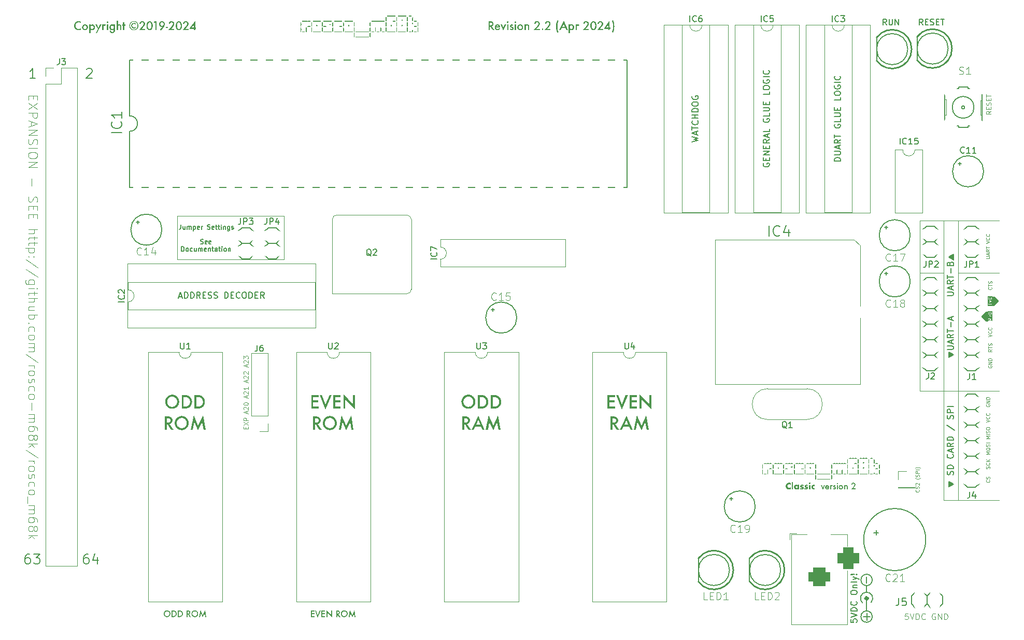
<source format=gbr>
%TF.GenerationSoftware,KiCad,Pcbnew,7.0.9*%
%TF.CreationDate,2024-04-15T20:34:35+01:00*%
%TF.ProjectId,rosco_m68k,726f7363-6f5f-46d3-9638-6b2e6b696361,2.2*%
%TF.SameCoordinates,Original*%
%TF.FileFunction,Legend,Top*%
%TF.FilePolarity,Positive*%
%FSLAX46Y46*%
G04 Gerber Fmt 4.6, Leading zero omitted, Abs format (unit mm)*
G04 Created by KiCad (PCBNEW 7.0.9) date 2024-04-15 20:34:35*
%MOMM*%
%LPD*%
G01*
G04 APERTURE LIST*
G04 Aperture macros list*
%AMRoundRect*
0 Rectangle with rounded corners*
0 $1 Rounding radius*
0 $2 $3 $4 $5 $6 $7 $8 $9 X,Y pos of 4 corners*
0 Add a 4 corners polygon primitive as box body*
4,1,4,$2,$3,$4,$5,$6,$7,$8,$9,$2,$3,0*
0 Add four circle primitives for the rounded corners*
1,1,$1+$1,$2,$3*
1,1,$1+$1,$4,$5*
1,1,$1+$1,$6,$7*
1,1,$1+$1,$8,$9*
0 Add four rect primitives between the rounded corners*
20,1,$1+$1,$2,$3,$4,$5,0*
20,1,$1+$1,$4,$5,$6,$7,0*
20,1,$1+$1,$6,$7,$8,$9,0*
20,1,$1+$1,$8,$9,$2,$3,0*%
G04 Aperture macros list end*
%ADD10C,0.120000*%
%ADD11C,0.150000*%
%ADD12C,0.134112*%
%ADD13C,0.081280*%
%ADD14C,0.100000*%
%ADD15C,0.187500*%
%ADD16C,0.174752*%
%ADD17C,0.113792*%
%ADD18C,0.134000*%
%ADD19C,0.200000*%
%ADD20C,0.120650*%
%ADD21C,0.127000*%
%ADD22C,0.168910*%
%ADD23C,0.152400*%
%ADD24C,0.050800*%
%ADD25C,0.203200*%
%ADD26C,0.254000*%
%ADD27C,0.002000*%
%ADD28C,0.500000*%
%ADD29C,6.400000*%
%ADD30O,1.727200X3.251200*%
%ADD31C,1.803400*%
%ADD32R,1.422400X1.422400*%
%ADD33C,1.422400*%
%ADD34R,2.400000X1.600000*%
%ADD35O,2.400000X1.600000*%
%ADD36O,3.251200X1.727200*%
%ADD37C,1.524000*%
%ADD38C,1.500000*%
%ADD39R,1.600000X1.600000*%
%ADD40C,1.600000*%
%ADD41R,1.700000X1.700000*%
%ADD42O,1.700000X1.700000*%
%ADD43R,1.600000X2.400000*%
%ADD44O,1.600000X2.400000*%
%ADD45O,1.524000X2.844800*%
%ADD46R,3.500000X3.500000*%
%ADD47RoundRect,0.750000X1.000000X-0.750000X1.000000X0.750000X-1.000000X0.750000X-1.000000X-0.750000X0*%
%ADD48RoundRect,0.875000X0.875000X-0.875000X0.875000X0.875000X-0.875000X0.875000X-0.875000X-0.875000X0*%
%ADD49C,0.600000*%
%ADD50O,1.700000X0.900000*%
%ADD51O,2.000000X0.900000*%
G04 APERTURE END LIST*
D10*
X227650000Y-102003000D02*
X227650000Y-102163000D01*
X226960000Y-102853000D01*
X226720000Y-102853000D01*
X226720000Y-101403000D01*
X227050000Y-101403000D01*
X227650000Y-102003000D01*
G36*
X227650000Y-102003000D02*
G01*
X227650000Y-102163000D01*
X226960000Y-102853000D01*
X226720000Y-102853000D01*
X226720000Y-101403000D01*
X227050000Y-101403000D01*
X227650000Y-102003000D01*
G37*
X218684000Y-97506000D02*
X214860000Y-97506000D01*
X93544000Y-88180000D02*
X93544000Y-95351000D01*
X214821000Y-89009000D02*
X214821000Y-116816000D01*
X218702000Y-97484000D02*
X218702000Y-89025000D01*
X218703000Y-97492000D02*
X218703000Y-116788000D01*
X221099000Y-97426000D02*
X221099000Y-116788000D01*
X227810000Y-89004000D02*
X214870000Y-89004000D01*
X110893000Y-88180000D02*
X93544000Y-88180000D01*
X221104000Y-116759000D02*
X221104000Y-134687000D01*
X221144000Y-97492000D02*
X227810000Y-97492000D01*
X214821000Y-116816000D02*
X227810000Y-116816000D01*
D11*
X206708900Y-153723600D02*
X205583900Y-153723600D01*
D10*
X218753000Y-134714000D02*
X227810000Y-134714000D01*
X93544000Y-95351000D02*
X110931000Y-95351000D01*
D11*
X206146400Y-148223600D02*
X206146400Y-147223600D01*
D10*
X221102000Y-97456000D02*
X221102000Y-89088000D01*
X218723000Y-116758000D02*
X218723000Y-134674000D01*
D11*
X206171400Y-154298600D02*
X206171400Y-153173600D01*
D10*
X225921000Y-105369000D02*
X225581000Y-105369000D01*
X224951000Y-104739000D01*
X224951000Y-104579000D01*
X225661000Y-103869000D01*
X225921000Y-103869000D01*
X225921000Y-105369000D01*
G36*
X225921000Y-105369000D02*
G01*
X225581000Y-105369000D01*
X224951000Y-104739000D01*
X224951000Y-104579000D01*
X225661000Y-103869000D01*
X225921000Y-103869000D01*
X225921000Y-105369000D01*
G37*
X110931000Y-95351000D02*
X110931000Y-88180000D01*
D12*
X69374951Y-143480545D02*
X69071602Y-143480545D01*
X69071602Y-143480545D02*
X68919928Y-143556382D01*
X68919928Y-143556382D02*
X68844091Y-143632219D01*
X68844091Y-143632219D02*
X68692416Y-143859730D01*
X68692416Y-143859730D02*
X68616579Y-144163079D01*
X68616579Y-144163079D02*
X68616579Y-144769776D01*
X68616579Y-144769776D02*
X68692416Y-144921450D01*
X68692416Y-144921450D02*
X68768253Y-144997288D01*
X68768253Y-144997288D02*
X68919928Y-145073125D01*
X68919928Y-145073125D02*
X69223276Y-145073125D01*
X69223276Y-145073125D02*
X69374951Y-144997288D01*
X69374951Y-144997288D02*
X69450788Y-144921450D01*
X69450788Y-144921450D02*
X69526625Y-144769776D01*
X69526625Y-144769776D02*
X69526625Y-144390590D01*
X69526625Y-144390590D02*
X69450788Y-144238916D01*
X69450788Y-144238916D02*
X69374951Y-144163079D01*
X69374951Y-144163079D02*
X69223276Y-144087242D01*
X69223276Y-144087242D02*
X68919928Y-144087242D01*
X68919928Y-144087242D02*
X68768253Y-144163079D01*
X68768253Y-144163079D02*
X68692416Y-144238916D01*
X68692416Y-144238916D02*
X68616579Y-144390590D01*
X70057485Y-143480545D02*
X71043368Y-143480545D01*
X71043368Y-143480545D02*
X70512508Y-144087242D01*
X70512508Y-144087242D02*
X70740019Y-144087242D01*
X70740019Y-144087242D02*
X70891694Y-144163079D01*
X70891694Y-144163079D02*
X70967531Y-144238916D01*
X70967531Y-144238916D02*
X71043368Y-144390590D01*
X71043368Y-144390590D02*
X71043368Y-144769776D01*
X71043368Y-144769776D02*
X70967531Y-144921450D01*
X70967531Y-144921450D02*
X70891694Y-144997288D01*
X70891694Y-144997288D02*
X70740019Y-145073125D01*
X70740019Y-145073125D02*
X70284996Y-145073125D01*
X70284996Y-145073125D02*
X70133322Y-144997288D01*
X70133322Y-144997288D02*
X70057485Y-144921450D01*
X78691579Y-64257219D02*
X78767416Y-64181382D01*
X78767416Y-64181382D02*
X78919091Y-64105545D01*
X78919091Y-64105545D02*
X79298276Y-64105545D01*
X79298276Y-64105545D02*
X79449951Y-64181382D01*
X79449951Y-64181382D02*
X79525788Y-64257219D01*
X79525788Y-64257219D02*
X79601625Y-64408893D01*
X79601625Y-64408893D02*
X79601625Y-64560568D01*
X79601625Y-64560568D02*
X79525788Y-64788079D01*
X79525788Y-64788079D02*
X78615742Y-65698125D01*
X78615742Y-65698125D02*
X79601625Y-65698125D01*
D13*
X225661543Y-95133622D02*
X226127020Y-95133622D01*
X226127020Y-95133622D02*
X226181782Y-95106241D01*
X226181782Y-95106241D02*
X226209163Y-95078860D01*
X226209163Y-95078860D02*
X226236543Y-95024098D01*
X226236543Y-95024098D02*
X226236543Y-94914574D01*
X226236543Y-94914574D02*
X226209163Y-94859812D01*
X226209163Y-94859812D02*
X226181782Y-94832431D01*
X226181782Y-94832431D02*
X226127020Y-94805050D01*
X226127020Y-94805050D02*
X225661543Y-94805050D01*
X226072258Y-94558622D02*
X226072258Y-94284812D01*
X226236543Y-94613384D02*
X225661543Y-94421717D01*
X225661543Y-94421717D02*
X226236543Y-94230050D01*
X226236543Y-93709812D02*
X225962734Y-93901479D01*
X226236543Y-94038384D02*
X225661543Y-94038384D01*
X225661543Y-94038384D02*
X225661543Y-93819336D01*
X225661543Y-93819336D02*
X225688924Y-93764574D01*
X225688924Y-93764574D02*
X225716305Y-93737193D01*
X225716305Y-93737193D02*
X225771067Y-93709812D01*
X225771067Y-93709812D02*
X225853210Y-93709812D01*
X225853210Y-93709812D02*
X225907972Y-93737193D01*
X225907972Y-93737193D02*
X225935353Y-93764574D01*
X225935353Y-93764574D02*
X225962734Y-93819336D01*
X225962734Y-93819336D02*
X225962734Y-94038384D01*
X225661543Y-93545527D02*
X225661543Y-93216955D01*
X226236543Y-93381241D02*
X225661543Y-93381241D01*
X225661543Y-92669337D02*
X226236543Y-92477670D01*
X226236543Y-92477670D02*
X225661543Y-92286003D01*
X226181782Y-91765765D02*
X226209163Y-91793146D01*
X226209163Y-91793146D02*
X226236543Y-91875289D01*
X226236543Y-91875289D02*
X226236543Y-91930051D01*
X226236543Y-91930051D02*
X226209163Y-92012194D01*
X226209163Y-92012194D02*
X226154401Y-92066956D01*
X226154401Y-92066956D02*
X226099639Y-92094337D01*
X226099639Y-92094337D02*
X225990115Y-92121718D01*
X225990115Y-92121718D02*
X225907972Y-92121718D01*
X225907972Y-92121718D02*
X225798448Y-92094337D01*
X225798448Y-92094337D02*
X225743686Y-92066956D01*
X225743686Y-92066956D02*
X225688924Y-92012194D01*
X225688924Y-92012194D02*
X225661543Y-91930051D01*
X225661543Y-91930051D02*
X225661543Y-91875289D01*
X225661543Y-91875289D02*
X225688924Y-91793146D01*
X225688924Y-91793146D02*
X225716305Y-91765765D01*
X226181782Y-91190765D02*
X226209163Y-91218146D01*
X226209163Y-91218146D02*
X226236543Y-91300289D01*
X226236543Y-91300289D02*
X226236543Y-91355051D01*
X226236543Y-91355051D02*
X226209163Y-91437194D01*
X226209163Y-91437194D02*
X226154401Y-91491956D01*
X226154401Y-91491956D02*
X226099639Y-91519337D01*
X226099639Y-91519337D02*
X225990115Y-91546718D01*
X225990115Y-91546718D02*
X225907972Y-91546718D01*
X225907972Y-91546718D02*
X225798448Y-91519337D01*
X225798448Y-91519337D02*
X225743686Y-91491956D01*
X225743686Y-91491956D02*
X225688924Y-91437194D01*
X225688924Y-91437194D02*
X225661543Y-91355051D01*
X225661543Y-91355051D02*
X225661543Y-91300289D01*
X225661543Y-91300289D02*
X225688924Y-91218146D01*
X225688924Y-91218146D02*
X225716305Y-91190765D01*
X226601778Y-110032880D02*
X226327969Y-110224547D01*
X226601778Y-110361452D02*
X226026778Y-110361452D01*
X226026778Y-110361452D02*
X226026778Y-110142404D01*
X226026778Y-110142404D02*
X226054159Y-110087642D01*
X226054159Y-110087642D02*
X226081540Y-110060261D01*
X226081540Y-110060261D02*
X226136302Y-110032880D01*
X226136302Y-110032880D02*
X226218445Y-110032880D01*
X226218445Y-110032880D02*
X226273207Y-110060261D01*
X226273207Y-110060261D02*
X226300588Y-110087642D01*
X226300588Y-110087642D02*
X226327969Y-110142404D01*
X226327969Y-110142404D02*
X226327969Y-110361452D01*
X226026778Y-109868595D02*
X226026778Y-109540023D01*
X226601778Y-109704309D02*
X226026778Y-109704309D01*
X226574398Y-109375738D02*
X226601778Y-109293595D01*
X226601778Y-109293595D02*
X226601778Y-109156690D01*
X226601778Y-109156690D02*
X226574398Y-109101928D01*
X226574398Y-109101928D02*
X226547017Y-109074547D01*
X226547017Y-109074547D02*
X226492255Y-109047166D01*
X226492255Y-109047166D02*
X226437493Y-109047166D01*
X226437493Y-109047166D02*
X226382731Y-109074547D01*
X226382731Y-109074547D02*
X226355350Y-109101928D01*
X226355350Y-109101928D02*
X226327969Y-109156690D01*
X226327969Y-109156690D02*
X226300588Y-109266214D01*
X226300588Y-109266214D02*
X226273207Y-109320976D01*
X226273207Y-109320976D02*
X226245826Y-109348357D01*
X226245826Y-109348357D02*
X226191064Y-109375738D01*
X226191064Y-109375738D02*
X226136302Y-109375738D01*
X226136302Y-109375738D02*
X226081540Y-109348357D01*
X226081540Y-109348357D02*
X226054159Y-109320976D01*
X226054159Y-109320976D02*
X226026778Y-109266214D01*
X226026778Y-109266214D02*
X226026778Y-109129309D01*
X226026778Y-109129309D02*
X226054159Y-109047166D01*
X225697159Y-119048095D02*
X225669778Y-119102857D01*
X225669778Y-119102857D02*
X225669778Y-119185000D01*
X225669778Y-119185000D02*
X225697159Y-119267143D01*
X225697159Y-119267143D02*
X225751921Y-119321905D01*
X225751921Y-119321905D02*
X225806683Y-119349286D01*
X225806683Y-119349286D02*
X225916207Y-119376667D01*
X225916207Y-119376667D02*
X225998350Y-119376667D01*
X225998350Y-119376667D02*
X226107874Y-119349286D01*
X226107874Y-119349286D02*
X226162636Y-119321905D01*
X226162636Y-119321905D02*
X226217398Y-119267143D01*
X226217398Y-119267143D02*
X226244778Y-119185000D01*
X226244778Y-119185000D02*
X226244778Y-119130238D01*
X226244778Y-119130238D02*
X226217398Y-119048095D01*
X226217398Y-119048095D02*
X226190017Y-119020714D01*
X226190017Y-119020714D02*
X225998350Y-119020714D01*
X225998350Y-119020714D02*
X225998350Y-119130238D01*
X226244778Y-118774286D02*
X225669778Y-118774286D01*
X225669778Y-118774286D02*
X226244778Y-118445714D01*
X226244778Y-118445714D02*
X225669778Y-118445714D01*
X226244778Y-118171905D02*
X225669778Y-118171905D01*
X225669778Y-118171905D02*
X225669778Y-118035000D01*
X225669778Y-118035000D02*
X225697159Y-117952857D01*
X225697159Y-117952857D02*
X225751921Y-117898095D01*
X225751921Y-117898095D02*
X225806683Y-117870714D01*
X225806683Y-117870714D02*
X225916207Y-117843333D01*
X225916207Y-117843333D02*
X225998350Y-117843333D01*
X225998350Y-117843333D02*
X226107874Y-117870714D01*
X226107874Y-117870714D02*
X226162636Y-117898095D01*
X226162636Y-117898095D02*
X226217398Y-117952857D01*
X226217398Y-117952857D02*
X226244778Y-118035000D01*
X226244778Y-118035000D02*
X226244778Y-118171905D01*
D11*
X219605033Y-131712714D02*
X219557414Y-131712714D01*
X219700271Y-131760333D02*
X219557414Y-131760333D01*
X219795509Y-131807952D02*
X219557414Y-131807952D01*
X219890747Y-131855571D02*
X219557414Y-131855571D01*
X219938366Y-131903190D02*
X219557414Y-131903190D01*
X220033604Y-131950809D02*
X219557414Y-131950809D01*
X220128842Y-131998428D02*
X219557414Y-131998428D01*
X220224080Y-132046047D02*
X219557414Y-132046047D01*
X220319319Y-132093666D02*
X219557414Y-132093666D01*
X220224080Y-132141285D02*
X219557414Y-132141285D01*
X220128842Y-132188904D02*
X219557414Y-132188904D01*
X220033604Y-132236523D02*
X219557414Y-132236523D01*
X219938366Y-132284142D02*
X219557414Y-132284142D01*
X219890747Y-132331761D02*
X219557414Y-132331761D01*
X219795509Y-132379380D02*
X219557414Y-132379380D01*
X219700271Y-132426999D02*
X219557414Y-132426999D01*
X219557414Y-132474618D02*
X220271700Y-132093666D01*
X220271700Y-132093666D02*
X219557414Y-131712714D01*
X219605033Y-132474618D02*
X219557414Y-132474618D01*
X220319319Y-132093666D02*
X219557414Y-132522237D01*
X219557414Y-132522237D02*
X219557414Y-131665094D01*
X219557414Y-131665094D02*
X220319319Y-132093666D01*
X220271700Y-130522237D02*
X220319319Y-130379380D01*
X220319319Y-130379380D02*
X220319319Y-130141285D01*
X220319319Y-130141285D02*
X220271700Y-130046047D01*
X220271700Y-130046047D02*
X220224080Y-129998428D01*
X220224080Y-129998428D02*
X220128842Y-129950809D01*
X220128842Y-129950809D02*
X220033604Y-129950809D01*
X220033604Y-129950809D02*
X219938366Y-129998428D01*
X219938366Y-129998428D02*
X219890747Y-130046047D01*
X219890747Y-130046047D02*
X219843128Y-130141285D01*
X219843128Y-130141285D02*
X219795509Y-130331761D01*
X219795509Y-130331761D02*
X219747890Y-130426999D01*
X219747890Y-130426999D02*
X219700271Y-130474618D01*
X219700271Y-130474618D02*
X219605033Y-130522237D01*
X219605033Y-130522237D02*
X219509795Y-130522237D01*
X219509795Y-130522237D02*
X219414557Y-130474618D01*
X219414557Y-130474618D02*
X219366938Y-130426999D01*
X219366938Y-130426999D02*
X219319319Y-130331761D01*
X219319319Y-130331761D02*
X219319319Y-130093666D01*
X219319319Y-130093666D02*
X219366938Y-129950809D01*
X220319319Y-129522237D02*
X219319319Y-129522237D01*
X219319319Y-129522237D02*
X219319319Y-129284142D01*
X219319319Y-129284142D02*
X219366938Y-129141285D01*
X219366938Y-129141285D02*
X219462176Y-129046047D01*
X219462176Y-129046047D02*
X219557414Y-128998428D01*
X219557414Y-128998428D02*
X219747890Y-128950809D01*
X219747890Y-128950809D02*
X219890747Y-128950809D01*
X219890747Y-128950809D02*
X220081223Y-128998428D01*
X220081223Y-128998428D02*
X220176461Y-129046047D01*
X220176461Y-129046047D02*
X220271700Y-129141285D01*
X220271700Y-129141285D02*
X220319319Y-129284142D01*
X220319319Y-129284142D02*
X220319319Y-129522237D01*
X220224080Y-127188904D02*
X220271700Y-127236523D01*
X220271700Y-127236523D02*
X220319319Y-127379380D01*
X220319319Y-127379380D02*
X220319319Y-127474618D01*
X220319319Y-127474618D02*
X220271700Y-127617475D01*
X220271700Y-127617475D02*
X220176461Y-127712713D01*
X220176461Y-127712713D02*
X220081223Y-127760332D01*
X220081223Y-127760332D02*
X219890747Y-127807951D01*
X219890747Y-127807951D02*
X219747890Y-127807951D01*
X219747890Y-127807951D02*
X219557414Y-127760332D01*
X219557414Y-127760332D02*
X219462176Y-127712713D01*
X219462176Y-127712713D02*
X219366938Y-127617475D01*
X219366938Y-127617475D02*
X219319319Y-127474618D01*
X219319319Y-127474618D02*
X219319319Y-127379380D01*
X219319319Y-127379380D02*
X219366938Y-127236523D01*
X219366938Y-127236523D02*
X219414557Y-127188904D01*
X220033604Y-126807951D02*
X220033604Y-126331761D01*
X220319319Y-126903189D02*
X219319319Y-126569856D01*
X219319319Y-126569856D02*
X220319319Y-126236523D01*
X220319319Y-125331761D02*
X219843128Y-125665094D01*
X220319319Y-125903189D02*
X219319319Y-125903189D01*
X219319319Y-125903189D02*
X219319319Y-125522237D01*
X219319319Y-125522237D02*
X219366938Y-125426999D01*
X219366938Y-125426999D02*
X219414557Y-125379380D01*
X219414557Y-125379380D02*
X219509795Y-125331761D01*
X219509795Y-125331761D02*
X219652652Y-125331761D01*
X219652652Y-125331761D02*
X219747890Y-125379380D01*
X219747890Y-125379380D02*
X219795509Y-125426999D01*
X219795509Y-125426999D02*
X219843128Y-125522237D01*
X219843128Y-125522237D02*
X219843128Y-125903189D01*
X220319319Y-124903189D02*
X219319319Y-124903189D01*
X219319319Y-124903189D02*
X219319319Y-124665094D01*
X219319319Y-124665094D02*
X219366938Y-124522237D01*
X219366938Y-124522237D02*
X219462176Y-124426999D01*
X219462176Y-124426999D02*
X219557414Y-124379380D01*
X219557414Y-124379380D02*
X219747890Y-124331761D01*
X219747890Y-124331761D02*
X219890747Y-124331761D01*
X219890747Y-124331761D02*
X220081223Y-124379380D01*
X220081223Y-124379380D02*
X220176461Y-124426999D01*
X220176461Y-124426999D02*
X220271700Y-124522237D01*
X220271700Y-124522237D02*
X220319319Y-124665094D01*
X220319319Y-124665094D02*
X220319319Y-124903189D01*
X219271700Y-122426999D02*
X220557414Y-123284141D01*
X220271700Y-121379379D02*
X220319319Y-121236522D01*
X220319319Y-121236522D02*
X220319319Y-120998427D01*
X220319319Y-120998427D02*
X220271700Y-120903189D01*
X220271700Y-120903189D02*
X220224080Y-120855570D01*
X220224080Y-120855570D02*
X220128842Y-120807951D01*
X220128842Y-120807951D02*
X220033604Y-120807951D01*
X220033604Y-120807951D02*
X219938366Y-120855570D01*
X219938366Y-120855570D02*
X219890747Y-120903189D01*
X219890747Y-120903189D02*
X219843128Y-120998427D01*
X219843128Y-120998427D02*
X219795509Y-121188903D01*
X219795509Y-121188903D02*
X219747890Y-121284141D01*
X219747890Y-121284141D02*
X219700271Y-121331760D01*
X219700271Y-121331760D02*
X219605033Y-121379379D01*
X219605033Y-121379379D02*
X219509795Y-121379379D01*
X219509795Y-121379379D02*
X219414557Y-121331760D01*
X219414557Y-121331760D02*
X219366938Y-121284141D01*
X219366938Y-121284141D02*
X219319319Y-121188903D01*
X219319319Y-121188903D02*
X219319319Y-120950808D01*
X219319319Y-120950808D02*
X219366938Y-120807951D01*
X220319319Y-120379379D02*
X219319319Y-120379379D01*
X219319319Y-120379379D02*
X219319319Y-119998427D01*
X219319319Y-119998427D02*
X219366938Y-119903189D01*
X219366938Y-119903189D02*
X219414557Y-119855570D01*
X219414557Y-119855570D02*
X219509795Y-119807951D01*
X219509795Y-119807951D02*
X219652652Y-119807951D01*
X219652652Y-119807951D02*
X219747890Y-119855570D01*
X219747890Y-119855570D02*
X219795509Y-119903189D01*
X219795509Y-119903189D02*
X219843128Y-119998427D01*
X219843128Y-119998427D02*
X219843128Y-120379379D01*
X220319319Y-119379379D02*
X219319319Y-119379379D01*
D14*
X104897478Y-112879857D02*
X104897478Y-112522715D01*
X105111764Y-112951286D02*
X104361764Y-112701286D01*
X104361764Y-112701286D02*
X105111764Y-112451286D01*
X104433192Y-112237000D02*
X104397478Y-112201286D01*
X104397478Y-112201286D02*
X104361764Y-112129858D01*
X104361764Y-112129858D02*
X104361764Y-111951286D01*
X104361764Y-111951286D02*
X104397478Y-111879858D01*
X104397478Y-111879858D02*
X104433192Y-111844143D01*
X104433192Y-111844143D02*
X104504621Y-111808429D01*
X104504621Y-111808429D02*
X104576050Y-111808429D01*
X104576050Y-111808429D02*
X104683192Y-111844143D01*
X104683192Y-111844143D02*
X105111764Y-112272715D01*
X105111764Y-112272715D02*
X105111764Y-111808429D01*
X104361764Y-111558429D02*
X104361764Y-111094143D01*
X104361764Y-111094143D02*
X104647478Y-111344143D01*
X104647478Y-111344143D02*
X104647478Y-111237000D01*
X104647478Y-111237000D02*
X104683192Y-111165572D01*
X104683192Y-111165572D02*
X104718907Y-111129857D01*
X104718907Y-111129857D02*
X104790335Y-111094143D01*
X104790335Y-111094143D02*
X104968907Y-111094143D01*
X104968907Y-111094143D02*
X105040335Y-111129857D01*
X105040335Y-111129857D02*
X105076050Y-111165572D01*
X105076050Y-111165572D02*
X105111764Y-111237000D01*
X105111764Y-111237000D02*
X105111764Y-111451286D01*
X105111764Y-111451286D02*
X105076050Y-111522714D01*
X105076050Y-111522714D02*
X105040335Y-111558429D01*
D15*
X94107429Y-89618214D02*
X94107429Y-90153928D01*
X94107429Y-90153928D02*
X94071714Y-90261071D01*
X94071714Y-90261071D02*
X94000286Y-90332500D01*
X94000286Y-90332500D02*
X93893143Y-90368214D01*
X93893143Y-90368214D02*
X93821714Y-90368214D01*
X94786001Y-89868214D02*
X94786001Y-90368214D01*
X94464572Y-89868214D02*
X94464572Y-90261071D01*
X94464572Y-90261071D02*
X94500286Y-90332500D01*
X94500286Y-90332500D02*
X94571715Y-90368214D01*
X94571715Y-90368214D02*
X94678858Y-90368214D01*
X94678858Y-90368214D02*
X94750286Y-90332500D01*
X94750286Y-90332500D02*
X94786001Y-90296785D01*
X95143143Y-90368214D02*
X95143143Y-89868214D01*
X95143143Y-89939642D02*
X95178857Y-89903928D01*
X95178857Y-89903928D02*
X95250286Y-89868214D01*
X95250286Y-89868214D02*
X95357429Y-89868214D01*
X95357429Y-89868214D02*
X95428857Y-89903928D01*
X95428857Y-89903928D02*
X95464572Y-89975357D01*
X95464572Y-89975357D02*
X95464572Y-90368214D01*
X95464572Y-89975357D02*
X95500286Y-89903928D01*
X95500286Y-89903928D02*
X95571714Y-89868214D01*
X95571714Y-89868214D02*
X95678857Y-89868214D01*
X95678857Y-89868214D02*
X95750286Y-89903928D01*
X95750286Y-89903928D02*
X95786000Y-89975357D01*
X95786000Y-89975357D02*
X95786000Y-90368214D01*
X96143143Y-89868214D02*
X96143143Y-90618214D01*
X96143143Y-89903928D02*
X96214572Y-89868214D01*
X96214572Y-89868214D02*
X96357429Y-89868214D01*
X96357429Y-89868214D02*
X96428857Y-89903928D01*
X96428857Y-89903928D02*
X96464572Y-89939642D01*
X96464572Y-89939642D02*
X96500286Y-90011071D01*
X96500286Y-90011071D02*
X96500286Y-90225357D01*
X96500286Y-90225357D02*
X96464572Y-90296785D01*
X96464572Y-90296785D02*
X96428857Y-90332500D01*
X96428857Y-90332500D02*
X96357429Y-90368214D01*
X96357429Y-90368214D02*
X96214572Y-90368214D01*
X96214572Y-90368214D02*
X96143143Y-90332500D01*
X97107428Y-90332500D02*
X97036000Y-90368214D01*
X97036000Y-90368214D02*
X96893143Y-90368214D01*
X96893143Y-90368214D02*
X96821714Y-90332500D01*
X96821714Y-90332500D02*
X96786000Y-90261071D01*
X96786000Y-90261071D02*
X96786000Y-89975357D01*
X96786000Y-89975357D02*
X96821714Y-89903928D01*
X96821714Y-89903928D02*
X96893143Y-89868214D01*
X96893143Y-89868214D02*
X97036000Y-89868214D01*
X97036000Y-89868214D02*
X97107428Y-89903928D01*
X97107428Y-89903928D02*
X97143143Y-89975357D01*
X97143143Y-89975357D02*
X97143143Y-90046785D01*
X97143143Y-90046785D02*
X96786000Y-90118214D01*
X97464571Y-90368214D02*
X97464571Y-89868214D01*
X97464571Y-90011071D02*
X97500285Y-89939642D01*
X97500285Y-89939642D02*
X97536000Y-89903928D01*
X97536000Y-89903928D02*
X97607428Y-89868214D01*
X97607428Y-89868214D02*
X97678857Y-89868214D01*
X98464572Y-90332500D02*
X98571715Y-90368214D01*
X98571715Y-90368214D02*
X98750286Y-90368214D01*
X98750286Y-90368214D02*
X98821715Y-90332500D01*
X98821715Y-90332500D02*
X98857429Y-90296785D01*
X98857429Y-90296785D02*
X98893143Y-90225357D01*
X98893143Y-90225357D02*
X98893143Y-90153928D01*
X98893143Y-90153928D02*
X98857429Y-90082500D01*
X98857429Y-90082500D02*
X98821715Y-90046785D01*
X98821715Y-90046785D02*
X98750286Y-90011071D01*
X98750286Y-90011071D02*
X98607429Y-89975357D01*
X98607429Y-89975357D02*
X98536000Y-89939642D01*
X98536000Y-89939642D02*
X98500286Y-89903928D01*
X98500286Y-89903928D02*
X98464572Y-89832500D01*
X98464572Y-89832500D02*
X98464572Y-89761071D01*
X98464572Y-89761071D02*
X98500286Y-89689642D01*
X98500286Y-89689642D02*
X98536000Y-89653928D01*
X98536000Y-89653928D02*
X98607429Y-89618214D01*
X98607429Y-89618214D02*
X98786000Y-89618214D01*
X98786000Y-89618214D02*
X98893143Y-89653928D01*
X99500286Y-90332500D02*
X99428858Y-90368214D01*
X99428858Y-90368214D02*
X99286001Y-90368214D01*
X99286001Y-90368214D02*
X99214572Y-90332500D01*
X99214572Y-90332500D02*
X99178858Y-90261071D01*
X99178858Y-90261071D02*
X99178858Y-89975357D01*
X99178858Y-89975357D02*
X99214572Y-89903928D01*
X99214572Y-89903928D02*
X99286001Y-89868214D01*
X99286001Y-89868214D02*
X99428858Y-89868214D01*
X99428858Y-89868214D02*
X99500286Y-89903928D01*
X99500286Y-89903928D02*
X99536001Y-89975357D01*
X99536001Y-89975357D02*
X99536001Y-90046785D01*
X99536001Y-90046785D02*
X99178858Y-90118214D01*
X99750286Y-89868214D02*
X100036000Y-89868214D01*
X99857429Y-89618214D02*
X99857429Y-90261071D01*
X99857429Y-90261071D02*
X99893143Y-90332500D01*
X99893143Y-90332500D02*
X99964572Y-90368214D01*
X99964572Y-90368214D02*
X100036000Y-90368214D01*
X100178857Y-89868214D02*
X100464571Y-89868214D01*
X100286000Y-89618214D02*
X100286000Y-90261071D01*
X100286000Y-90261071D02*
X100321714Y-90332500D01*
X100321714Y-90332500D02*
X100393143Y-90368214D01*
X100393143Y-90368214D02*
X100464571Y-90368214D01*
X100714571Y-90368214D02*
X100714571Y-89868214D01*
X100714571Y-89618214D02*
X100678857Y-89653928D01*
X100678857Y-89653928D02*
X100714571Y-89689642D01*
X100714571Y-89689642D02*
X100750285Y-89653928D01*
X100750285Y-89653928D02*
X100714571Y-89618214D01*
X100714571Y-89618214D02*
X100714571Y-89689642D01*
X101071714Y-89868214D02*
X101071714Y-90368214D01*
X101071714Y-89939642D02*
X101107428Y-89903928D01*
X101107428Y-89903928D02*
X101178857Y-89868214D01*
X101178857Y-89868214D02*
X101286000Y-89868214D01*
X101286000Y-89868214D02*
X101357428Y-89903928D01*
X101357428Y-89903928D02*
X101393143Y-89975357D01*
X101393143Y-89975357D02*
X101393143Y-90368214D01*
X102071714Y-89868214D02*
X102071714Y-90475357D01*
X102071714Y-90475357D02*
X102035999Y-90546785D01*
X102035999Y-90546785D02*
X102000285Y-90582500D01*
X102000285Y-90582500D02*
X101928856Y-90618214D01*
X101928856Y-90618214D02*
X101821714Y-90618214D01*
X101821714Y-90618214D02*
X101750285Y-90582500D01*
X102071714Y-90332500D02*
X102000285Y-90368214D01*
X102000285Y-90368214D02*
X101857428Y-90368214D01*
X101857428Y-90368214D02*
X101785999Y-90332500D01*
X101785999Y-90332500D02*
X101750285Y-90296785D01*
X101750285Y-90296785D02*
X101714571Y-90225357D01*
X101714571Y-90225357D02*
X101714571Y-90011071D01*
X101714571Y-90011071D02*
X101750285Y-89939642D01*
X101750285Y-89939642D02*
X101785999Y-89903928D01*
X101785999Y-89903928D02*
X101857428Y-89868214D01*
X101857428Y-89868214D02*
X102000285Y-89868214D01*
X102000285Y-89868214D02*
X102071714Y-89903928D01*
X102393142Y-90332500D02*
X102464570Y-90368214D01*
X102464570Y-90368214D02*
X102607427Y-90368214D01*
X102607427Y-90368214D02*
X102678856Y-90332500D01*
X102678856Y-90332500D02*
X102714570Y-90261071D01*
X102714570Y-90261071D02*
X102714570Y-90225357D01*
X102714570Y-90225357D02*
X102678856Y-90153928D01*
X102678856Y-90153928D02*
X102607427Y-90118214D01*
X102607427Y-90118214D02*
X102500285Y-90118214D01*
X102500285Y-90118214D02*
X102428856Y-90082500D01*
X102428856Y-90082500D02*
X102393142Y-90011071D01*
X102393142Y-90011071D02*
X102393142Y-89975357D01*
X102393142Y-89975357D02*
X102428856Y-89903928D01*
X102428856Y-89903928D02*
X102500285Y-89868214D01*
X102500285Y-89868214D02*
X102607427Y-89868214D01*
X102607427Y-89868214D02*
X102678856Y-89903928D01*
D11*
G36*
X198821121Y-132239440D02*
G01*
X198993312Y-132615330D01*
X199165015Y-132239440D01*
X199337939Y-132239440D01*
X198992091Y-132954583D01*
X198648930Y-132239440D01*
X198821121Y-132239440D01*
G37*
G36*
X199723480Y-132224178D02*
G01*
X199741199Y-132225286D01*
X199758438Y-132227132D01*
X199775195Y-132229716D01*
X199791471Y-132233039D01*
X199807267Y-132237101D01*
X199822582Y-132241901D01*
X199837416Y-132247439D01*
X199851769Y-132253716D01*
X199865641Y-132260731D01*
X199879032Y-132268485D01*
X199891943Y-132276977D01*
X199904373Y-132286208D01*
X199916321Y-132296177D01*
X199927789Y-132306885D01*
X199938777Y-132318331D01*
X199949069Y-132330308D01*
X199958698Y-132342854D01*
X199967662Y-132355969D01*
X199975962Y-132369652D01*
X199983599Y-132383904D01*
X199990571Y-132398725D01*
X199996880Y-132414114D01*
X200002524Y-132430072D01*
X200007504Y-132446598D01*
X200011820Y-132463693D01*
X200015473Y-132481357D01*
X200018461Y-132499589D01*
X200020785Y-132518390D01*
X200022445Y-132537760D01*
X200023026Y-132547658D01*
X200023441Y-132557698D01*
X200023690Y-132567881D01*
X200023773Y-132578205D01*
X200023773Y-132614597D01*
X199544324Y-132614597D01*
X199545278Y-132624482D01*
X199547311Y-132638827D01*
X199550064Y-132652592D01*
X199553539Y-132665778D01*
X199557735Y-132678384D01*
X199562652Y-132690410D01*
X199568291Y-132701857D01*
X199574650Y-132712724D01*
X199581732Y-132723011D01*
X199589534Y-132732719D01*
X199598058Y-132741848D01*
X199607176Y-132750185D01*
X199616762Y-132757702D01*
X199626817Y-132764398D01*
X199637339Y-132770275D01*
X199648329Y-132775332D01*
X199659787Y-132779569D01*
X199671713Y-132782986D01*
X199684108Y-132785582D01*
X199696970Y-132787359D01*
X199710300Y-132788316D01*
X199719446Y-132788498D01*
X199730122Y-132788264D01*
X199740441Y-132787562D01*
X199750403Y-132786392D01*
X199763133Y-132784104D01*
X199775228Y-132780985D01*
X199786691Y-132777033D01*
X199797519Y-132772249D01*
X199807715Y-132766633D01*
X199814945Y-132761876D01*
X199824387Y-132754457D01*
X199834149Y-132745633D01*
X199841681Y-132738094D01*
X199849393Y-132729765D01*
X199857286Y-132720646D01*
X199865359Y-132710737D01*
X199873612Y-132700038D01*
X199882045Y-132688549D01*
X199887768Y-132680451D01*
X199893571Y-132672002D01*
X199899453Y-132663202D01*
X200029879Y-132733788D01*
X200024170Y-132743276D01*
X200018402Y-132752507D01*
X200012573Y-132761480D01*
X200006684Y-132770195D01*
X200000735Y-132778653D01*
X199994725Y-132786853D01*
X199988656Y-132794796D01*
X199982527Y-132802481D01*
X199974260Y-132812327D01*
X199965887Y-132821715D01*
X199957442Y-132830615D01*
X199948836Y-132839117D01*
X199940070Y-132847223D01*
X199931144Y-132854932D01*
X199922057Y-132862244D01*
X199912810Y-132869159D01*
X199903403Y-132875678D01*
X199893836Y-132881799D01*
X199884093Y-132887466D01*
X199874159Y-132892744D01*
X199864034Y-132897633D01*
X199853719Y-132902132D01*
X199843213Y-132906242D01*
X199832516Y-132909963D01*
X199821628Y-132913295D01*
X199810549Y-132916237D01*
X199799318Y-132918813D01*
X199787850Y-132921046D01*
X199776145Y-132922935D01*
X199764204Y-132924480D01*
X199752026Y-132925682D01*
X199739612Y-132926541D01*
X199726961Y-132927056D01*
X199714073Y-132927228D01*
X199695588Y-132926854D01*
X199677563Y-132925732D01*
X199659997Y-132923862D01*
X199642892Y-132921244D01*
X199626246Y-132917878D01*
X199610060Y-132913764D01*
X199594334Y-132908902D01*
X199579068Y-132903292D01*
X199564262Y-132896934D01*
X199549915Y-132889828D01*
X199536029Y-132881974D01*
X199522602Y-132873372D01*
X199509635Y-132864023D01*
X199497128Y-132853925D01*
X199485081Y-132843079D01*
X199473494Y-132831485D01*
X199462521Y-132819181D01*
X199452256Y-132806389D01*
X199442699Y-132793108D01*
X199433850Y-132779339D01*
X199425709Y-132765081D01*
X199418276Y-132750335D01*
X199411551Y-132735101D01*
X199405533Y-132719377D01*
X199400224Y-132703166D01*
X199395622Y-132686466D01*
X199391729Y-132669277D01*
X199388543Y-132651600D01*
X199386065Y-132633434D01*
X199384296Y-132614780D01*
X199383234Y-132595638D01*
X199382880Y-132576007D01*
X199382965Y-132566189D01*
X199383650Y-132546907D01*
X199385020Y-132528097D01*
X199387076Y-132509758D01*
X199389816Y-132491890D01*
X199390278Y-132489545D01*
X199554583Y-132489545D01*
X199865015Y-132489545D01*
X199860628Y-132474165D01*
X199855528Y-132459778D01*
X199849714Y-132446383D01*
X199843186Y-132433980D01*
X199835945Y-132422569D01*
X199827989Y-132412150D01*
X199819321Y-132402724D01*
X199809938Y-132394290D01*
X199799842Y-132386848D01*
X199789033Y-132380399D01*
X199777509Y-132374942D01*
X199765272Y-132370476D01*
X199752322Y-132367004D01*
X199738658Y-132364523D01*
X199724280Y-132363035D01*
X199709188Y-132362539D01*
X199698692Y-132362856D01*
X199688454Y-132363809D01*
X199678474Y-132365398D01*
X199668751Y-132367622D01*
X199659285Y-132370481D01*
X199656188Y-132371576D01*
X199647091Y-132375148D01*
X199636870Y-132380010D01*
X199627069Y-132385620D01*
X199617689Y-132391977D01*
X199611247Y-132396977D01*
X199602742Y-132404475D01*
X199595861Y-132411442D01*
X199589358Y-132418906D01*
X199583233Y-132426869D01*
X199577486Y-132435330D01*
X199576564Y-132436788D01*
X199571401Y-132445713D01*
X199566718Y-132455084D01*
X199562517Y-132464901D01*
X199558796Y-132475165D01*
X199555556Y-132485875D01*
X199554583Y-132489545D01*
X199390278Y-132489545D01*
X199393241Y-132474493D01*
X199397351Y-132457568D01*
X199402146Y-132441114D01*
X199407626Y-132425131D01*
X199413792Y-132409620D01*
X199420642Y-132394580D01*
X199428177Y-132380011D01*
X199436397Y-132365914D01*
X199445303Y-132352288D01*
X199454893Y-132339133D01*
X199465168Y-132326450D01*
X199470563Y-132320285D01*
X199481870Y-132308602D01*
X199493625Y-132297673D01*
X199505828Y-132287498D01*
X199518480Y-132278076D01*
X199531581Y-132269409D01*
X199545130Y-132261495D01*
X199559127Y-132254334D01*
X199573572Y-132247928D01*
X199588466Y-132242275D01*
X199603809Y-132237376D01*
X199619600Y-132233230D01*
X199635839Y-132229838D01*
X199652527Y-132227200D01*
X199669663Y-132225316D01*
X199687247Y-132224186D01*
X199705280Y-132223809D01*
X199723480Y-132224178D01*
G37*
G36*
X200187904Y-132239440D02*
G01*
X200345197Y-132239440D01*
X200345197Y-132303432D01*
X200353079Y-132295167D01*
X200360790Y-132287409D01*
X200368329Y-132280158D01*
X200375696Y-132273413D01*
X200385252Y-132265208D01*
X200394503Y-132257903D01*
X200403449Y-132251500D01*
X200412089Y-132245997D01*
X200420423Y-132241394D01*
X200431184Y-132236328D01*
X200442553Y-132232121D01*
X200452086Y-132229373D01*
X200462009Y-132227175D01*
X200472320Y-132225526D01*
X200483021Y-132224427D01*
X200494111Y-132223877D01*
X200499802Y-132223809D01*
X200511253Y-132224146D01*
X200522797Y-132225157D01*
X200534437Y-132226842D01*
X200546170Y-132229201D01*
X200557998Y-132232234D01*
X200569921Y-132235942D01*
X200581938Y-132240323D01*
X200594050Y-132245378D01*
X200606255Y-132251108D01*
X200618556Y-132257511D01*
X200626809Y-132262155D01*
X200556467Y-132411387D01*
X200548286Y-132405800D01*
X200537433Y-132399206D01*
X200526640Y-132393588D01*
X200515909Y-132388947D01*
X200505239Y-132385284D01*
X200494629Y-132382597D01*
X200484081Y-132380887D01*
X200473594Y-132380155D01*
X200470982Y-132380124D01*
X200455750Y-132380862D01*
X200441501Y-132383074D01*
X200428234Y-132386762D01*
X200415951Y-132391924D01*
X200404650Y-132398562D01*
X200394331Y-132406674D01*
X200384996Y-132416262D01*
X200376643Y-132427324D01*
X200369273Y-132439861D01*
X200362885Y-132453874D01*
X200357480Y-132469361D01*
X200353058Y-132486324D01*
X200349619Y-132504761D01*
X200348268Y-132514533D01*
X200347162Y-132524674D01*
X200346302Y-132535183D01*
X200345688Y-132546061D01*
X200345319Y-132557308D01*
X200345197Y-132568924D01*
X200345197Y-132911597D01*
X200187904Y-132911597D01*
X200187904Y-132239440D01*
G37*
G36*
X201106990Y-132355944D02*
G01*
X200979740Y-132423844D01*
X200973888Y-132412888D01*
X200967784Y-132403009D01*
X200961426Y-132394209D01*
X200954815Y-132386486D01*
X200945607Y-132377865D01*
X200935948Y-132371160D01*
X200925838Y-132366370D01*
X200915278Y-132363496D01*
X200904268Y-132362539D01*
X200893903Y-132363409D01*
X200884302Y-132366019D01*
X200875463Y-132370370D01*
X200867388Y-132376460D01*
X200860763Y-132383925D01*
X200855572Y-132393527D01*
X200852969Y-132403133D01*
X200852245Y-132412364D01*
X200854427Y-132424259D01*
X200859316Y-132433758D01*
X200866998Y-132443241D01*
X200874593Y-132450344D01*
X200883759Y-132457438D01*
X200894497Y-132464523D01*
X200906806Y-132471600D01*
X200915885Y-132476313D01*
X200925662Y-132481023D01*
X200936138Y-132485728D01*
X200941638Y-132488079D01*
X200956740Y-132494641D01*
X200971210Y-132501135D01*
X200985049Y-132507563D01*
X200998256Y-132513923D01*
X201010832Y-132520217D01*
X201022776Y-132526445D01*
X201034088Y-132532605D01*
X201044769Y-132538699D01*
X201054818Y-132544726D01*
X201064236Y-132550686D01*
X201073022Y-132556579D01*
X201081177Y-132562406D01*
X201092224Y-132571020D01*
X201101850Y-132579484D01*
X201107479Y-132585044D01*
X201115117Y-132593608D01*
X201122004Y-132602721D01*
X201128140Y-132612384D01*
X201133525Y-132622596D01*
X201138158Y-132633358D01*
X201142040Y-132644670D01*
X201145170Y-132656531D01*
X201147550Y-132668941D01*
X201149178Y-132681901D01*
X201150054Y-132695411D01*
X201150221Y-132704723D01*
X201149944Y-132716601D01*
X201149114Y-132728239D01*
X201147731Y-132739636D01*
X201145794Y-132750793D01*
X201143304Y-132761710D01*
X201140260Y-132772386D01*
X201136664Y-132782821D01*
X201132513Y-132793017D01*
X201127810Y-132802971D01*
X201122553Y-132812686D01*
X201116743Y-132822160D01*
X201110379Y-132831393D01*
X201103462Y-132840386D01*
X201095991Y-132849139D01*
X201087968Y-132857651D01*
X201079391Y-132865923D01*
X201070670Y-132873347D01*
X201061729Y-132880291D01*
X201052566Y-132886757D01*
X201043182Y-132892744D01*
X201033576Y-132898252D01*
X201023749Y-132903281D01*
X201013701Y-132907831D01*
X201003431Y-132911902D01*
X200992940Y-132915494D01*
X200982228Y-132918607D01*
X200971294Y-132921241D01*
X200960139Y-132923396D01*
X200948763Y-132925073D01*
X200937165Y-132926270D01*
X200925346Y-132926989D01*
X200913305Y-132927228D01*
X200902959Y-132927067D01*
X200892804Y-132926585D01*
X200882840Y-132925781D01*
X200873066Y-132924656D01*
X200854092Y-132921441D01*
X200835880Y-132916939D01*
X200818432Y-132911152D01*
X200801748Y-132904078D01*
X200785826Y-132895719D01*
X200770668Y-132886073D01*
X200756273Y-132875141D01*
X200742641Y-132862923D01*
X200729772Y-132849420D01*
X200717667Y-132834629D01*
X200706325Y-132818553D01*
X200700940Y-132810033D01*
X200695746Y-132801191D01*
X200690743Y-132792028D01*
X200685931Y-132782543D01*
X200681309Y-132772736D01*
X200676878Y-132762608D01*
X200805594Y-132702036D01*
X200810612Y-132710661D01*
X200816955Y-132721213D01*
X200822900Y-132730682D01*
X200828449Y-132739066D01*
X200834827Y-132748022D01*
X200841662Y-132756535D01*
X200847604Y-132762608D01*
X200856650Y-132770067D01*
X200866232Y-132776261D01*
X200876352Y-132781191D01*
X200887007Y-132784857D01*
X200898200Y-132787259D01*
X200909929Y-132788397D01*
X200914771Y-132788498D01*
X200928739Y-132787876D01*
X200941332Y-132786008D01*
X200952552Y-132782895D01*
X200962398Y-132778538D01*
X200970870Y-132772935D01*
X200977969Y-132766087D01*
X200983693Y-132757994D01*
X200988044Y-132748656D01*
X200991020Y-132738073D01*
X200992623Y-132726245D01*
X200992929Y-132717668D01*
X200991994Y-132707497D01*
X200989189Y-132697502D01*
X200984514Y-132687683D01*
X200977969Y-132678039D01*
X200969554Y-132668571D01*
X200962015Y-132661585D01*
X200953425Y-132654698D01*
X200943783Y-132647909D01*
X200933089Y-132641220D01*
X200923033Y-132636221D01*
X200912953Y-132631269D01*
X200902850Y-132626363D01*
X200892724Y-132621505D01*
X200886927Y-132618749D01*
X200876753Y-132613917D01*
X200866531Y-132609039D01*
X200856263Y-132604113D01*
X200847424Y-132599854D01*
X200840033Y-132596279D01*
X200827878Y-132590142D01*
X200816419Y-132584006D01*
X200805656Y-132577869D01*
X200795588Y-132571733D01*
X200786216Y-132565596D01*
X200777539Y-132559459D01*
X200769558Y-132553323D01*
X200759998Y-132545141D01*
X200751674Y-132536959D01*
X200746243Y-132530822D01*
X200740045Y-132522826D01*
X200734457Y-132514410D01*
X200729478Y-132505573D01*
X200725109Y-132496315D01*
X200721349Y-132486636D01*
X200718199Y-132476537D01*
X200715659Y-132466017D01*
X200713729Y-132455076D01*
X200712408Y-132443715D01*
X200711696Y-132431932D01*
X200711561Y-132423844D01*
X200711792Y-132413123D01*
X200712484Y-132402636D01*
X200713639Y-132392385D01*
X200715255Y-132382368D01*
X200717333Y-132372586D01*
X200719873Y-132363039D01*
X200722874Y-132353726D01*
X200728242Y-132340197D01*
X200734649Y-132327196D01*
X200742096Y-132314723D01*
X200750581Y-132302778D01*
X200756814Y-132295108D01*
X200763510Y-132287673D01*
X200770668Y-132280473D01*
X200778310Y-132273611D01*
X200786154Y-132267192D01*
X200794201Y-132261216D01*
X200802450Y-132255682D01*
X200810901Y-132250591D01*
X200819554Y-132245943D01*
X200828410Y-132241738D01*
X200837468Y-132237975D01*
X200846728Y-132234655D01*
X200856191Y-132231777D01*
X200865856Y-132229342D01*
X200875723Y-132227350D01*
X200885792Y-132225801D01*
X200896063Y-132224694D01*
X200906537Y-132224030D01*
X200917213Y-132223809D01*
X200932895Y-132224325D01*
X200948068Y-132225873D01*
X200962731Y-132228454D01*
X200976885Y-132232067D01*
X200990529Y-132236712D01*
X201003664Y-132242390D01*
X201016289Y-132249100D01*
X201028405Y-132256842D01*
X201040011Y-132265617D01*
X201051108Y-132275424D01*
X201061695Y-132286263D01*
X201071773Y-132298135D01*
X201081342Y-132311039D01*
X201090401Y-132324975D01*
X201098950Y-132339943D01*
X201106990Y-132355944D01*
G37*
G36*
X201436474Y-132239440D02*
G01*
X201436474Y-132911597D01*
X201279181Y-132911597D01*
X201279181Y-132239440D01*
X201436474Y-132239440D01*
G37*
G36*
X201263550Y-131964911D02*
G01*
X201264015Y-131954829D01*
X201265412Y-131945097D01*
X201268467Y-131933426D01*
X201272978Y-131922304D01*
X201278943Y-131911731D01*
X201284763Y-131903667D01*
X201291514Y-131895954D01*
X201293347Y-131894081D01*
X201301037Y-131887097D01*
X201309086Y-131881044D01*
X201317493Y-131875923D01*
X201328507Y-131870831D01*
X201340081Y-131867193D01*
X201349744Y-131865331D01*
X201359765Y-131864400D01*
X201364910Y-131864283D01*
X201375279Y-131864749D01*
X201385259Y-131866146D01*
X201394849Y-131868473D01*
X201406290Y-131872693D01*
X201415004Y-131877116D01*
X201423330Y-131882470D01*
X201431266Y-131888756D01*
X201436962Y-131894081D01*
X201443946Y-131901557D01*
X201449999Y-131909453D01*
X201456255Y-131919913D01*
X201461056Y-131931029D01*
X201463850Y-131940394D01*
X201465712Y-131950179D01*
X201466643Y-131960384D01*
X201466760Y-131965644D01*
X201466294Y-131976066D01*
X201464897Y-131986084D01*
X201462569Y-131995697D01*
X201458350Y-132007145D01*
X201452676Y-132017961D01*
X201447089Y-132026158D01*
X201440570Y-132033951D01*
X201436962Y-132037696D01*
X201429490Y-132044679D01*
X201421605Y-132050732D01*
X201411170Y-132056988D01*
X201400091Y-132061790D01*
X201388368Y-132065136D01*
X201378526Y-132066766D01*
X201368271Y-132067464D01*
X201365643Y-132067493D01*
X201355271Y-132067031D01*
X201345279Y-132065646D01*
X201335670Y-132063337D01*
X201326442Y-132060105D01*
X201317596Y-132055949D01*
X201309132Y-132050869D01*
X201301049Y-132044866D01*
X201293347Y-132037940D01*
X201286364Y-132030281D01*
X201280311Y-132022201D01*
X201275189Y-132013703D01*
X201270999Y-132004784D01*
X201267740Y-131995445D01*
X201265412Y-131985687D01*
X201264015Y-131975509D01*
X201263550Y-131964911D01*
G37*
G36*
X201965726Y-132224206D02*
G01*
X201983673Y-132225400D01*
X202001271Y-132227389D01*
X202018520Y-132230174D01*
X202035419Y-132233755D01*
X202051969Y-132238131D01*
X202068171Y-132243303D01*
X202084022Y-132249271D01*
X202099525Y-132256034D01*
X202114679Y-132263594D01*
X202129483Y-132271948D01*
X202143938Y-132281099D01*
X202158044Y-132291045D01*
X202171801Y-132301787D01*
X202185209Y-132313325D01*
X202198267Y-132325658D01*
X202210600Y-132338600D01*
X202222138Y-132351903D01*
X202232880Y-132365566D01*
X202242826Y-132379590D01*
X202251977Y-132393974D01*
X202260331Y-132408720D01*
X202267891Y-132423825D01*
X202274654Y-132439292D01*
X202280622Y-132455119D01*
X202285794Y-132471307D01*
X202290170Y-132487855D01*
X202293751Y-132504764D01*
X202296536Y-132522034D01*
X202298525Y-132539664D01*
X202299719Y-132557655D01*
X202300116Y-132576007D01*
X202299716Y-132594502D01*
X202298514Y-132612620D01*
X202296510Y-132630360D01*
X202293705Y-132647723D01*
X202290099Y-132664707D01*
X202285691Y-132681314D01*
X202280482Y-132697542D01*
X202274471Y-132713393D01*
X202267659Y-132728867D01*
X202260045Y-132743962D01*
X202251630Y-132758679D01*
X202242414Y-132773019D01*
X202232396Y-132786981D01*
X202221577Y-132800565D01*
X202209956Y-132813772D01*
X202197534Y-132826600D01*
X202184497Y-132838785D01*
X202171091Y-132850185D01*
X202157317Y-132860798D01*
X202143175Y-132870625D01*
X202128665Y-132879666D01*
X202113786Y-132887920D01*
X202098539Y-132895389D01*
X202082923Y-132902071D01*
X202066940Y-132907967D01*
X202050588Y-132913077D01*
X202033868Y-132917401D01*
X202016779Y-132920939D01*
X201999323Y-132923690D01*
X201981498Y-132925656D01*
X201963305Y-132926835D01*
X201944743Y-132927228D01*
X201926369Y-132926827D01*
X201908374Y-132925625D01*
X201890756Y-132923622D01*
X201873516Y-132920817D01*
X201856653Y-132917210D01*
X201840169Y-132912802D01*
X201824062Y-132907593D01*
X201808333Y-132901583D01*
X201792982Y-132894770D01*
X201778009Y-132887157D01*
X201763414Y-132878742D01*
X201749196Y-132869526D01*
X201735356Y-132859508D01*
X201721894Y-132848689D01*
X201708810Y-132837068D01*
X201696104Y-132824646D01*
X201683948Y-132811803D01*
X201672576Y-132798554D01*
X201661989Y-132784898D01*
X201652186Y-132770836D01*
X201643167Y-132756368D01*
X201634932Y-132741493D01*
X201627482Y-132726211D01*
X201620816Y-132710524D01*
X201614934Y-132694429D01*
X201609836Y-132677929D01*
X201605523Y-132661021D01*
X201601994Y-132643708D01*
X201599249Y-132625988D01*
X201597288Y-132607861D01*
X201596112Y-132589329D01*
X201595765Y-132572587D01*
X201753012Y-132572587D01*
X201753218Y-132584851D01*
X201753837Y-132596790D01*
X201754867Y-132608405D01*
X201756310Y-132619696D01*
X201758164Y-132630662D01*
X201760431Y-132641304D01*
X201763110Y-132651621D01*
X201766201Y-132661614D01*
X201769705Y-132671283D01*
X201773620Y-132680627D01*
X201777948Y-132689647D01*
X201782688Y-132698342D01*
X201787840Y-132706713D01*
X201793404Y-132714760D01*
X201802523Y-132726221D01*
X201805769Y-132729880D01*
X201812620Y-132736978D01*
X201823401Y-132746767D01*
X201834788Y-132755525D01*
X201846780Y-132763253D01*
X201859377Y-132769951D01*
X201872580Y-132775618D01*
X201886388Y-132780255D01*
X201895930Y-132782774D01*
X201905740Y-132784834D01*
X201915820Y-132786437D01*
X201926169Y-132787582D01*
X201936787Y-132788269D01*
X201947674Y-132788498D01*
X201958647Y-132788272D01*
X201969339Y-132787594D01*
X201979751Y-132786463D01*
X201989882Y-132784880D01*
X201999733Y-132782845D01*
X202009303Y-132780358D01*
X202023133Y-132775779D01*
X202036331Y-132770183D01*
X202048899Y-132763569D01*
X202060835Y-132755937D01*
X202072140Y-132747289D01*
X202082814Y-132737622D01*
X202089579Y-132730613D01*
X202096027Y-132723225D01*
X202102058Y-132715534D01*
X202110326Y-132703429D01*
X202115318Y-132694980D01*
X202119893Y-132686227D01*
X202124053Y-132677171D01*
X202127797Y-132667812D01*
X202131125Y-132658149D01*
X202134036Y-132648183D01*
X202136532Y-132637913D01*
X202138612Y-132627340D01*
X202140276Y-132616464D01*
X202141524Y-132605284D01*
X202142356Y-132593801D01*
X202142772Y-132582014D01*
X202142824Y-132576007D01*
X202142616Y-132564039D01*
X202141992Y-132552376D01*
X202140952Y-132541019D01*
X202139496Y-132529967D01*
X202137624Y-132519220D01*
X202135336Y-132508779D01*
X202132633Y-132498643D01*
X202129513Y-132488812D01*
X202125977Y-132479287D01*
X202122025Y-132470066D01*
X202117657Y-132461152D01*
X202112874Y-132452542D01*
X202107674Y-132444238D01*
X202102058Y-132436239D01*
X202096027Y-132428545D01*
X202089579Y-132421157D01*
X202082728Y-132414059D01*
X202071947Y-132404270D01*
X202060560Y-132395511D01*
X202048568Y-132387783D01*
X202035971Y-132381086D01*
X202022768Y-132375419D01*
X202008960Y-132370782D01*
X201999418Y-132368263D01*
X201989607Y-132366202D01*
X201979528Y-132364599D01*
X201969179Y-132363454D01*
X201958561Y-132362768D01*
X201947674Y-132362539D01*
X201936934Y-132362768D01*
X201926452Y-132363454D01*
X201916227Y-132364599D01*
X201906259Y-132366202D01*
X201896550Y-132368263D01*
X201887098Y-132370782D01*
X201873403Y-132375419D01*
X201860287Y-132381086D01*
X201847752Y-132387783D01*
X201835795Y-132395511D01*
X201824419Y-132404270D01*
X201813622Y-132414059D01*
X201806746Y-132421157D01*
X201800239Y-132428618D01*
X201794152Y-132436346D01*
X201788485Y-132444341D01*
X201783237Y-132452603D01*
X201778410Y-132461133D01*
X201774002Y-132469929D01*
X201770014Y-132478993D01*
X201766446Y-132488324D01*
X201763297Y-132497922D01*
X201760569Y-132507787D01*
X201758260Y-132517919D01*
X201756371Y-132528318D01*
X201754901Y-132538985D01*
X201753852Y-132549919D01*
X201753222Y-132561119D01*
X201753012Y-132572587D01*
X201595765Y-132572587D01*
X201595720Y-132570389D01*
X201596120Y-132552544D01*
X201597319Y-132535035D01*
X201599318Y-132517862D01*
X201602116Y-132501024D01*
X201605714Y-132484523D01*
X201610111Y-132468357D01*
X201615308Y-132452527D01*
X201621304Y-132437033D01*
X201628100Y-132421874D01*
X201635696Y-132407052D01*
X201644091Y-132392565D01*
X201653285Y-132378414D01*
X201663279Y-132364599D01*
X201674072Y-132351120D01*
X201685665Y-132337977D01*
X201698058Y-132325169D01*
X201711025Y-132312895D01*
X201724341Y-132301413D01*
X201738006Y-132290723D01*
X201752020Y-132280824D01*
X201766384Y-132271717D01*
X201781096Y-132263403D01*
X201796158Y-132255880D01*
X201811570Y-132249149D01*
X201827330Y-132243210D01*
X201843439Y-132238063D01*
X201859898Y-132233707D01*
X201876706Y-132230144D01*
X201893863Y-132227372D01*
X201911370Y-132225392D01*
X201929225Y-132224205D01*
X201947430Y-132223809D01*
X201965726Y-132224206D01*
G37*
G36*
X202468155Y-132239440D02*
G01*
X202625448Y-132239440D01*
X202625448Y-132302699D01*
X202635663Y-132293146D01*
X202646037Y-132284209D01*
X202656569Y-132275889D01*
X202667259Y-132268185D01*
X202678108Y-132261097D01*
X202689115Y-132254625D01*
X202700281Y-132248770D01*
X202711604Y-132243531D01*
X202723087Y-132238909D01*
X202734727Y-132234903D01*
X202746526Y-132231513D01*
X202758484Y-132228739D01*
X202770600Y-132226582D01*
X202782874Y-132225041D01*
X202795306Y-132224117D01*
X202807897Y-132223809D01*
X202822319Y-132224096D01*
X202836336Y-132224957D01*
X202849949Y-132226393D01*
X202863157Y-132228403D01*
X202875961Y-132230988D01*
X202888360Y-132234147D01*
X202900355Y-132237880D01*
X202911945Y-132242188D01*
X202923130Y-132247070D01*
X202933911Y-132252526D01*
X202944288Y-132258557D01*
X202954260Y-132265162D01*
X202963827Y-132272341D01*
X202972990Y-132280095D01*
X202981749Y-132288423D01*
X202990102Y-132297326D01*
X202996935Y-132305451D01*
X203003326Y-132314194D01*
X203009276Y-132323555D01*
X203014786Y-132333535D01*
X203019855Y-132344133D01*
X203024483Y-132355349D01*
X203028671Y-132367183D01*
X203032417Y-132379636D01*
X203035723Y-132392706D01*
X203038588Y-132406395D01*
X203041013Y-132420703D01*
X203042996Y-132435628D01*
X203044539Y-132451172D01*
X203045641Y-132467334D01*
X203046302Y-132484114D01*
X203046522Y-132501513D01*
X203046522Y-132911597D01*
X202889230Y-132911597D01*
X202889230Y-132537661D01*
X202889123Y-132525534D01*
X202888803Y-132513885D01*
X202888268Y-132502713D01*
X202887520Y-132492018D01*
X202886559Y-132481800D01*
X202885383Y-132472059D01*
X202883219Y-132458341D01*
X202880575Y-132445698D01*
X202877449Y-132434127D01*
X202873843Y-132423630D01*
X202869756Y-132414206D01*
X202863558Y-132403310D01*
X202861875Y-132400885D01*
X202854593Y-132391897D01*
X202845938Y-132384108D01*
X202835909Y-132377518D01*
X202824506Y-132372125D01*
X202815052Y-132368867D01*
X202804825Y-132366283D01*
X202793826Y-132364374D01*
X202782053Y-132363138D01*
X202769508Y-132362576D01*
X202765155Y-132362539D01*
X202751214Y-132362985D01*
X202738058Y-132364325D01*
X202725688Y-132366557D01*
X202714104Y-132369683D01*
X202703306Y-132373701D01*
X202693293Y-132378613D01*
X202684066Y-132384417D01*
X202675624Y-132391115D01*
X202667969Y-132398706D01*
X202661099Y-132407189D01*
X202656955Y-132413341D01*
X202651324Y-132423388D01*
X202646248Y-132434753D01*
X202641725Y-132447437D01*
X202637755Y-132461438D01*
X202635417Y-132471504D01*
X202633325Y-132482157D01*
X202631479Y-132493395D01*
X202629879Y-132505218D01*
X202628525Y-132517628D01*
X202627417Y-132530623D01*
X202626556Y-132544205D01*
X202625940Y-132558372D01*
X202625571Y-132573125D01*
X202625448Y-132588463D01*
X202625448Y-132911597D01*
X202468155Y-132911597D01*
X202468155Y-132239440D01*
G37*
G36*
X203931414Y-132755281D02*
G01*
X204324401Y-132755281D01*
X204324401Y-132911597D01*
X203615608Y-132911597D01*
X203981973Y-132463655D01*
X203988651Y-132455389D01*
X203995192Y-132447260D01*
X204001596Y-132439269D01*
X204007862Y-132431415D01*
X204013991Y-132423699D01*
X204022927Y-132412381D01*
X204031554Y-132401373D01*
X204039872Y-132390674D01*
X204047880Y-132380284D01*
X204055579Y-132370204D01*
X204062970Y-132360432D01*
X204070051Y-132350969D01*
X204072342Y-132347884D01*
X204079059Y-132338819D01*
X204085471Y-132330032D01*
X204091579Y-132321525D01*
X204097381Y-132313297D01*
X204104644Y-132302760D01*
X204111364Y-132292719D01*
X204117543Y-132283175D01*
X204123179Y-132274126D01*
X204128274Y-132265574D01*
X204135214Y-132253552D01*
X204141472Y-132241758D01*
X204147047Y-132230191D01*
X204151939Y-132218851D01*
X204156149Y-132207739D01*
X204159675Y-132196855D01*
X204162520Y-132186198D01*
X204164682Y-132175769D01*
X204166161Y-132165567D01*
X204166957Y-132155593D01*
X204167109Y-132149070D01*
X204166651Y-132135315D01*
X204165280Y-132121985D01*
X204162994Y-132109080D01*
X204159793Y-132096600D01*
X204155678Y-132084545D01*
X204150648Y-132072915D01*
X204144704Y-132061710D01*
X204137845Y-132050931D01*
X204130072Y-132040576D01*
X204121385Y-132030646D01*
X204115085Y-132024262D01*
X204105159Y-132015227D01*
X204094800Y-132007080D01*
X204084008Y-131999822D01*
X204072781Y-131993453D01*
X204061121Y-131987973D01*
X204049028Y-131983381D01*
X204036501Y-131979678D01*
X204023540Y-131976864D01*
X204010145Y-131974938D01*
X203996317Y-131973901D01*
X203986857Y-131973704D01*
X203976992Y-131973890D01*
X203958061Y-131975374D01*
X203940197Y-131978343D01*
X203923400Y-131982797D01*
X203907669Y-131988735D01*
X203893005Y-131996158D01*
X203879408Y-132005065D01*
X203866877Y-132015457D01*
X203855413Y-132027333D01*
X203845015Y-132040694D01*
X203835684Y-132055539D01*
X203827420Y-132071869D01*
X203820223Y-132089684D01*
X203817024Y-132099147D01*
X203814092Y-132108983D01*
X203811426Y-132119189D01*
X203809027Y-132129766D01*
X203806895Y-132140715D01*
X203805030Y-132152034D01*
X203803431Y-132163725D01*
X203644917Y-132163725D01*
X203647569Y-132143499D01*
X203650732Y-132123915D01*
X203654404Y-132104974D01*
X203658587Y-132086674D01*
X203663281Y-132069016D01*
X203668485Y-132052001D01*
X203674199Y-132035628D01*
X203680424Y-132019896D01*
X203687160Y-132004807D01*
X203694405Y-131990360D01*
X203702161Y-131976555D01*
X203710428Y-131963392D01*
X203719205Y-131950872D01*
X203728492Y-131938993D01*
X203738290Y-131927756D01*
X203748599Y-131917162D01*
X203759417Y-131907209D01*
X203770746Y-131897899D01*
X203782586Y-131889231D01*
X203794936Y-131881205D01*
X203807796Y-131873821D01*
X203821167Y-131867079D01*
X203835049Y-131860979D01*
X203849440Y-131855521D01*
X203864342Y-131850705D01*
X203879755Y-131846532D01*
X203895678Y-131843000D01*
X203912112Y-131840111D01*
X203929055Y-131837863D01*
X203946510Y-131836258D01*
X203964474Y-131835295D01*
X203982950Y-131834974D01*
X204000842Y-131835331D01*
X204018372Y-131836401D01*
X204035540Y-131838185D01*
X204052345Y-131840683D01*
X204068788Y-131843895D01*
X204084868Y-131847820D01*
X204100585Y-131852458D01*
X204115940Y-131857811D01*
X204130932Y-131863877D01*
X204145562Y-131870656D01*
X204159829Y-131878150D01*
X204173734Y-131886357D01*
X204187276Y-131895277D01*
X204200455Y-131904911D01*
X204213272Y-131915259D01*
X204225727Y-131926321D01*
X204237676Y-131937909D01*
X204248854Y-131949837D01*
X204259261Y-131962104D01*
X204268897Y-131974711D01*
X204277762Y-131987658D01*
X204285856Y-132000945D01*
X204293180Y-132014571D01*
X204299733Y-132028536D01*
X204305514Y-132042842D01*
X204310525Y-132057487D01*
X204314765Y-132072472D01*
X204318234Y-132087796D01*
X204320932Y-132103460D01*
X204322859Y-132119464D01*
X204324016Y-132135807D01*
X204324401Y-132152490D01*
X204324221Y-132163193D01*
X204323680Y-132173869D01*
X204322778Y-132184518D01*
X204321516Y-132195141D01*
X204319893Y-132205737D01*
X204317910Y-132216306D01*
X204315565Y-132226848D01*
X204312861Y-132237364D01*
X204309795Y-132247853D01*
X204306369Y-132258316D01*
X204302582Y-132268751D01*
X204298435Y-132279160D01*
X204293927Y-132289542D01*
X204289058Y-132299898D01*
X204283829Y-132310227D01*
X204278239Y-132320529D01*
X204272095Y-132331581D01*
X204267036Y-132340190D01*
X204261591Y-132349075D01*
X204255759Y-132358234D01*
X204249541Y-132367668D01*
X204242936Y-132377376D01*
X204235945Y-132387360D01*
X204228568Y-132397618D01*
X204220804Y-132408151D01*
X204212654Y-132418959D01*
X204209851Y-132422622D01*
X204201217Y-132433848D01*
X204192166Y-132445451D01*
X204185900Y-132453397D01*
X204179450Y-132461510D01*
X204172814Y-132469792D01*
X204165993Y-132478241D01*
X204158988Y-132486858D01*
X204151797Y-132495643D01*
X204144421Y-132504596D01*
X204136860Y-132513717D01*
X204129114Y-132523006D01*
X204121182Y-132532463D01*
X204113066Y-132542088D01*
X204104765Y-132551880D01*
X204096278Y-132561841D01*
X203931414Y-132755281D01*
G37*
D12*
G36*
X144660491Y-56374629D02*
G01*
X144677753Y-56374943D01*
X144694708Y-56375466D01*
X144711355Y-56376198D01*
X144727696Y-56377140D01*
X144743729Y-56378291D01*
X144759455Y-56379652D01*
X144774874Y-56381222D01*
X144789986Y-56383001D01*
X144804791Y-56384989D01*
X144819288Y-56387187D01*
X144833478Y-56389594D01*
X144847361Y-56392210D01*
X144860937Y-56395035D01*
X144874206Y-56398070D01*
X144887167Y-56401314D01*
X144912169Y-56408431D01*
X144935941Y-56416384D01*
X144958485Y-56425175D01*
X144979800Y-56434802D01*
X144999887Y-56445267D01*
X145018744Y-56456569D01*
X145036373Y-56468709D01*
X145052773Y-56481685D01*
X145069623Y-56496822D01*
X145085385Y-56512556D01*
X145100061Y-56528888D01*
X145113649Y-56545818D01*
X145126150Y-56563345D01*
X145137565Y-56581469D01*
X145147892Y-56600192D01*
X145157132Y-56619512D01*
X145165285Y-56639429D01*
X145172351Y-56659945D01*
X145178330Y-56681057D01*
X145183222Y-56702768D01*
X145187026Y-56725076D01*
X145189744Y-56747982D01*
X145191375Y-56771485D01*
X145191918Y-56795586D01*
X145191580Y-56814501D01*
X145190563Y-56833077D01*
X145188870Y-56851317D01*
X145186498Y-56869219D01*
X145183450Y-56886783D01*
X145179723Y-56904010D01*
X145175320Y-56920900D01*
X145170239Y-56937452D01*
X145164480Y-56953666D01*
X145158044Y-56969544D01*
X145150930Y-56985083D01*
X145143139Y-57000286D01*
X145134671Y-57015150D01*
X145125524Y-57029678D01*
X145115701Y-57043868D01*
X145105200Y-57057720D01*
X145094144Y-57071096D01*
X145082655Y-57083856D01*
X145070733Y-57096001D01*
X145058378Y-57107530D01*
X145045591Y-57118443D01*
X145032371Y-57128740D01*
X145018718Y-57138422D01*
X145004633Y-57147488D01*
X144990115Y-57155939D01*
X144975163Y-57163774D01*
X144959780Y-57170993D01*
X144943963Y-57177597D01*
X144927714Y-57183585D01*
X144911031Y-57188957D01*
X144893916Y-57193713D01*
X144876369Y-57197854D01*
X145317215Y-57809500D01*
X145052443Y-57809500D01*
X144641603Y-57218627D01*
X144602365Y-57218627D01*
X144602365Y-57809500D01*
X144390020Y-57809500D01*
X144390020Y-56585550D01*
X144602365Y-56585550D01*
X144602365Y-57031342D01*
X144671278Y-57031342D01*
X144690245Y-57031117D01*
X144708611Y-57030443D01*
X144726374Y-57029319D01*
X144743535Y-57027746D01*
X144760094Y-57025723D01*
X144776050Y-57023251D01*
X144791405Y-57020329D01*
X144806157Y-57016957D01*
X144820308Y-57013137D01*
X144833856Y-57008866D01*
X144846802Y-57004146D01*
X144859146Y-56998977D01*
X144882027Y-56987290D01*
X144902500Y-56973804D01*
X144920564Y-56958521D01*
X144936219Y-56941439D01*
X144949467Y-56922560D01*
X144960305Y-56901882D01*
X144968735Y-56879407D01*
X144974756Y-56855133D01*
X144978369Y-56829061D01*
X144979272Y-56815351D01*
X144979574Y-56801192D01*
X144979281Y-56787925D01*
X144976936Y-56762654D01*
X144972248Y-56739068D01*
X144965216Y-56717167D01*
X144955839Y-56696951D01*
X144944118Y-56678419D01*
X144930053Y-56661572D01*
X144913644Y-56646410D01*
X144894891Y-56632932D01*
X144873793Y-56621139D01*
X144850352Y-56611031D01*
X144837752Y-56606609D01*
X144824566Y-56602607D01*
X144810794Y-56599027D01*
X144796436Y-56595869D01*
X144781492Y-56593131D01*
X144765962Y-56590814D01*
X144749846Y-56588919D01*
X144733144Y-56587445D01*
X144715856Y-56586392D01*
X144697981Y-56585760D01*
X144679521Y-56585550D01*
X144602365Y-56585550D01*
X144390020Y-56585550D01*
X144390020Y-56374524D01*
X144642921Y-56374524D01*
X144660491Y-56374629D01*
G37*
G36*
X145871987Y-56881484D02*
G01*
X145895908Y-56882980D01*
X145919179Y-56885472D01*
X145941802Y-56888961D01*
X145963775Y-56893447D01*
X145985099Y-56898930D01*
X146005774Y-56905410D01*
X146025800Y-56912887D01*
X146045177Y-56921361D01*
X146063904Y-56930831D01*
X146081983Y-56941299D01*
X146099412Y-56952764D01*
X146116192Y-56965225D01*
X146132323Y-56978683D01*
X146147804Y-56993138D01*
X146162637Y-57008591D01*
X146176532Y-57024760D01*
X146189530Y-57041697D01*
X146201633Y-57059402D01*
X146212838Y-57077875D01*
X146223147Y-57097115D01*
X146232560Y-57117123D01*
X146241076Y-57137898D01*
X146248696Y-57159441D01*
X146255419Y-57181752D01*
X146261246Y-57204830D01*
X146266177Y-57228676D01*
X146270211Y-57253290D01*
X146273348Y-57278671D01*
X146275589Y-57304820D01*
X146276374Y-57318182D01*
X146276934Y-57331737D01*
X146277270Y-57345483D01*
X146277382Y-57359421D01*
X146277382Y-57408550D01*
X145630127Y-57408550D01*
X145631415Y-57421895D01*
X145634158Y-57441261D01*
X145637875Y-57459844D01*
X145642566Y-57477644D01*
X145648231Y-57494662D01*
X145654869Y-57510898D01*
X145662481Y-57526351D01*
X145671067Y-57541022D01*
X145680626Y-57554910D01*
X145691160Y-57568015D01*
X145702667Y-57580339D01*
X145714976Y-57591594D01*
X145727918Y-57601741D01*
X145741491Y-57610782D01*
X145755696Y-57618716D01*
X145770533Y-57625543D01*
X145786002Y-57631262D01*
X145802102Y-57635875D01*
X145818834Y-57639381D01*
X145836198Y-57641779D01*
X145854193Y-57643071D01*
X145866541Y-57643317D01*
X145880953Y-57643001D01*
X145894884Y-57642053D01*
X145908333Y-57640474D01*
X145925518Y-57637385D01*
X145941847Y-57633173D01*
X145957321Y-57627838D01*
X145971940Y-57621380D01*
X145985704Y-57613799D01*
X145995465Y-57607376D01*
X146008211Y-57597361D01*
X146021390Y-57585449D01*
X146031558Y-57575272D01*
X146041970Y-57564027D01*
X146052625Y-57551717D01*
X146063523Y-57538340D01*
X146074665Y-57523896D01*
X146086050Y-57508386D01*
X146093775Y-57497453D01*
X146101609Y-57486047D01*
X146109551Y-57474166D01*
X146285626Y-57569458D01*
X146277919Y-57582267D01*
X146270131Y-57594728D01*
X146262262Y-57606842D01*
X146254312Y-57618608D01*
X146246280Y-57630026D01*
X146238168Y-57641096D01*
X146229974Y-57651819D01*
X146221700Y-57662194D01*
X146210540Y-57675486D01*
X146199237Y-57688160D01*
X146187835Y-57700174D01*
X146176218Y-57711653D01*
X146164384Y-57722596D01*
X146152333Y-57733003D01*
X146140066Y-57742874D01*
X146127583Y-57752209D01*
X146114883Y-57761009D01*
X146101967Y-57769273D01*
X146088814Y-57776923D01*
X146075403Y-57784049D01*
X146061735Y-57790648D01*
X146047809Y-57796723D01*
X146033626Y-57802271D01*
X146019185Y-57807294D01*
X146004486Y-57811792D01*
X145989530Y-57815764D01*
X145974368Y-57819242D01*
X145958886Y-57822256D01*
X145943085Y-57824806D01*
X145926964Y-57826893D01*
X145910524Y-57828516D01*
X145893765Y-57829675D01*
X145876686Y-57830370D01*
X145859287Y-57830602D01*
X145834332Y-57830097D01*
X145809998Y-57828582D01*
X145786285Y-57826058D01*
X145763192Y-57822524D01*
X145740721Y-57817980D01*
X145718870Y-57812426D01*
X145697640Y-57805862D01*
X145677030Y-57798289D01*
X145657042Y-57789706D01*
X145637674Y-57780113D01*
X145618927Y-57769510D01*
X145600801Y-57757897D01*
X145583296Y-57745275D01*
X145566412Y-57731643D01*
X145550148Y-57717001D01*
X145534506Y-57701349D01*
X145519692Y-57684739D01*
X145505835Y-57667469D01*
X145492933Y-57649540D01*
X145480987Y-57630952D01*
X145469996Y-57611704D01*
X145459961Y-57591797D01*
X145450882Y-57571230D01*
X145442759Y-57550004D01*
X145435591Y-57528118D01*
X145429379Y-57505573D01*
X145424123Y-57482368D01*
X145419822Y-57458504D01*
X145416477Y-57433981D01*
X145414088Y-57408798D01*
X145412654Y-57382955D01*
X145412176Y-57356453D01*
X145412292Y-57343200D01*
X145413217Y-57317169D01*
X145415066Y-57291775D01*
X145417841Y-57267017D01*
X145421540Y-57242895D01*
X145422163Y-57239730D01*
X145643975Y-57239730D01*
X146063059Y-57239730D01*
X146057137Y-57218967D01*
X146050251Y-57199544D01*
X146042402Y-57181461D01*
X146033590Y-57164717D01*
X146023814Y-57149312D01*
X146013075Y-57135247D01*
X146001372Y-57122522D01*
X145988706Y-57111136D01*
X145975076Y-57101090D01*
X145960483Y-57092383D01*
X145944927Y-57085015D01*
X145928407Y-57078987D01*
X145910923Y-57074299D01*
X145892477Y-57070950D01*
X145873066Y-57068941D01*
X145852693Y-57068271D01*
X145838524Y-57068700D01*
X145824702Y-57069987D01*
X145811228Y-57072131D01*
X145798102Y-57075134D01*
X145785324Y-57078994D01*
X145781142Y-57080471D01*
X145768862Y-57085294D01*
X145755063Y-57091857D01*
X145741832Y-57099431D01*
X145729169Y-57108014D01*
X145720472Y-57114763D01*
X145708990Y-57124886D01*
X145699701Y-57134291D01*
X145690922Y-57144368D01*
X145682653Y-57155118D01*
X145674894Y-57166540D01*
X145673651Y-57168509D01*
X145666680Y-57180557D01*
X145660358Y-57193207D01*
X145654686Y-57206461D01*
X145649663Y-57220317D01*
X145645289Y-57234776D01*
X145643975Y-57239730D01*
X145422163Y-57239730D01*
X145426164Y-57219410D01*
X145431713Y-57196561D01*
X145438186Y-57174348D01*
X145445584Y-57152771D01*
X145453907Y-57131831D01*
X145463155Y-57111527D01*
X145473328Y-57091859D01*
X145484425Y-57072828D01*
X145496447Y-57054433D01*
X145509394Y-57036674D01*
X145523266Y-57019551D01*
X145530549Y-57011228D01*
X145545813Y-56995457D01*
X145561682Y-56980703D01*
X145578157Y-56966966D01*
X145595237Y-56954247D01*
X145612923Y-56942546D01*
X145631214Y-56931862D01*
X145650110Y-56922195D01*
X145669611Y-56913547D01*
X145689718Y-56905915D01*
X145710431Y-56899301D01*
X145731748Y-56893705D01*
X145753671Y-56889126D01*
X145776200Y-56885565D01*
X145799334Y-56883021D01*
X145823073Y-56881495D01*
X145847417Y-56880986D01*
X145871987Y-56881484D01*
G37*
G36*
X146583370Y-56902088D02*
G01*
X146815828Y-57409540D01*
X147047627Y-56902088D01*
X147281074Y-56902088D01*
X146814179Y-57867532D01*
X146350912Y-56902088D01*
X146583370Y-56902088D01*
G37*
G36*
X147629266Y-56902088D02*
G01*
X147629266Y-57809500D01*
X147416922Y-57809500D01*
X147416922Y-56902088D01*
X147629266Y-56902088D01*
G37*
G36*
X147395819Y-56531474D02*
G01*
X147396448Y-56517863D01*
X147398333Y-56504725D01*
X147402458Y-56488970D01*
X147408547Y-56473955D01*
X147416600Y-56459681D01*
X147424457Y-56448794D01*
X147433571Y-56438382D01*
X147436046Y-56435853D01*
X147446427Y-56426425D01*
X147457293Y-56418254D01*
X147468643Y-56411340D01*
X147483511Y-56404465D01*
X147499136Y-56399555D01*
X147512181Y-56397041D01*
X147525710Y-56395784D01*
X147532656Y-56395627D01*
X147546654Y-56396255D01*
X147560127Y-56398141D01*
X147573074Y-56401283D01*
X147588518Y-56406980D01*
X147600283Y-56412951D01*
X147611522Y-56420179D01*
X147622236Y-56428664D01*
X147629926Y-56435853D01*
X147639354Y-56445946D01*
X147647525Y-56456606D01*
X147655971Y-56470727D01*
X147662453Y-56485734D01*
X147666224Y-56498377D01*
X147668739Y-56511586D01*
X147669996Y-56525363D01*
X147670153Y-56532464D01*
X147669524Y-56546534D01*
X147667639Y-56560058D01*
X147664496Y-56573036D01*
X147658800Y-56588490D01*
X147651139Y-56603091D01*
X147643597Y-56614157D01*
X147634797Y-56624678D01*
X147629926Y-56629733D01*
X147619838Y-56639161D01*
X147609194Y-56647332D01*
X147595107Y-56655779D01*
X147580150Y-56662260D01*
X147564324Y-56666778D01*
X147551037Y-56668978D01*
X147537193Y-56669921D01*
X147533645Y-56669960D01*
X147519642Y-56669337D01*
X147506154Y-56667467D01*
X147493182Y-56664350D01*
X147480724Y-56659986D01*
X147468782Y-56654375D01*
X147457355Y-56647518D01*
X147446443Y-56639414D01*
X147436046Y-56630063D01*
X147426618Y-56619723D01*
X147418447Y-56608816D01*
X147411533Y-56597343D01*
X147405876Y-56585302D01*
X147401476Y-56572696D01*
X147398333Y-56559522D01*
X147396448Y-56545781D01*
X147395819Y-56531474D01*
G37*
G36*
X148420284Y-57059369D02*
G01*
X148248495Y-57151033D01*
X148240596Y-57136243D01*
X148232355Y-57122907D01*
X148223773Y-57111026D01*
X148214848Y-57100600D01*
X148202416Y-57088962D01*
X148189376Y-57079910D01*
X148175729Y-57073444D01*
X148161473Y-57069564D01*
X148146609Y-57068271D01*
X148132617Y-57069446D01*
X148119654Y-57072970D01*
X148107722Y-57078843D01*
X148096821Y-57087066D01*
X148087877Y-57097143D01*
X148080869Y-57110106D01*
X148077356Y-57123073D01*
X148076377Y-57135536D01*
X148079324Y-57151594D01*
X148085923Y-57164417D01*
X148096294Y-57177220D01*
X148106548Y-57186808D01*
X148118922Y-57196385D01*
X148133418Y-57205951D01*
X148150035Y-57215504D01*
X148162292Y-57221867D01*
X148175491Y-57228225D01*
X148189633Y-57234577D01*
X148197058Y-57237751D01*
X148217446Y-57246609D01*
X148236981Y-57255376D01*
X148255663Y-57264054D01*
X148273493Y-57272641D01*
X148290470Y-57281138D01*
X148306594Y-57289544D01*
X148321866Y-57297861D01*
X148336285Y-57306088D01*
X148349852Y-57314224D01*
X148362566Y-57322270D01*
X148374427Y-57330226D01*
X148385435Y-57338092D01*
X148400350Y-57349721D01*
X148413345Y-57361148D01*
X148420943Y-57368653D01*
X148431255Y-57380214D01*
X148440553Y-57392517D01*
X148448836Y-57405562D01*
X148456105Y-57419349D01*
X148462360Y-57433878D01*
X148467601Y-57449148D01*
X148471827Y-57465161D01*
X148475039Y-57481915D01*
X148477237Y-57499411D01*
X148478420Y-57517649D01*
X148478645Y-57530220D01*
X148478272Y-57546256D01*
X148477151Y-57561967D01*
X148475284Y-57577353D01*
X148472669Y-57592415D01*
X148469307Y-57607152D01*
X148465199Y-57621565D01*
X148460343Y-57635653D01*
X148454740Y-57649417D01*
X148448390Y-57662856D01*
X148441293Y-57675970D01*
X148433450Y-57688760D01*
X148424859Y-57701225D01*
X148415521Y-57713366D01*
X148405436Y-57725182D01*
X148394603Y-57736673D01*
X148383024Y-57747840D01*
X148371252Y-57757862D01*
X148359181Y-57767238D01*
X148346811Y-57775966D01*
X148334142Y-57784049D01*
X148321175Y-57791484D01*
X148307908Y-57798273D01*
X148294343Y-57804416D01*
X148280479Y-57809912D01*
X148266316Y-57814761D01*
X148251854Y-57818964D01*
X148237094Y-57822520D01*
X148222035Y-57825429D01*
X148206677Y-57827692D01*
X148191020Y-57829309D01*
X148175064Y-57830279D01*
X148158809Y-57830602D01*
X148144842Y-57830385D01*
X148131133Y-57829734D01*
X148117681Y-57828649D01*
X148104487Y-57827130D01*
X148078871Y-57822789D01*
X148054286Y-57816712D01*
X148030731Y-57808899D01*
X148008206Y-57799350D01*
X147986712Y-57788065D01*
X147966248Y-57775043D01*
X147946815Y-57760285D01*
X147928412Y-57743791D01*
X147911040Y-57725561D01*
X147894697Y-57705594D01*
X147879386Y-57683891D01*
X147872116Y-57672389D01*
X147865104Y-57660452D01*
X147858350Y-57648082D01*
X147851853Y-57635277D01*
X147845614Y-57622038D01*
X147839633Y-57608366D01*
X148013399Y-57526593D01*
X148020173Y-57538237D01*
X148028736Y-57552482D01*
X148036762Y-57565265D01*
X148044253Y-57576583D01*
X148052864Y-57588675D01*
X148062091Y-57600166D01*
X148070113Y-57608366D01*
X148082324Y-57618434D01*
X148095261Y-57626797D01*
X148108922Y-57633453D01*
X148123307Y-57638402D01*
X148138417Y-57641644D01*
X148154251Y-57643180D01*
X148160788Y-57643317D01*
X148179644Y-57642476D01*
X148196646Y-57639955D01*
X148211793Y-57635753D01*
X148225085Y-57629870D01*
X148236522Y-57622306D01*
X148246105Y-57613062D01*
X148253833Y-57602136D01*
X148259706Y-57589530D01*
X148263725Y-57575243D01*
X148265889Y-57559275D01*
X148266301Y-57547696D01*
X148265038Y-57533966D01*
X148261252Y-57520472D01*
X148254941Y-57507216D01*
X148246105Y-57494197D01*
X148234745Y-57481415D01*
X148224568Y-57471984D01*
X148212971Y-57462686D01*
X148199954Y-57453522D01*
X148185517Y-57444491D01*
X148171942Y-57437742D01*
X148158334Y-57431057D01*
X148144695Y-57424435D01*
X148131025Y-57417876D01*
X148123199Y-57414156D01*
X148109463Y-57407633D01*
X148095664Y-57401047D01*
X148081802Y-57394397D01*
X148069870Y-57388648D01*
X148059891Y-57383821D01*
X148043483Y-57375536D01*
X148028013Y-57367252D01*
X148013483Y-57358968D01*
X147999891Y-57350683D01*
X147987238Y-57342399D01*
X147975525Y-57334114D01*
X147964750Y-57325830D01*
X147951844Y-57314784D01*
X147940608Y-57303738D01*
X147933276Y-57295454D01*
X147924908Y-57284660D01*
X147917364Y-57273298D01*
X147910642Y-57261368D01*
X147904744Y-57248869D01*
X147899668Y-57235803D01*
X147895416Y-57222169D01*
X147891987Y-57207967D01*
X147889381Y-57193197D01*
X147887597Y-57177859D01*
X147886637Y-57161953D01*
X147886454Y-57151033D01*
X147886766Y-57136560D01*
X147887701Y-57122403D01*
X147889259Y-57108564D01*
X147891441Y-57095041D01*
X147894247Y-57081835D01*
X147897675Y-57068946D01*
X147901727Y-57056374D01*
X147908974Y-57038110D01*
X147917624Y-57020559D01*
X147927676Y-57003720D01*
X147939131Y-56987595D01*
X147947547Y-56977241D01*
X147956586Y-56967203D01*
X147966248Y-56957483D01*
X147976565Y-56948219D01*
X147987155Y-56939554D01*
X147998018Y-56931486D01*
X148009154Y-56924015D01*
X148020563Y-56917143D01*
X148032245Y-56910867D01*
X148044201Y-56905190D01*
X148056429Y-56900110D01*
X148068930Y-56895628D01*
X148081705Y-56891743D01*
X148094752Y-56888456D01*
X148108073Y-56885767D01*
X148121666Y-56883675D01*
X148135533Y-56882181D01*
X148149672Y-56881285D01*
X148164085Y-56880986D01*
X148185256Y-56881683D01*
X148205739Y-56883773D01*
X148225534Y-56887257D01*
X148244642Y-56892135D01*
X148263061Y-56898406D01*
X148280793Y-56906071D01*
X148297837Y-56915129D01*
X148314194Y-56925582D01*
X148329862Y-56937427D01*
X148344843Y-56950667D01*
X148359136Y-56965300D01*
X148372741Y-56981326D01*
X148385658Y-56998746D01*
X148397888Y-57017560D01*
X148409430Y-57037768D01*
X148420284Y-57059369D01*
G37*
G36*
X148865086Y-56902088D02*
G01*
X148865086Y-57809500D01*
X148652742Y-57809500D01*
X148652742Y-56902088D01*
X148865086Y-56902088D01*
G37*
G36*
X148631639Y-56531474D02*
G01*
X148632268Y-56517863D01*
X148634153Y-56504725D01*
X148638278Y-56488970D01*
X148644367Y-56473955D01*
X148652420Y-56459681D01*
X148660277Y-56448794D01*
X148669391Y-56438382D01*
X148671866Y-56435853D01*
X148682247Y-56426425D01*
X148693113Y-56418254D01*
X148704463Y-56411340D01*
X148719331Y-56404465D01*
X148734956Y-56399555D01*
X148748001Y-56397041D01*
X148761530Y-56395784D01*
X148768476Y-56395627D01*
X148782474Y-56396255D01*
X148795947Y-56398141D01*
X148808894Y-56401283D01*
X148824338Y-56406980D01*
X148836103Y-56412951D01*
X148847342Y-56420179D01*
X148858056Y-56428664D01*
X148865746Y-56435853D01*
X148875174Y-56445946D01*
X148883345Y-56456606D01*
X148891791Y-56470727D01*
X148898273Y-56485734D01*
X148902044Y-56498377D01*
X148904558Y-56511586D01*
X148905816Y-56525363D01*
X148905973Y-56532464D01*
X148905344Y-56546534D01*
X148903459Y-56560058D01*
X148900316Y-56573036D01*
X148894620Y-56588490D01*
X148886959Y-56603091D01*
X148879417Y-56614157D01*
X148870617Y-56624678D01*
X148865746Y-56629733D01*
X148855658Y-56639161D01*
X148845014Y-56647332D01*
X148830927Y-56655779D01*
X148815970Y-56662260D01*
X148800144Y-56666778D01*
X148786857Y-56668978D01*
X148773013Y-56669921D01*
X148769465Y-56669960D01*
X148755462Y-56669337D01*
X148741974Y-56667467D01*
X148729002Y-56664350D01*
X148716544Y-56659986D01*
X148704602Y-56654375D01*
X148693175Y-56647518D01*
X148682263Y-56639414D01*
X148671866Y-56630063D01*
X148662438Y-56619723D01*
X148654267Y-56608816D01*
X148647353Y-56597343D01*
X148641696Y-56585302D01*
X148637296Y-56572696D01*
X148634153Y-56559522D01*
X148632268Y-56545781D01*
X148631639Y-56531474D01*
G37*
G36*
X149579577Y-56881523D02*
G01*
X149603806Y-56883134D01*
X149627563Y-56885820D01*
X149650849Y-56889579D01*
X149673663Y-56894413D01*
X149696006Y-56900321D01*
X149717877Y-56907304D01*
X149739277Y-56915360D01*
X149760206Y-56924491D01*
X149780663Y-56934695D01*
X149800649Y-56945974D01*
X149820164Y-56958328D01*
X149839207Y-56971755D01*
X149857778Y-56986257D01*
X149875879Y-57001832D01*
X149893508Y-57018482D01*
X149910158Y-57035954D01*
X149925733Y-57053913D01*
X149940235Y-57072358D01*
X149953662Y-57091290D01*
X149966016Y-57110710D01*
X149977295Y-57130616D01*
X149987499Y-57151009D01*
X149996630Y-57171888D01*
X150004686Y-57193255D01*
X150011669Y-57215108D01*
X150017577Y-57237449D01*
X150022411Y-57260276D01*
X150026170Y-57283590D01*
X150028856Y-57307391D01*
X150030467Y-57331679D01*
X150031004Y-57356453D01*
X150030463Y-57381423D01*
X150028840Y-57405882D01*
X150026135Y-57429831D01*
X150022349Y-57453270D01*
X150017480Y-57476199D01*
X150011530Y-57498618D01*
X150004497Y-57520527D01*
X149996383Y-57541925D01*
X149987186Y-57562814D01*
X149976908Y-57583193D01*
X149965548Y-57603062D01*
X149953106Y-57622420D01*
X149939582Y-57641269D01*
X149924976Y-57659607D01*
X149909288Y-57677436D01*
X149892518Y-57694754D01*
X149874918Y-57711205D01*
X149856820Y-57726594D01*
X149838225Y-57740921D01*
X149819133Y-57754188D01*
X149799544Y-57766393D01*
X149779458Y-57777537D01*
X149758874Y-57787619D01*
X149737794Y-57796640D01*
X149716216Y-57804600D01*
X149694141Y-57811498D01*
X149671569Y-57817336D01*
X149648499Y-57822112D01*
X149624933Y-57825826D01*
X149600869Y-57828479D01*
X149576308Y-57830071D01*
X149551250Y-57830602D01*
X149526446Y-57830061D01*
X149502152Y-57828438D01*
X149478367Y-57825733D01*
X149455093Y-57821947D01*
X149432329Y-57817078D01*
X149410075Y-57811128D01*
X149388331Y-57804095D01*
X149367097Y-57795981D01*
X149346373Y-57786784D01*
X149326159Y-57776506D01*
X149306456Y-57765146D01*
X149287262Y-57752704D01*
X149268578Y-57739180D01*
X149250404Y-57724574D01*
X149232741Y-57708886D01*
X149215587Y-57692116D01*
X149199177Y-57674779D01*
X149183825Y-57656892D01*
X149169532Y-57638457D01*
X149156298Y-57619473D01*
X149144123Y-57599941D01*
X149133006Y-57579860D01*
X149122948Y-57559230D01*
X149113949Y-57538051D01*
X149106008Y-57516324D01*
X149099126Y-57494048D01*
X149093303Y-57471223D01*
X149088539Y-57447850D01*
X149084833Y-57423928D01*
X149082186Y-57399457D01*
X149080598Y-57374438D01*
X149080130Y-57351837D01*
X149292414Y-57351837D01*
X149292692Y-57368393D01*
X149293527Y-57384511D01*
X149294918Y-57400191D01*
X149296865Y-57415434D01*
X149299369Y-57430238D01*
X149302429Y-57444604D01*
X149306046Y-57458533D01*
X149310219Y-57472023D01*
X149314949Y-57485076D01*
X149320235Y-57497690D01*
X149326077Y-57509867D01*
X149332476Y-57521606D01*
X149339431Y-57532907D01*
X149346942Y-57543770D01*
X149359253Y-57559243D01*
X149363635Y-57564182D01*
X149372884Y-57573765D01*
X149387439Y-57586980D01*
X149402811Y-57598803D01*
X149419000Y-57609236D01*
X149436006Y-57618278D01*
X149453830Y-57625929D01*
X149472471Y-57632188D01*
X149485352Y-57635589D01*
X149498597Y-57638371D01*
X149512204Y-57640535D01*
X149526175Y-57642080D01*
X149540509Y-57643008D01*
X149555207Y-57643317D01*
X149570020Y-57643011D01*
X149584455Y-57642096D01*
X149598511Y-57640569D01*
X149612188Y-57638433D01*
X149625487Y-57635685D01*
X149638406Y-57632327D01*
X149657076Y-57626146D01*
X149674894Y-57618591D01*
X149691860Y-57609662D01*
X149707974Y-57599360D01*
X149723236Y-57587684D01*
X149737646Y-57574634D01*
X149746779Y-57565171D01*
X149755483Y-57555198D01*
X149763626Y-57544816D01*
X149774787Y-57528474D01*
X149781526Y-57517067D01*
X149787703Y-57505251D01*
X149793319Y-57493025D01*
X149798373Y-57480390D01*
X149802865Y-57467345D01*
X149806796Y-57453891D01*
X149810166Y-57440027D01*
X149812974Y-57425753D01*
X149815220Y-57411070D01*
X149816904Y-57395977D01*
X149818028Y-57380475D01*
X149818589Y-57364563D01*
X149818659Y-57356453D01*
X149818379Y-57340297D01*
X149817536Y-57324552D01*
X149816132Y-57309220D01*
X149814167Y-57294300D01*
X149811640Y-57279792D01*
X149808551Y-57265696D01*
X149804901Y-57252012D01*
X149800689Y-57238741D01*
X149795916Y-57225881D01*
X149790581Y-57213434D01*
X149784685Y-57201399D01*
X149778226Y-57189776D01*
X149771207Y-57178565D01*
X149763626Y-57167767D01*
X149755483Y-57157380D01*
X149746779Y-57147406D01*
X149737530Y-57137823D01*
X149722975Y-57124608D01*
X149707603Y-57112785D01*
X149691414Y-57102352D01*
X149674407Y-57093310D01*
X149656584Y-57085659D01*
X149637943Y-57079400D01*
X149625061Y-57075999D01*
X149611817Y-57073217D01*
X149598209Y-57071053D01*
X149584238Y-57069508D01*
X149569904Y-57068580D01*
X149555207Y-57068271D01*
X149540708Y-57068580D01*
X149526557Y-57069508D01*
X149512753Y-57071053D01*
X149499297Y-57073217D01*
X149486189Y-57075999D01*
X149473429Y-57079400D01*
X149454941Y-57085659D01*
X149437235Y-57093310D01*
X149420312Y-57102352D01*
X149404171Y-57112785D01*
X149388812Y-57124608D01*
X149374236Y-57137823D01*
X149364954Y-57147406D01*
X149356170Y-57157478D01*
X149347952Y-57167911D01*
X149340302Y-57178704D01*
X149333218Y-57189858D01*
X149326700Y-57201373D01*
X149320750Y-57213249D01*
X149315366Y-57225485D01*
X149310549Y-57238081D01*
X149306298Y-57251038D01*
X149302615Y-57264356D01*
X149299498Y-57278035D01*
X149296947Y-57292074D01*
X149294964Y-57306474D01*
X149293547Y-57321234D01*
X149292697Y-57336356D01*
X149292414Y-57351837D01*
X149080130Y-57351837D01*
X149080069Y-57348870D01*
X149080609Y-57324779D01*
X149082228Y-57301142D01*
X149084926Y-57277958D01*
X149088704Y-57255227D01*
X149093561Y-57232950D01*
X149099497Y-57211126D01*
X149106513Y-57189755D01*
X149114608Y-57168838D01*
X149123782Y-57148375D01*
X149134036Y-57128364D01*
X149145369Y-57108807D01*
X149157782Y-57089704D01*
X149171274Y-57071053D01*
X149185845Y-57052857D01*
X149201495Y-57035113D01*
X149218225Y-57017823D01*
X149235730Y-57001253D01*
X149253707Y-56985752D01*
X149272155Y-56971320D01*
X149291074Y-56957957D01*
X149310465Y-56945663D01*
X149330327Y-56934438D01*
X149350661Y-56924282D01*
X149371466Y-56915195D01*
X149392742Y-56907177D01*
X149414490Y-56900229D01*
X149436710Y-56894349D01*
X149459400Y-56889538D01*
X149482562Y-56885797D01*
X149506196Y-56883124D01*
X149530301Y-56881520D01*
X149554877Y-56880986D01*
X149579577Y-56881523D01*
G37*
G36*
X150257857Y-56902088D02*
G01*
X150470202Y-56902088D01*
X150470202Y-56987488D01*
X150483992Y-56974591D01*
X150497997Y-56962527D01*
X150512215Y-56951294D01*
X150526647Y-56940893D01*
X150541293Y-56931325D01*
X150556152Y-56922588D01*
X150571226Y-56914684D01*
X150586513Y-56907611D01*
X150602014Y-56901371D01*
X150617729Y-56895963D01*
X150633658Y-56891386D01*
X150649800Y-56887642D01*
X150666157Y-56884730D01*
X150682727Y-56882650D01*
X150699511Y-56881402D01*
X150716508Y-56880986D01*
X150735978Y-56881374D01*
X150754901Y-56882537D01*
X150773278Y-56884475D01*
X150791109Y-56887189D01*
X150808394Y-56890678D01*
X150825133Y-56894943D01*
X150841326Y-56899983D01*
X150856972Y-56905798D01*
X150872073Y-56912389D01*
X150886627Y-56919755D01*
X150900636Y-56927896D01*
X150914098Y-56936813D01*
X150927014Y-56946505D01*
X150939384Y-56956973D01*
X150951208Y-56968216D01*
X150962485Y-56980234D01*
X150971709Y-56991203D01*
X150980337Y-57003006D01*
X150988370Y-57015644D01*
X150995808Y-57029116D01*
X151002652Y-57043423D01*
X151008900Y-57058565D01*
X151014553Y-57074541D01*
X151019611Y-57091352D01*
X151024074Y-57108998D01*
X151027941Y-57127478D01*
X151031214Y-57146793D01*
X151033892Y-57166942D01*
X151035975Y-57187926D01*
X151037462Y-57209745D01*
X151038355Y-57232398D01*
X151038652Y-57255886D01*
X151038652Y-57809500D01*
X150826308Y-57809500D01*
X150826308Y-57304686D01*
X150826163Y-57288316D01*
X150825731Y-57272589D01*
X150825009Y-57257507D01*
X150824000Y-57243068D01*
X150822701Y-57229274D01*
X150821114Y-57216123D01*
X150818193Y-57197605D01*
X150814623Y-57180536D01*
X150810403Y-57164916D01*
X150805535Y-57150744D01*
X150800017Y-57138022D01*
X150791650Y-57123313D01*
X150789378Y-57120039D01*
X150779548Y-57107906D01*
X150767863Y-57097390D01*
X150754324Y-57088493D01*
X150738930Y-57081213D01*
X150726167Y-57076815D01*
X150712361Y-57073327D01*
X150697512Y-57070748D01*
X150681619Y-57069080D01*
X150664683Y-57068322D01*
X150658806Y-57068271D01*
X150639985Y-57068874D01*
X150622225Y-57070682D01*
X150605526Y-57073696D01*
X150589888Y-57077916D01*
X150575310Y-57083341D01*
X150561793Y-57089972D01*
X150549336Y-57097808D01*
X150537940Y-57106849D01*
X150527605Y-57117097D01*
X150518330Y-57128550D01*
X150512736Y-57136855D01*
X150505135Y-57150418D01*
X150498281Y-57165761D01*
X150492175Y-57182884D01*
X150486817Y-57201785D01*
X150483660Y-57215375D01*
X150480835Y-57229756D01*
X150478343Y-57244927D01*
X150476183Y-57260889D01*
X150474355Y-57277642D01*
X150472860Y-57295186D01*
X150471697Y-57313521D01*
X150470866Y-57332646D01*
X150470368Y-57352562D01*
X150470202Y-57373270D01*
X150470202Y-57809500D01*
X150257857Y-57809500D01*
X150257857Y-56902088D01*
G37*
G36*
X152233256Y-57598474D02*
G01*
X152763788Y-57598474D01*
X152763788Y-57809500D01*
X151806918Y-57809500D01*
X152301510Y-57204779D01*
X152310526Y-57193619D01*
X152319357Y-57182646D01*
X152328002Y-57171857D01*
X152336461Y-57161255D01*
X152344735Y-57150837D01*
X152356799Y-57135559D01*
X152368445Y-57120698D01*
X152379674Y-57106254D01*
X152390485Y-57092228D01*
X152400879Y-57078619D01*
X152410856Y-57065427D01*
X152420416Y-57052653D01*
X152423509Y-57048488D01*
X152432577Y-57036249D01*
X152441233Y-57024388D01*
X152449478Y-57012903D01*
X152457312Y-57001795D01*
X152467116Y-56987570D01*
X152476189Y-56974016D01*
X152484530Y-56961130D01*
X152492139Y-56948915D01*
X152499017Y-56937369D01*
X152508386Y-56921140D01*
X152516834Y-56905217D01*
X152524360Y-56889602D01*
X152530965Y-56874293D01*
X152536648Y-56859292D01*
X152541409Y-56844599D01*
X152545249Y-56830212D01*
X152548167Y-56816133D01*
X152550164Y-56802360D01*
X152551239Y-56788895D01*
X152551444Y-56780089D01*
X152550826Y-56761520D01*
X152548975Y-56743524D01*
X152545888Y-56726102D01*
X152541567Y-56709254D01*
X152536012Y-56692980D01*
X152529222Y-56677280D01*
X152521197Y-56662153D01*
X152511938Y-56647600D01*
X152501445Y-56633621D01*
X152489716Y-56620216D01*
X152481212Y-56611598D01*
X152467812Y-56599401D01*
X152453828Y-56588403D01*
X152439257Y-56578605D01*
X152424102Y-56570006D01*
X152408361Y-56562608D01*
X152392034Y-56556409D01*
X152375123Y-56551410D01*
X152357626Y-56547610D01*
X152339543Y-56545011D01*
X152320875Y-56543611D01*
X152308105Y-56543345D01*
X152294786Y-56543595D01*
X152269230Y-56545599D01*
X152245113Y-56549607D01*
X152222437Y-56555620D01*
X152201200Y-56563636D01*
X152181404Y-56573657D01*
X152163047Y-56585682D01*
X152146131Y-56599711D01*
X152130654Y-56615744D01*
X152116617Y-56633781D01*
X152104021Y-56653822D01*
X152092864Y-56675867D01*
X152083147Y-56699917D01*
X152078829Y-56712693D01*
X152074871Y-56725971D01*
X152071272Y-56739749D01*
X152068034Y-56754028D01*
X152065156Y-56768809D01*
X152062637Y-56784090D01*
X152060479Y-56799873D01*
X151846486Y-56799873D01*
X151850066Y-56772568D01*
X151854335Y-56746130D01*
X151859293Y-56720558D01*
X151864940Y-56695854D01*
X151871276Y-56672016D01*
X151878302Y-56649046D01*
X151886016Y-56626942D01*
X151894420Y-56605704D01*
X151903512Y-56585334D01*
X151913294Y-56565830D01*
X151923765Y-56547194D01*
X151934925Y-56529424D01*
X151946774Y-56512521D01*
X151959312Y-56496485D01*
X151972539Y-56481315D01*
X151986455Y-56467013D01*
X152001060Y-56453577D01*
X152016355Y-56441008D01*
X152032338Y-56429306D01*
X152049011Y-56418470D01*
X152066372Y-56408502D01*
X152084423Y-56399400D01*
X152103163Y-56391166D01*
X152122591Y-56383798D01*
X152142709Y-56377296D01*
X152163516Y-56371662D01*
X152185012Y-56366894D01*
X152207198Y-56362994D01*
X152230072Y-56359960D01*
X152253635Y-56357793D01*
X152277887Y-56356493D01*
X152302829Y-56356059D01*
X152326984Y-56356541D01*
X152350650Y-56357986D01*
X152373826Y-56360395D01*
X152396513Y-56363767D01*
X152418710Y-56368102D01*
X152440418Y-56373401D01*
X152461637Y-56379663D01*
X152482366Y-56386889D01*
X152502605Y-56395078D01*
X152522356Y-56404230D01*
X152541616Y-56414346D01*
X152560388Y-56425426D01*
X152578669Y-56437468D01*
X152596462Y-56450475D01*
X152613765Y-56464444D01*
X152630578Y-56479377D01*
X152646709Y-56495021D01*
X152661800Y-56511124D01*
X152675849Y-56527685D01*
X152688858Y-56544705D01*
X152700826Y-56562183D01*
X152711753Y-56580120D01*
X152721640Y-56598515D01*
X152730486Y-56617368D01*
X152738291Y-56636681D01*
X152745056Y-56656452D01*
X152750780Y-56676681D01*
X152755463Y-56697369D01*
X152759105Y-56718515D01*
X152761707Y-56740120D01*
X152763268Y-56762183D01*
X152763788Y-56784705D01*
X152763545Y-56799154D01*
X152762815Y-56813567D01*
X152761598Y-56827944D01*
X152759894Y-56842284D01*
X152757703Y-56856589D01*
X152755025Y-56870857D01*
X152751860Y-56885089D01*
X152748209Y-56899286D01*
X152744070Y-56913446D01*
X152739445Y-56927570D01*
X152734333Y-56941658D01*
X152728734Y-56955710D01*
X152722648Y-56969726D01*
X152716076Y-56983706D01*
X152709016Y-56997650D01*
X152701470Y-57011558D01*
X152693175Y-57026478D01*
X152686346Y-57038101D01*
X152678994Y-57050095D01*
X152671121Y-57062460D01*
X152662727Y-57075196D01*
X152653811Y-57088302D01*
X152644373Y-57101780D01*
X152634413Y-57115628D01*
X152623932Y-57129848D01*
X152612930Y-57144438D01*
X152609146Y-57149384D01*
X152597489Y-57164539D01*
X152585270Y-57180204D01*
X152576812Y-57190930D01*
X152568104Y-57201883D01*
X152559146Y-57213063D01*
X152549938Y-57224470D01*
X152540480Y-57236103D01*
X152530773Y-57247963D01*
X152520815Y-57260049D01*
X152510608Y-57272363D01*
X152500150Y-57284903D01*
X152489443Y-57297669D01*
X152478486Y-57310662D01*
X152467279Y-57323883D01*
X152455823Y-57337329D01*
X152233256Y-57598474D01*
G37*
G36*
X153084284Y-57702997D02*
G01*
X153085194Y-57687364D01*
X153087923Y-57672407D01*
X153092471Y-57658127D01*
X153098838Y-57644522D01*
X153107025Y-57631594D01*
X153117031Y-57619342D01*
X153121543Y-57614630D01*
X153133636Y-57603896D01*
X153146421Y-57594982D01*
X153159898Y-57587887D01*
X153174068Y-57582611D01*
X153188930Y-57579154D01*
X153204484Y-57577517D01*
X153210899Y-57577371D01*
X153226817Y-57578281D01*
X153242011Y-57581010D01*
X153256480Y-57585558D01*
X153270225Y-57591925D01*
X153283245Y-57600112D01*
X153295540Y-57610118D01*
X153300256Y-57614630D01*
X153310990Y-57626636D01*
X153319904Y-57639366D01*
X153326999Y-57652821D01*
X153332275Y-57667000D01*
X153335732Y-57681904D01*
X153337369Y-57697532D01*
X153337515Y-57703987D01*
X153336605Y-57720095D01*
X153333876Y-57735446D01*
X153329328Y-57750041D01*
X153322961Y-57763879D01*
X153314774Y-57776960D01*
X153304768Y-57789284D01*
X153300256Y-57794002D01*
X153288511Y-57804546D01*
X153275945Y-57813303D01*
X153262558Y-57820273D01*
X153248349Y-57825455D01*
X153233320Y-57828851D01*
X153217470Y-57830459D01*
X153210899Y-57830602D01*
X153194523Y-57829717D01*
X153178983Y-57827060D01*
X153164280Y-57822633D01*
X153150415Y-57816434D01*
X153137387Y-57808465D01*
X153125196Y-57798724D01*
X153120554Y-57794332D01*
X153110105Y-57782452D01*
X153101427Y-57769686D01*
X153094520Y-57756035D01*
X153089384Y-57741498D01*
X153086020Y-57726076D01*
X153084426Y-57709768D01*
X153084284Y-57702997D01*
G37*
G36*
X153982133Y-57598474D02*
G01*
X154512665Y-57598474D01*
X154512665Y-57809500D01*
X153555795Y-57809500D01*
X154050387Y-57204779D01*
X154059403Y-57193619D01*
X154068233Y-57182646D01*
X154076878Y-57171857D01*
X154085338Y-57161255D01*
X154093612Y-57150837D01*
X154105675Y-57135559D01*
X154117321Y-57120698D01*
X154128550Y-57106254D01*
X154139362Y-57092228D01*
X154149756Y-57078619D01*
X154159733Y-57065427D01*
X154169292Y-57052653D01*
X154172386Y-57048488D01*
X154181454Y-57036249D01*
X154190110Y-57024388D01*
X154198355Y-57012903D01*
X154206188Y-57001795D01*
X154215992Y-56987570D01*
X154225065Y-56974016D01*
X154233406Y-56961130D01*
X154241016Y-56948915D01*
X154247893Y-56937369D01*
X154257263Y-56921140D01*
X154265710Y-56905217D01*
X154273236Y-56889602D01*
X154279841Y-56874293D01*
X154285524Y-56859292D01*
X154290285Y-56844599D01*
X154294125Y-56830212D01*
X154297044Y-56816133D01*
X154299040Y-56802360D01*
X154300115Y-56788895D01*
X154300320Y-56780089D01*
X154299703Y-56761520D01*
X154297851Y-56743524D01*
X154294765Y-56726102D01*
X154290444Y-56709254D01*
X154284888Y-56692980D01*
X154278098Y-56677280D01*
X154270074Y-56662153D01*
X154260815Y-56647600D01*
X154250321Y-56633621D01*
X154238593Y-56620216D01*
X154230088Y-56611598D01*
X154216689Y-56599401D01*
X154202704Y-56588403D01*
X154188134Y-56578605D01*
X154172978Y-56570006D01*
X154157237Y-56562608D01*
X154140911Y-56556409D01*
X154123999Y-56551410D01*
X154106502Y-56547610D01*
X154088420Y-56545011D01*
X154069752Y-56543611D01*
X154056981Y-56543345D01*
X154043663Y-56543595D01*
X154018106Y-56545599D01*
X153993990Y-56549607D01*
X153971313Y-56555620D01*
X153950077Y-56563636D01*
X153930280Y-56573657D01*
X153911924Y-56585682D01*
X153895007Y-56599711D01*
X153879531Y-56615744D01*
X153865494Y-56633781D01*
X153852897Y-56653822D01*
X153841741Y-56675867D01*
X153832024Y-56699917D01*
X153827706Y-56712693D01*
X153823747Y-56725971D01*
X153820149Y-56739749D01*
X153816911Y-56754028D01*
X153814032Y-56768809D01*
X153811514Y-56784090D01*
X153809355Y-56799873D01*
X153595362Y-56799873D01*
X153598942Y-56772568D01*
X153603211Y-56746130D01*
X153608169Y-56720558D01*
X153613817Y-56695854D01*
X153620153Y-56672016D01*
X153627178Y-56649046D01*
X153634893Y-56626942D01*
X153643296Y-56605704D01*
X153652389Y-56585334D01*
X153662171Y-56565830D01*
X153672641Y-56547194D01*
X153683801Y-56529424D01*
X153695650Y-56512521D01*
X153708188Y-56496485D01*
X153721415Y-56481315D01*
X153735332Y-56467013D01*
X153749937Y-56453577D01*
X153765231Y-56441008D01*
X153781215Y-56429306D01*
X153797887Y-56418470D01*
X153815249Y-56408502D01*
X153833299Y-56399400D01*
X153852039Y-56391166D01*
X153871468Y-56383798D01*
X153891586Y-56377296D01*
X153912393Y-56371662D01*
X153933889Y-56366894D01*
X153956074Y-56362994D01*
X153978948Y-56359960D01*
X154002512Y-56357793D01*
X154026764Y-56356493D01*
X154051705Y-56356059D01*
X154075861Y-56356541D01*
X154099526Y-56357986D01*
X154122703Y-56360395D01*
X154145389Y-56363767D01*
X154167587Y-56368102D01*
X154189295Y-56373401D01*
X154210513Y-56379663D01*
X154231242Y-56386889D01*
X154251482Y-56395078D01*
X154271232Y-56404230D01*
X154290493Y-56414346D01*
X154309264Y-56425426D01*
X154327546Y-56437468D01*
X154345338Y-56450475D01*
X154362641Y-56464444D01*
X154379455Y-56479377D01*
X154395586Y-56495021D01*
X154410676Y-56511124D01*
X154424726Y-56527685D01*
X154437734Y-56544705D01*
X154449702Y-56562183D01*
X154460630Y-56580120D01*
X154470516Y-56598515D01*
X154479362Y-56617368D01*
X154487168Y-56636681D01*
X154493932Y-56656452D01*
X154499656Y-56676681D01*
X154504339Y-56697369D01*
X154507982Y-56718515D01*
X154510584Y-56740120D01*
X154512145Y-56762183D01*
X154512665Y-56784705D01*
X154512422Y-56799154D01*
X154511691Y-56813567D01*
X154510474Y-56827944D01*
X154508770Y-56842284D01*
X154506579Y-56856589D01*
X154503901Y-56870857D01*
X154500737Y-56885089D01*
X154497085Y-56899286D01*
X154492947Y-56913446D01*
X154488322Y-56927570D01*
X154483210Y-56941658D01*
X154477611Y-56955710D01*
X154471525Y-56969726D01*
X154464952Y-56983706D01*
X154457893Y-56997650D01*
X154450346Y-57011558D01*
X154442052Y-57026478D01*
X154435222Y-57038101D01*
X154427871Y-57050095D01*
X154419998Y-57062460D01*
X154411603Y-57075196D01*
X154402687Y-57088302D01*
X154393249Y-57101780D01*
X154383290Y-57115628D01*
X154372809Y-57129848D01*
X154361806Y-57144438D01*
X154358023Y-57149384D01*
X154346366Y-57164539D01*
X154334147Y-57180204D01*
X154325689Y-57190930D01*
X154316980Y-57201883D01*
X154308022Y-57213063D01*
X154298815Y-57224470D01*
X154289357Y-57236103D01*
X154279649Y-57247963D01*
X154269692Y-57260049D01*
X154259484Y-57272363D01*
X154249027Y-57284903D01*
X154238320Y-57297669D01*
X154227363Y-57310662D01*
X154216156Y-57323883D01*
X154204699Y-57337329D01*
X153982133Y-57598474D01*
G37*
G36*
X155617913Y-56227136D02*
G01*
X155810144Y-56301324D01*
X155803917Y-56316435D01*
X155797808Y-56331471D01*
X155791815Y-56346435D01*
X155785940Y-56361325D01*
X155780182Y-56376141D01*
X155774541Y-56390884D01*
X155769018Y-56405554D01*
X155763611Y-56420150D01*
X155758322Y-56434673D01*
X155753150Y-56449122D01*
X155748095Y-56463498D01*
X155743158Y-56477801D01*
X155738337Y-56492030D01*
X155733634Y-56506186D01*
X155729048Y-56520268D01*
X155724580Y-56534277D01*
X155720228Y-56548213D01*
X155715994Y-56562075D01*
X155711877Y-56575863D01*
X155707877Y-56589579D01*
X155703994Y-56603220D01*
X155700229Y-56616789D01*
X155696580Y-56630284D01*
X155693049Y-56643705D01*
X155689636Y-56657054D01*
X155686339Y-56670328D01*
X155683160Y-56683530D01*
X155680097Y-56696658D01*
X155677152Y-56709712D01*
X155674324Y-56722693D01*
X155671614Y-56735601D01*
X155669021Y-56748435D01*
X155666505Y-56761461D01*
X155664069Y-56774571D01*
X155661714Y-56787767D01*
X155659438Y-56801047D01*
X155657242Y-56814413D01*
X155655126Y-56827864D01*
X155653089Y-56841399D01*
X155651133Y-56855020D01*
X155649256Y-56868725D01*
X155647459Y-56882516D01*
X155645742Y-56896392D01*
X155644105Y-56910352D01*
X155642548Y-56924398D01*
X155641071Y-56938529D01*
X155639673Y-56952744D01*
X155638356Y-56967045D01*
X155637158Y-56981429D01*
X155636037Y-56995978D01*
X155634994Y-57010693D01*
X155634028Y-57025572D01*
X155633139Y-57040615D01*
X155632328Y-57055824D01*
X155631594Y-57071198D01*
X155630937Y-57086736D01*
X155630357Y-57102439D01*
X155629855Y-57118308D01*
X155629430Y-57134341D01*
X155629082Y-57150538D01*
X155628812Y-57166901D01*
X155628619Y-57183429D01*
X155628503Y-57200121D01*
X155628464Y-57216979D01*
X155628503Y-57233917D01*
X155628619Y-57250688D01*
X155628812Y-57267292D01*
X155629082Y-57283728D01*
X155629430Y-57299997D01*
X155629855Y-57316098D01*
X155630357Y-57332032D01*
X155630937Y-57347798D01*
X155631594Y-57363397D01*
X155632328Y-57378829D01*
X155633139Y-57394093D01*
X155634028Y-57409189D01*
X155634994Y-57424118D01*
X155636037Y-57438880D01*
X155637158Y-57453475D01*
X155638356Y-57467901D01*
X155639673Y-57482162D01*
X155641071Y-57496340D01*
X155642548Y-57510436D01*
X155644105Y-57524450D01*
X155645742Y-57538381D01*
X155647459Y-57552229D01*
X155649256Y-57565995D01*
X155651133Y-57579679D01*
X155653089Y-57593280D01*
X155655126Y-57606799D01*
X155657242Y-57620236D01*
X155659438Y-57633590D01*
X155661714Y-57646861D01*
X155664069Y-57660050D01*
X155666505Y-57673157D01*
X155669021Y-57686181D01*
X155674209Y-57711842D01*
X155676984Y-57724784D01*
X155679881Y-57737799D01*
X155682899Y-57750889D01*
X155686038Y-57764052D01*
X155689297Y-57777290D01*
X155692678Y-57790602D01*
X155696181Y-57803988D01*
X155699804Y-57817448D01*
X155703548Y-57830982D01*
X155707413Y-57844590D01*
X155711400Y-57858272D01*
X155715507Y-57872028D01*
X155719735Y-57885858D01*
X155724085Y-57899762D01*
X155728556Y-57913741D01*
X155733147Y-57927793D01*
X155737860Y-57941920D01*
X155742694Y-57956120D01*
X155747649Y-57970395D01*
X155752725Y-57984743D01*
X155757922Y-57999166D01*
X155763240Y-58013663D01*
X155768679Y-58028234D01*
X155774240Y-58042879D01*
X155779921Y-58057597D01*
X155785724Y-58072390D01*
X155791647Y-58087258D01*
X155797692Y-58102199D01*
X155803857Y-58117214D01*
X155810144Y-58132303D01*
X155618242Y-58206492D01*
X155605807Y-58179852D01*
X155593767Y-58152936D01*
X155582121Y-58125743D01*
X155570870Y-58098274D01*
X155560014Y-58070529D01*
X155549552Y-58042508D01*
X155539485Y-58014210D01*
X155529814Y-57985636D01*
X155520536Y-57956786D01*
X155511654Y-57927659D01*
X155503166Y-57898257D01*
X155495074Y-57868577D01*
X155487376Y-57838622D01*
X155480072Y-57808391D01*
X155473164Y-57777883D01*
X155466650Y-57747099D01*
X155460531Y-57716038D01*
X155454807Y-57684701D01*
X155449477Y-57653088D01*
X155444543Y-57621199D01*
X155440003Y-57589034D01*
X155435858Y-57556592D01*
X155432108Y-57523874D01*
X155428752Y-57490879D01*
X155425791Y-57457609D01*
X155423225Y-57424062D01*
X155421054Y-57390239D01*
X155419277Y-57356139D01*
X155417896Y-57321763D01*
X155416909Y-57287111D01*
X155416317Y-57252183D01*
X155416119Y-57216979D01*
X155416316Y-57181754D01*
X155416908Y-57146806D01*
X155417893Y-57112135D01*
X155419272Y-57077741D01*
X155421046Y-57043624D01*
X155423214Y-57009783D01*
X155425775Y-56976220D01*
X155428731Y-56942934D01*
X155432081Y-56909924D01*
X155435826Y-56877191D01*
X155439964Y-56844736D01*
X155444496Y-56812557D01*
X155449423Y-56780655D01*
X155454744Y-56749030D01*
X155460459Y-56717682D01*
X155466568Y-56686611D01*
X155473071Y-56655817D01*
X155479968Y-56625300D01*
X155487259Y-56595060D01*
X155494945Y-56565096D01*
X155503024Y-56535410D01*
X155511498Y-56506000D01*
X155520366Y-56476868D01*
X155529628Y-56448012D01*
X155539284Y-56419433D01*
X155549334Y-56391131D01*
X155559779Y-56363106D01*
X155570617Y-56335358D01*
X155581850Y-56307887D01*
X155593477Y-56280693D01*
X155605498Y-56253776D01*
X155617913Y-56227136D01*
G37*
G36*
X157330849Y-57820051D02*
G01*
X157095753Y-57820051D01*
X156946056Y-57471858D01*
X156336060Y-57471858D01*
X156177461Y-57820051D01*
X155945662Y-57820051D01*
X156203402Y-57260832D01*
X156425746Y-57260832D01*
X156858349Y-57260832D01*
X156647323Y-56773824D01*
X156425746Y-57260832D01*
X156203402Y-57260832D01*
X156650950Y-56289784D01*
X157330849Y-57820051D01*
G37*
G36*
X157974349Y-56881520D02*
G01*
X157996466Y-56883124D01*
X158018079Y-56885797D01*
X158039187Y-56889538D01*
X158059790Y-56894349D01*
X158079887Y-56900229D01*
X158099481Y-56907177D01*
X158118569Y-56915195D01*
X158137152Y-56924282D01*
X158155230Y-56934438D01*
X158172804Y-56945663D01*
X158189872Y-56957957D01*
X158206436Y-56971320D01*
X158222495Y-56985752D01*
X158238049Y-57001253D01*
X158253098Y-57017823D01*
X158267631Y-57035040D01*
X158281228Y-57052810D01*
X158293886Y-57071135D01*
X158305607Y-57090013D01*
X158316390Y-57109445D01*
X158326235Y-57129431D01*
X158335143Y-57149970D01*
X158343113Y-57171064D01*
X158350146Y-57192711D01*
X158356241Y-57214913D01*
X158361398Y-57237668D01*
X158365617Y-57260977D01*
X158368899Y-57284839D01*
X158371243Y-57309256D01*
X158372650Y-57334226D01*
X158373119Y-57359751D01*
X158372654Y-57384753D01*
X158371259Y-57409231D01*
X158368934Y-57433182D01*
X158365679Y-57456608D01*
X158361494Y-57479509D01*
X158356380Y-57501884D01*
X158350335Y-57523734D01*
X158343361Y-57545058D01*
X158335456Y-57565856D01*
X158326622Y-57586129D01*
X158316857Y-57605877D01*
X158306163Y-57625099D01*
X158294539Y-57643796D01*
X158281985Y-57661967D01*
X158268501Y-57679612D01*
X158254087Y-57696733D01*
X158239048Y-57712943D01*
X158223525Y-57728108D01*
X158207518Y-57742227D01*
X158191026Y-57755300D01*
X158174051Y-57767328D01*
X158156590Y-57778309D01*
X158138646Y-57788245D01*
X158120217Y-57797135D01*
X158101304Y-57804979D01*
X158081907Y-57811777D01*
X158062025Y-57817529D01*
X158041660Y-57822235D01*
X158020810Y-57825896D01*
X157999475Y-57828510D01*
X157977656Y-57830079D01*
X157955353Y-57830602D01*
X157936027Y-57830104D01*
X157916956Y-57828608D01*
X157898139Y-57826116D01*
X157879578Y-57822627D01*
X157861271Y-57818141D01*
X157843220Y-57812658D01*
X157825424Y-57806178D01*
X157807883Y-57798701D01*
X157790596Y-57790227D01*
X157773565Y-57780757D01*
X157756789Y-57770289D01*
X157740268Y-57758824D01*
X157724002Y-57746363D01*
X157707991Y-57732905D01*
X157692234Y-57718450D01*
X157676733Y-57702997D01*
X157676733Y-58294859D01*
X157464389Y-58294859D01*
X157464389Y-57355464D01*
X157664863Y-57355464D01*
X157665135Y-57371037D01*
X157665950Y-57386268D01*
X157667309Y-57401156D01*
X157669211Y-57415701D01*
X157671657Y-57429904D01*
X157674647Y-57443764D01*
X157678180Y-57457282D01*
X157682256Y-57470457D01*
X157686876Y-57483289D01*
X157692040Y-57495779D01*
X157697747Y-57507926D01*
X157703998Y-57519731D01*
X157710792Y-57531192D01*
X157718130Y-57542312D01*
X157726011Y-57553088D01*
X157734436Y-57563523D01*
X157747737Y-57577783D01*
X157761797Y-57590640D01*
X157776616Y-57602095D01*
X157792195Y-57612147D01*
X157808533Y-57620797D01*
X157825630Y-57628044D01*
X157843486Y-57633888D01*
X157862102Y-57638330D01*
X157881477Y-57641369D01*
X157894816Y-57642615D01*
X157908492Y-57643239D01*
X157915456Y-57643317D01*
X157934974Y-57642607D01*
X157953837Y-57640477D01*
X157972046Y-57636927D01*
X157989599Y-57631957D01*
X158006497Y-57625566D01*
X158022740Y-57617756D01*
X158038329Y-57608526D01*
X158053262Y-57597876D01*
X158067540Y-57585806D01*
X158081164Y-57572316D01*
X158089882Y-57562533D01*
X158098467Y-57552237D01*
X158106498Y-57541627D01*
X158113974Y-57530702D01*
X158120897Y-57519463D01*
X158127267Y-57507909D01*
X158133082Y-57496042D01*
X158138343Y-57483860D01*
X158143051Y-57471364D01*
X158147205Y-57458553D01*
X158150805Y-57445428D01*
X158153851Y-57431989D01*
X158156343Y-57418236D01*
X158158282Y-57404169D01*
X158159666Y-57389787D01*
X158160497Y-57375091D01*
X158160774Y-57360080D01*
X158160505Y-57344153D01*
X158159697Y-57328602D01*
X158158351Y-57313427D01*
X158156467Y-57298627D01*
X158154044Y-57284204D01*
X158151083Y-57270157D01*
X158147583Y-57256487D01*
X158143546Y-57243192D01*
X158138969Y-57230273D01*
X158133855Y-57217731D01*
X158128202Y-57205564D01*
X158122010Y-57193774D01*
X158115280Y-57182360D01*
X158108012Y-57171322D01*
X158100206Y-57160660D01*
X158091861Y-57150374D01*
X158082984Y-57140431D01*
X158069147Y-57126721D01*
X158054684Y-57114454D01*
X158039595Y-57103630D01*
X158023880Y-57094249D01*
X158007539Y-57086311D01*
X157990572Y-57079817D01*
X157972980Y-57074766D01*
X157954761Y-57071158D01*
X157935916Y-57068993D01*
X157916445Y-57068271D01*
X157902597Y-57068580D01*
X157889078Y-57069508D01*
X157875889Y-57071053D01*
X157856724Y-57074531D01*
X157838300Y-57079400D01*
X157820618Y-57085659D01*
X157803679Y-57093310D01*
X157787481Y-57102352D01*
X157772025Y-57112785D01*
X157757311Y-57124608D01*
X157743338Y-57137823D01*
X157734436Y-57147406D01*
X157722002Y-57162681D01*
X157710792Y-57178832D01*
X157700804Y-57195858D01*
X157694826Y-57207694D01*
X157689390Y-57219920D01*
X157684498Y-57232535D01*
X157680150Y-57245538D01*
X157676345Y-57258931D01*
X157673084Y-57272713D01*
X157670366Y-57286883D01*
X157668192Y-57301443D01*
X157666562Y-57316391D01*
X157665475Y-57331729D01*
X157664931Y-57347455D01*
X157664863Y-57355464D01*
X157464389Y-57355464D01*
X157464389Y-56902088D01*
X157676733Y-56902088D01*
X157676733Y-57002326D01*
X157691988Y-56987632D01*
X157707501Y-56973887D01*
X157723271Y-56961089D01*
X157739299Y-56949240D01*
X157755585Y-56938338D01*
X157772128Y-56928384D01*
X157788928Y-56919379D01*
X157805987Y-56911321D01*
X157823303Y-56904211D01*
X157840876Y-56898049D01*
X157858707Y-56892835D01*
X157876796Y-56888570D01*
X157895142Y-56885252D01*
X157913746Y-56882882D01*
X157932607Y-56881460D01*
X157951726Y-56880986D01*
X157974349Y-56881520D01*
G37*
G36*
X158597333Y-56902088D02*
G01*
X158809678Y-56902088D01*
X158809678Y-56988477D01*
X158820320Y-56977320D01*
X158830729Y-56966847D01*
X158840907Y-56957057D01*
X158850853Y-56947952D01*
X158863754Y-56936875D01*
X158876242Y-56927014D01*
X158888318Y-56918369D01*
X158899982Y-56910940D01*
X158911234Y-56904726D01*
X158925761Y-56897887D01*
X158941110Y-56892207D01*
X158953979Y-56888498D01*
X158967374Y-56885530D01*
X158981295Y-56883304D01*
X158995741Y-56881821D01*
X159010713Y-56881079D01*
X159018396Y-56880986D01*
X159033854Y-56881441D01*
X159049439Y-56882806D01*
X159065152Y-56885081D01*
X159080993Y-56888266D01*
X159096961Y-56892361D01*
X159113056Y-56897365D01*
X159129279Y-56903280D01*
X159145630Y-56910105D01*
X159162108Y-56917840D01*
X159178713Y-56926484D01*
X159189854Y-56932753D01*
X159094893Y-57134217D01*
X159083849Y-57126674D01*
X159069197Y-57117772D01*
X159054627Y-57110188D01*
X159040140Y-57103923D01*
X159025735Y-57098977D01*
X159011412Y-57095350D01*
X158997172Y-57093042D01*
X158983015Y-57092053D01*
X158979488Y-57092012D01*
X158958925Y-57093007D01*
X158939689Y-57095994D01*
X158921779Y-57100972D01*
X158905196Y-57107942D01*
X158889940Y-57116902D01*
X158876010Y-57127854D01*
X158863407Y-57140797D01*
X158852131Y-57155732D01*
X158842181Y-57172657D01*
X158833558Y-57191574D01*
X158826261Y-57212482D01*
X158820291Y-57235382D01*
X158815648Y-57260272D01*
X158813824Y-57273464D01*
X158812331Y-57287154D01*
X158811171Y-57301342D01*
X158810342Y-57316027D01*
X158809844Y-57331210D01*
X158809678Y-57346891D01*
X158809678Y-57809500D01*
X158597333Y-57809500D01*
X158597333Y-56902088D01*
G37*
G36*
X160244324Y-57598474D02*
G01*
X160774856Y-57598474D01*
X160774856Y-57809500D01*
X159817986Y-57809500D01*
X160312578Y-57204779D01*
X160321594Y-57193619D01*
X160330424Y-57182646D01*
X160339069Y-57171857D01*
X160347529Y-57161255D01*
X160355803Y-57150837D01*
X160367866Y-57135559D01*
X160379512Y-57120698D01*
X160390741Y-57106254D01*
X160401553Y-57092228D01*
X160411947Y-57078619D01*
X160421924Y-57065427D01*
X160431483Y-57052653D01*
X160434577Y-57048488D01*
X160443645Y-57036249D01*
X160452301Y-57024388D01*
X160460546Y-57012903D01*
X160468379Y-57001795D01*
X160478184Y-56987570D01*
X160487256Y-56974016D01*
X160495597Y-56961130D01*
X160503207Y-56948915D01*
X160510085Y-56937369D01*
X160519454Y-56921140D01*
X160527902Y-56905217D01*
X160535428Y-56889602D01*
X160542032Y-56874293D01*
X160547715Y-56859292D01*
X160552477Y-56844599D01*
X160556316Y-56830212D01*
X160559235Y-56816133D01*
X160561231Y-56802360D01*
X160562307Y-56788895D01*
X160562511Y-56780089D01*
X160561894Y-56761520D01*
X160560042Y-56743524D01*
X160556956Y-56726102D01*
X160552635Y-56709254D01*
X160547080Y-56692980D01*
X160540290Y-56677280D01*
X160532265Y-56662153D01*
X160523006Y-56647600D01*
X160512512Y-56633621D01*
X160500784Y-56620216D01*
X160492279Y-56611598D01*
X160478880Y-56599401D01*
X160464895Y-56588403D01*
X160450325Y-56578605D01*
X160435170Y-56570006D01*
X160419429Y-56562608D01*
X160403102Y-56556409D01*
X160386190Y-56551410D01*
X160368693Y-56547610D01*
X160350611Y-56545011D01*
X160331943Y-56543611D01*
X160319172Y-56543345D01*
X160305854Y-56543595D01*
X160280298Y-56545599D01*
X160256181Y-56549607D01*
X160233505Y-56555620D01*
X160212268Y-56563636D01*
X160192471Y-56573657D01*
X160174115Y-56585682D01*
X160157198Y-56599711D01*
X160141722Y-56615744D01*
X160127685Y-56633781D01*
X160115088Y-56653822D01*
X160103932Y-56675867D01*
X160094215Y-56699917D01*
X160089897Y-56712693D01*
X160085938Y-56725971D01*
X160082340Y-56739749D01*
X160079102Y-56754028D01*
X160076223Y-56768809D01*
X160073705Y-56784090D01*
X160071547Y-56799873D01*
X159857553Y-56799873D01*
X159861133Y-56772568D01*
X159865402Y-56746130D01*
X159870361Y-56720558D01*
X159876008Y-56695854D01*
X159882344Y-56672016D01*
X159889369Y-56649046D01*
X159897084Y-56626942D01*
X159905487Y-56605704D01*
X159914580Y-56585334D01*
X159924362Y-56565830D01*
X159934833Y-56547194D01*
X159945992Y-56529424D01*
X159957841Y-56512521D01*
X159970379Y-56496485D01*
X159983607Y-56481315D01*
X159997523Y-56467013D01*
X160012128Y-56453577D01*
X160027422Y-56441008D01*
X160043406Y-56429306D01*
X160060078Y-56418470D01*
X160077440Y-56408502D01*
X160095491Y-56399400D01*
X160114230Y-56391166D01*
X160133659Y-56383798D01*
X160153777Y-56377296D01*
X160174584Y-56371662D01*
X160196080Y-56366894D01*
X160218265Y-56362994D01*
X160241139Y-56359960D01*
X160264703Y-56357793D01*
X160288955Y-56356493D01*
X160313897Y-56356059D01*
X160338052Y-56356541D01*
X160361717Y-56357986D01*
X160384894Y-56360395D01*
X160407581Y-56363767D01*
X160429778Y-56368102D01*
X160451486Y-56373401D01*
X160472704Y-56379663D01*
X160493433Y-56386889D01*
X160513673Y-56395078D01*
X160533423Y-56404230D01*
X160552684Y-56414346D01*
X160571455Y-56425426D01*
X160589737Y-56437468D01*
X160607530Y-56450475D01*
X160624833Y-56464444D01*
X160641646Y-56479377D01*
X160657777Y-56495021D01*
X160672867Y-56511124D01*
X160686917Y-56527685D01*
X160699926Y-56544705D01*
X160711894Y-56562183D01*
X160722821Y-56580120D01*
X160732708Y-56598515D01*
X160741554Y-56617368D01*
X160749359Y-56636681D01*
X160756124Y-56656452D01*
X160761847Y-56676681D01*
X160766531Y-56697369D01*
X160770173Y-56718515D01*
X160772775Y-56740120D01*
X160774336Y-56762183D01*
X160774856Y-56784705D01*
X160774613Y-56799154D01*
X160773882Y-56813567D01*
X160772665Y-56827944D01*
X160770961Y-56842284D01*
X160768770Y-56856589D01*
X160766093Y-56870857D01*
X160762928Y-56885089D01*
X160759277Y-56899286D01*
X160755138Y-56913446D01*
X160750513Y-56927570D01*
X160745401Y-56941658D01*
X160739802Y-56955710D01*
X160733716Y-56969726D01*
X160727144Y-56983706D01*
X160720084Y-56997650D01*
X160712538Y-57011558D01*
X160704243Y-57026478D01*
X160697413Y-57038101D01*
X160690062Y-57050095D01*
X160682189Y-57062460D01*
X160673795Y-57075196D01*
X160664878Y-57088302D01*
X160655441Y-57101780D01*
X160645481Y-57115628D01*
X160635000Y-57129848D01*
X160623997Y-57144438D01*
X160620214Y-57149384D01*
X160608557Y-57164539D01*
X160596338Y-57180204D01*
X160587880Y-57190930D01*
X160579172Y-57201883D01*
X160570214Y-57213063D01*
X160561006Y-57224470D01*
X160551548Y-57236103D01*
X160541840Y-57247963D01*
X160531883Y-57260049D01*
X160521675Y-57272363D01*
X160511218Y-57284903D01*
X160500511Y-57297669D01*
X160489554Y-57310662D01*
X160478347Y-57323883D01*
X160466890Y-57337329D01*
X160244324Y-57598474D01*
G37*
G36*
X161542928Y-56356778D02*
G01*
X161567651Y-56358934D01*
X161591902Y-56362527D01*
X161615683Y-56367558D01*
X161638992Y-56374027D01*
X161661829Y-56381932D01*
X161684195Y-56391276D01*
X161706090Y-56402056D01*
X161727513Y-56414274D01*
X161748465Y-56427930D01*
X161768946Y-56443022D01*
X161788955Y-56459552D01*
X161798783Y-56468357D01*
X161808492Y-56477520D01*
X161818084Y-56487043D01*
X161827559Y-56496925D01*
X161836915Y-56507167D01*
X161846154Y-56517767D01*
X161855274Y-56528728D01*
X161864277Y-56540047D01*
X161874095Y-56552886D01*
X161883602Y-56566013D01*
X161892797Y-56579429D01*
X161901680Y-56593133D01*
X161910252Y-56607126D01*
X161918512Y-56621408D01*
X161926460Y-56635977D01*
X161934097Y-56650836D01*
X161941422Y-56665983D01*
X161948435Y-56681418D01*
X161955136Y-56697142D01*
X161961526Y-56713154D01*
X161967604Y-56729455D01*
X161973371Y-56746045D01*
X161978825Y-56762923D01*
X161983968Y-56780089D01*
X161988799Y-56797544D01*
X161993319Y-56815288D01*
X161997527Y-56833320D01*
X162001423Y-56851640D01*
X162005008Y-56870249D01*
X162008280Y-56889147D01*
X162011242Y-56908333D01*
X162013891Y-56927807D01*
X162016229Y-56947570D01*
X162018255Y-56967622D01*
X162019969Y-56987962D01*
X162021372Y-57008591D01*
X162022463Y-57029508D01*
X162023242Y-57050713D01*
X162023709Y-57072207D01*
X162023865Y-57093990D01*
X162023709Y-57115692D01*
X162023242Y-57137108D01*
X162022463Y-57158240D01*
X162021372Y-57179086D01*
X162019969Y-57199646D01*
X162018255Y-57219922D01*
X162016229Y-57239912D01*
X162013891Y-57259616D01*
X162011242Y-57279036D01*
X162008280Y-57298170D01*
X162005008Y-57317019D01*
X162001423Y-57335583D01*
X161997527Y-57353861D01*
X161993319Y-57371854D01*
X161988799Y-57389562D01*
X161983968Y-57406984D01*
X161978825Y-57424121D01*
X161973371Y-57440973D01*
X161967604Y-57457540D01*
X161961526Y-57473821D01*
X161955136Y-57489817D01*
X161948435Y-57505528D01*
X161941422Y-57520953D01*
X161934097Y-57536093D01*
X161926460Y-57550948D01*
X161918512Y-57565518D01*
X161910252Y-57579802D01*
X161901680Y-57593801D01*
X161892797Y-57607514D01*
X161883602Y-57620943D01*
X161874095Y-57634086D01*
X161864277Y-57646944D01*
X161855275Y-57658243D01*
X161846157Y-57669184D01*
X161836924Y-57679765D01*
X161827574Y-57689989D01*
X161818109Y-57699853D01*
X161808527Y-57709359D01*
X161798830Y-57718506D01*
X161779087Y-57735724D01*
X161758881Y-57751507D01*
X161738211Y-57765855D01*
X161717078Y-57778769D01*
X161695481Y-57790247D01*
X161673420Y-57800291D01*
X161650895Y-57808900D01*
X161627907Y-57816074D01*
X161604455Y-57821814D01*
X161580540Y-57826118D01*
X161556160Y-57828988D01*
X161531318Y-57830423D01*
X161518722Y-57830602D01*
X161493600Y-57829885D01*
X161468928Y-57827732D01*
X161444707Y-57824145D01*
X161420937Y-57819123D01*
X161397618Y-57812667D01*
X161374750Y-57804775D01*
X161352332Y-57795449D01*
X161330365Y-57784687D01*
X161308849Y-57772491D01*
X161287784Y-57758861D01*
X161267169Y-57743795D01*
X161247006Y-57727294D01*
X161237093Y-57718506D01*
X161227293Y-57709359D01*
X161217606Y-57699853D01*
X161208031Y-57689989D01*
X161198569Y-57679765D01*
X161189220Y-57669184D01*
X161179983Y-57658243D01*
X161170859Y-57646944D01*
X161161021Y-57634077D01*
X161151494Y-57620905D01*
X161142280Y-57607430D01*
X161133379Y-57593651D01*
X161124789Y-57579568D01*
X161116512Y-57565181D01*
X161108548Y-57550491D01*
X161100895Y-57535496D01*
X161093555Y-57520197D01*
X161086528Y-57504594D01*
X161079812Y-57488687D01*
X161073409Y-57472476D01*
X161067319Y-57455962D01*
X161061540Y-57439143D01*
X161056074Y-57422020D01*
X161050921Y-57404594D01*
X161046080Y-57386863D01*
X161041551Y-57368829D01*
X161037334Y-57350490D01*
X161033430Y-57331848D01*
X161029838Y-57312901D01*
X161026558Y-57293651D01*
X161023591Y-57274096D01*
X161020936Y-57254238D01*
X161018594Y-57234075D01*
X161016563Y-57213609D01*
X161014846Y-57192839D01*
X161013440Y-57171765D01*
X161012347Y-57150386D01*
X161011566Y-57128704D01*
X161011097Y-57106718D01*
X161010950Y-57085747D01*
X161223286Y-57085747D01*
X161223367Y-57100752D01*
X161223611Y-57115596D01*
X161224016Y-57130280D01*
X161224584Y-57144804D01*
X161225315Y-57159168D01*
X161226207Y-57173371D01*
X161227262Y-57187414D01*
X161228479Y-57201296D01*
X161229859Y-57215018D01*
X161231400Y-57228580D01*
X161233104Y-57241981D01*
X161234971Y-57255222D01*
X161236999Y-57268302D01*
X161241543Y-57293983D01*
X161246737Y-57319021D01*
X161252579Y-57343419D01*
X161259071Y-57367174D01*
X161266211Y-57390289D01*
X161274001Y-57412762D01*
X161282440Y-57434593D01*
X161291528Y-57455784D01*
X161301265Y-57476332D01*
X161306377Y-57486366D01*
X161316860Y-57505372D01*
X161327702Y-57523151D01*
X161338901Y-57539705D01*
X161350458Y-57555032D01*
X161362373Y-57569133D01*
X161374647Y-57582008D01*
X161387278Y-57593657D01*
X161400267Y-57604079D01*
X161413615Y-57613275D01*
X161427321Y-57621246D01*
X161441384Y-57627989D01*
X161455806Y-57633507D01*
X161470586Y-57637799D01*
X161485724Y-57640864D01*
X161501220Y-57642704D01*
X161517074Y-57643317D01*
X161532812Y-57642704D01*
X161548207Y-57640864D01*
X161563260Y-57637799D01*
X161577970Y-57633507D01*
X161592338Y-57627989D01*
X161606363Y-57621246D01*
X161620045Y-57613275D01*
X161633385Y-57604079D01*
X161646382Y-57593657D01*
X161659037Y-57582008D01*
X161671349Y-57569133D01*
X161683318Y-57555032D01*
X161694945Y-57539705D01*
X161706229Y-57523151D01*
X161717171Y-57505372D01*
X161727770Y-57486366D01*
X161737911Y-57466594D01*
X161747399Y-57446186D01*
X161756232Y-57425141D01*
X161764411Y-57403460D01*
X161771935Y-57381143D01*
X161778805Y-57358190D01*
X161785021Y-57334600D01*
X161790583Y-57310374D01*
X161795490Y-57285512D01*
X161799743Y-57260013D01*
X161803342Y-57233878D01*
X161804896Y-57220572D01*
X161806286Y-57207107D01*
X161807513Y-57193483D01*
X161808576Y-57179700D01*
X161809476Y-57165758D01*
X161810212Y-57151656D01*
X161810784Y-57137396D01*
X161811193Y-57122977D01*
X161811439Y-57108398D01*
X161811521Y-57093660D01*
X161811439Y-57078881D01*
X161811193Y-57064260D01*
X161810784Y-57049798D01*
X161810212Y-57035494D01*
X161809476Y-57021349D01*
X161808576Y-57007362D01*
X161807513Y-56993533D01*
X161806286Y-56979863D01*
X161804896Y-56966351D01*
X161803342Y-56952998D01*
X161801624Y-56939803D01*
X161797698Y-56913888D01*
X161793118Y-56888608D01*
X161787884Y-56863960D01*
X161781995Y-56839947D01*
X161775452Y-56816567D01*
X161768255Y-56793821D01*
X161760403Y-56771709D01*
X161751897Y-56750230D01*
X161742737Y-56729385D01*
X161732922Y-56709174D01*
X161727770Y-56699306D01*
X161717171Y-56680420D01*
X161706229Y-56662752D01*
X161694945Y-56646303D01*
X161683318Y-56631073D01*
X161671349Y-56617061D01*
X161659037Y-56604267D01*
X161646382Y-56592692D01*
X161633385Y-56582335D01*
X161620045Y-56573197D01*
X161606363Y-56565277D01*
X161592338Y-56558575D01*
X161577970Y-56553092D01*
X161563260Y-56548828D01*
X161548207Y-56545781D01*
X161532812Y-56543954D01*
X161517074Y-56543345D01*
X161501415Y-56543954D01*
X161486095Y-56545781D01*
X161471111Y-56548828D01*
X161456465Y-56553092D01*
X161442157Y-56558575D01*
X161428186Y-56565277D01*
X161414553Y-56573197D01*
X161401257Y-56582335D01*
X161388298Y-56592692D01*
X161375677Y-56604267D01*
X161363393Y-56617061D01*
X161351447Y-56631073D01*
X161339838Y-56646303D01*
X161328567Y-56662752D01*
X161317633Y-56680420D01*
X161307037Y-56699306D01*
X161296895Y-56718938D01*
X161287408Y-56739172D01*
X161278575Y-56760009D01*
X161270396Y-56781449D01*
X161262871Y-56803492D01*
X161256001Y-56826138D01*
X161249785Y-56849386D01*
X161244224Y-56873237D01*
X161239316Y-56897691D01*
X161235063Y-56922748D01*
X161231465Y-56948408D01*
X161228520Y-56974670D01*
X161227294Y-56988027D01*
X161226230Y-57001535D01*
X161225331Y-57015193D01*
X161224595Y-57029003D01*
X161224022Y-57042963D01*
X161223613Y-57057073D01*
X161223368Y-57071335D01*
X161223286Y-57085747D01*
X161010950Y-57085747D01*
X161010941Y-57084428D01*
X161011097Y-57063234D01*
X161011566Y-57042309D01*
X161012347Y-57021654D01*
X161013440Y-57001270D01*
X161014846Y-56981155D01*
X161016563Y-56961309D01*
X161018594Y-56941734D01*
X161020936Y-56922429D01*
X161023591Y-56903393D01*
X161026558Y-56884627D01*
X161029838Y-56866131D01*
X161033430Y-56847905D01*
X161037334Y-56829949D01*
X161041551Y-56812262D01*
X161046080Y-56794845D01*
X161050921Y-56777699D01*
X161056074Y-56760822D01*
X161061540Y-56744215D01*
X161067319Y-56727877D01*
X161073409Y-56711810D01*
X161079812Y-56696012D01*
X161086528Y-56680484D01*
X161093555Y-56665226D01*
X161100895Y-56650238D01*
X161108548Y-56635520D01*
X161116512Y-56621071D01*
X161124789Y-56606893D01*
X161133379Y-56592984D01*
X161142280Y-56579345D01*
X161151494Y-56565976D01*
X161161021Y-56552877D01*
X161170859Y-56540047D01*
X161179862Y-56528728D01*
X161188984Y-56517767D01*
X161198224Y-56507167D01*
X161207583Y-56496925D01*
X161217060Y-56487043D01*
X161226655Y-56477520D01*
X161236370Y-56468357D01*
X161246202Y-56459552D01*
X161266223Y-56443022D01*
X161286717Y-56427930D01*
X161307686Y-56414274D01*
X161329129Y-56402056D01*
X161351045Y-56391276D01*
X161373436Y-56381932D01*
X161396300Y-56374027D01*
X161419639Y-56367558D01*
X161443451Y-56362527D01*
X161467738Y-56358934D01*
X161492499Y-56356778D01*
X161517733Y-56356059D01*
X161542928Y-56356778D01*
G37*
G36*
X162576159Y-57598474D02*
G01*
X163106691Y-57598474D01*
X163106691Y-57809500D01*
X162149821Y-57809500D01*
X162644413Y-57204779D01*
X162653429Y-57193619D01*
X162662260Y-57182646D01*
X162670905Y-57171857D01*
X162679364Y-57161255D01*
X162687638Y-57150837D01*
X162699702Y-57135559D01*
X162711348Y-57120698D01*
X162722577Y-57106254D01*
X162733388Y-57092228D01*
X162743782Y-57078619D01*
X162753759Y-57065427D01*
X162763319Y-57052653D01*
X162766412Y-57048488D01*
X162775480Y-57036249D01*
X162784136Y-57024388D01*
X162792381Y-57012903D01*
X162800215Y-57001795D01*
X162810019Y-56987570D01*
X162819092Y-56974016D01*
X162827433Y-56961130D01*
X162835042Y-56948915D01*
X162841920Y-56937369D01*
X162851289Y-56921140D01*
X162859737Y-56905217D01*
X162867263Y-56889602D01*
X162873868Y-56874293D01*
X162879551Y-56859292D01*
X162884312Y-56844599D01*
X162888152Y-56830212D01*
X162891070Y-56816133D01*
X162893067Y-56802360D01*
X162894142Y-56788895D01*
X162894347Y-56780089D01*
X162893729Y-56761520D01*
X162891878Y-56743524D01*
X162888791Y-56726102D01*
X162884470Y-56709254D01*
X162878915Y-56692980D01*
X162872125Y-56677280D01*
X162864100Y-56662153D01*
X162854841Y-56647600D01*
X162844348Y-56633621D01*
X162832619Y-56620216D01*
X162824115Y-56611598D01*
X162810715Y-56599401D01*
X162796731Y-56588403D01*
X162782160Y-56578605D01*
X162767005Y-56570006D01*
X162751264Y-56562608D01*
X162734937Y-56556409D01*
X162718026Y-56551410D01*
X162700529Y-56547610D01*
X162682446Y-56545011D01*
X162663778Y-56543611D01*
X162651008Y-56543345D01*
X162637689Y-56543595D01*
X162612133Y-56545599D01*
X162588016Y-56549607D01*
X162565340Y-56555620D01*
X162544103Y-56563636D01*
X162524307Y-56573657D01*
X162505950Y-56585682D01*
X162489034Y-56599711D01*
X162473557Y-56615744D01*
X162459520Y-56633781D01*
X162446924Y-56653822D01*
X162435767Y-56675867D01*
X162426050Y-56699917D01*
X162421732Y-56712693D01*
X162417774Y-56725971D01*
X162414175Y-56739749D01*
X162410937Y-56754028D01*
X162408059Y-56768809D01*
X162405540Y-56784090D01*
X162403382Y-56799873D01*
X162189389Y-56799873D01*
X162192969Y-56772568D01*
X162197238Y-56746130D01*
X162202196Y-56720558D01*
X162207843Y-56695854D01*
X162214179Y-56672016D01*
X162221205Y-56649046D01*
X162228919Y-56626942D01*
X162237323Y-56605704D01*
X162246415Y-56585334D01*
X162256197Y-56565830D01*
X162266668Y-56547194D01*
X162277828Y-56529424D01*
X162289677Y-56512521D01*
X162302215Y-56496485D01*
X162315442Y-56481315D01*
X162329358Y-56467013D01*
X162343963Y-56453577D01*
X162359258Y-56441008D01*
X162375241Y-56429306D01*
X162391914Y-56418470D01*
X162409275Y-56408502D01*
X162427326Y-56399400D01*
X162446066Y-56391166D01*
X162465494Y-56383798D01*
X162485612Y-56377296D01*
X162506419Y-56371662D01*
X162527915Y-56366894D01*
X162550101Y-56362994D01*
X162572975Y-56359960D01*
X162596538Y-56357793D01*
X162620790Y-56356493D01*
X162645732Y-56356059D01*
X162669887Y-56356541D01*
X162693553Y-56357986D01*
X162716729Y-56360395D01*
X162739416Y-56363767D01*
X162761613Y-56368102D01*
X162783321Y-56373401D01*
X162804540Y-56379663D01*
X162825269Y-56386889D01*
X162845508Y-56395078D01*
X162865259Y-56404230D01*
X162884519Y-56414346D01*
X162903291Y-56425426D01*
X162921572Y-56437468D01*
X162939365Y-56450475D01*
X162956668Y-56464444D01*
X162973481Y-56479377D01*
X162989612Y-56495021D01*
X163004703Y-56511124D01*
X163018752Y-56527685D01*
X163031761Y-56544705D01*
X163043729Y-56562183D01*
X163054656Y-56580120D01*
X163064543Y-56598515D01*
X163073389Y-56617368D01*
X163081194Y-56636681D01*
X163087959Y-56656452D01*
X163093683Y-56676681D01*
X163098366Y-56697369D01*
X163102008Y-56718515D01*
X163104610Y-56740120D01*
X163106171Y-56762183D01*
X163106691Y-56784705D01*
X163106448Y-56799154D01*
X163105718Y-56813567D01*
X163104501Y-56827944D01*
X163102797Y-56842284D01*
X163100606Y-56856589D01*
X163097928Y-56870857D01*
X163094763Y-56885089D01*
X163091112Y-56899286D01*
X163086973Y-56913446D01*
X163082348Y-56927570D01*
X163077236Y-56941658D01*
X163071637Y-56955710D01*
X163065551Y-56969726D01*
X163058979Y-56983706D01*
X163051919Y-56997650D01*
X163044373Y-57011558D01*
X163036078Y-57026478D01*
X163029249Y-57038101D01*
X163021897Y-57050095D01*
X163014024Y-57062460D01*
X163005630Y-57075196D01*
X162996714Y-57088302D01*
X162987276Y-57101780D01*
X162977316Y-57115628D01*
X162966835Y-57129848D01*
X162955833Y-57144438D01*
X162952049Y-57149384D01*
X162940392Y-57164539D01*
X162928173Y-57180204D01*
X162919715Y-57190930D01*
X162911007Y-57201883D01*
X162902049Y-57213063D01*
X162892841Y-57224470D01*
X162883383Y-57236103D01*
X162873676Y-57247963D01*
X162863718Y-57260049D01*
X162853511Y-57272363D01*
X162843053Y-57284903D01*
X162832346Y-57297669D01*
X162821389Y-57310662D01*
X162810182Y-57323883D01*
X162798726Y-57337329D01*
X162576159Y-57598474D01*
G37*
G36*
X164175010Y-57411188D02*
G01*
X164331960Y-57411188D01*
X164331960Y-57598474D01*
X164175010Y-57598474D01*
X164175010Y-57798948D01*
X163962665Y-57798948D01*
X163962665Y-57598474D01*
X163262982Y-57598474D01*
X163391782Y-57411188D01*
X163633926Y-57411188D01*
X163962665Y-57411188D01*
X163962665Y-56931434D01*
X163633926Y-57411188D01*
X163391782Y-57411188D01*
X164175010Y-56272308D01*
X164175010Y-57411188D01*
G37*
G36*
X164737855Y-58206492D02*
G01*
X164544964Y-58132303D01*
X164551251Y-58117214D01*
X164557417Y-58102199D01*
X164563461Y-58087258D01*
X164569385Y-58072390D01*
X164575187Y-58057597D01*
X164580869Y-58042879D01*
X164586429Y-58028234D01*
X164591868Y-58013663D01*
X164597186Y-57999166D01*
X164602383Y-57984743D01*
X164607459Y-57970395D01*
X164612414Y-57956120D01*
X164617248Y-57941920D01*
X164621961Y-57927793D01*
X164626553Y-57913741D01*
X164631023Y-57899762D01*
X164635373Y-57885858D01*
X164639601Y-57872028D01*
X164643709Y-57858272D01*
X164647695Y-57844590D01*
X164651560Y-57830982D01*
X164655305Y-57817448D01*
X164658928Y-57803988D01*
X164662430Y-57790602D01*
X164665811Y-57777290D01*
X164669071Y-57764052D01*
X164672210Y-57750889D01*
X164675227Y-57737799D01*
X164678124Y-57724784D01*
X164680900Y-57711842D01*
X164686088Y-57686181D01*
X164691119Y-57660430D01*
X164693513Y-57647376D01*
X164695825Y-57634203D01*
X164698057Y-57620910D01*
X164700207Y-57607499D01*
X164702276Y-57593968D01*
X164704264Y-57580318D01*
X164706171Y-57566549D01*
X164707997Y-57552661D01*
X164709741Y-57538654D01*
X164711405Y-57524527D01*
X164712987Y-57510281D01*
X164714488Y-57495917D01*
X164715908Y-57481433D01*
X164717247Y-57466830D01*
X164718505Y-57452108D01*
X164719681Y-57437266D01*
X164720777Y-57422306D01*
X164721791Y-57407226D01*
X164722724Y-57392028D01*
X164723576Y-57376710D01*
X164724347Y-57361273D01*
X164725037Y-57345717D01*
X164725646Y-57330041D01*
X164726173Y-57314247D01*
X164726619Y-57298333D01*
X164726984Y-57282301D01*
X164727268Y-57266149D01*
X164727471Y-57249878D01*
X164727593Y-57233488D01*
X164727634Y-57216979D01*
X164727593Y-57200570D01*
X164727471Y-57184275D01*
X164727268Y-57168094D01*
X164726984Y-57152027D01*
X164726619Y-57136074D01*
X164726173Y-57120236D01*
X164725646Y-57104511D01*
X164725037Y-57088900D01*
X164724347Y-57073403D01*
X164723576Y-57058020D01*
X164722724Y-57042751D01*
X164721791Y-57027596D01*
X164720777Y-57012555D01*
X164719681Y-56997628D01*
X164718505Y-56982815D01*
X164717247Y-56968116D01*
X164715908Y-56953531D01*
X164714488Y-56939060D01*
X164712987Y-56924703D01*
X164711405Y-56910460D01*
X164709741Y-56896331D01*
X164707997Y-56882316D01*
X164706171Y-56868415D01*
X164704264Y-56854628D01*
X164702276Y-56840955D01*
X164700207Y-56827396D01*
X164698057Y-56813951D01*
X164695825Y-56800620D01*
X164693513Y-56787403D01*
X164691119Y-56774300D01*
X164688644Y-56761310D01*
X164686088Y-56748435D01*
X164680784Y-56722693D01*
X164677956Y-56709712D01*
X164675011Y-56696658D01*
X164671949Y-56683530D01*
X164668769Y-56670328D01*
X164665473Y-56657054D01*
X164662059Y-56643705D01*
X164658528Y-56630284D01*
X164654880Y-56616789D01*
X164651114Y-56603220D01*
X164647231Y-56589579D01*
X164643232Y-56575863D01*
X164639115Y-56562075D01*
X164634880Y-56548213D01*
X164630529Y-56534277D01*
X164626060Y-56520268D01*
X164621474Y-56506186D01*
X164616771Y-56492030D01*
X164611951Y-56477801D01*
X164607013Y-56463498D01*
X164601958Y-56449122D01*
X164596786Y-56434673D01*
X164591497Y-56420150D01*
X164586091Y-56405554D01*
X164580567Y-56390884D01*
X164574926Y-56376141D01*
X164569168Y-56361325D01*
X164563293Y-56346435D01*
X164557301Y-56331471D01*
X164551191Y-56316435D01*
X164544964Y-56301324D01*
X164736866Y-56227136D01*
X164749362Y-56253776D01*
X164761462Y-56280693D01*
X164773164Y-56307887D01*
X164784470Y-56335358D01*
X164795380Y-56363106D01*
X164805892Y-56391131D01*
X164816008Y-56419433D01*
X164825728Y-56448012D01*
X164835050Y-56476868D01*
X164843976Y-56506000D01*
X164852505Y-56535410D01*
X164860638Y-56565096D01*
X164868373Y-56595060D01*
X164875712Y-56625300D01*
X164882655Y-56655817D01*
X164889200Y-56686611D01*
X164895349Y-56717682D01*
X164901101Y-56749030D01*
X164906457Y-56780655D01*
X164911416Y-56812557D01*
X164915978Y-56844736D01*
X164920143Y-56877191D01*
X164923912Y-56909924D01*
X164927284Y-56942934D01*
X164930259Y-56976220D01*
X164932838Y-57009783D01*
X164935019Y-57043624D01*
X164936805Y-57077741D01*
X164938193Y-57112135D01*
X164939185Y-57146806D01*
X164939780Y-57181754D01*
X164939978Y-57216979D01*
X164939781Y-57252183D01*
X164939189Y-57287111D01*
X164938202Y-57321763D01*
X164936820Y-57356139D01*
X164935044Y-57390239D01*
X164932872Y-57424062D01*
X164930306Y-57457609D01*
X164927346Y-57490879D01*
X164923990Y-57523874D01*
X164920240Y-57556592D01*
X164916095Y-57589034D01*
X164911555Y-57621199D01*
X164906620Y-57653088D01*
X164901291Y-57684701D01*
X164895566Y-57716038D01*
X164889447Y-57747099D01*
X164882934Y-57777883D01*
X164876025Y-57808391D01*
X164868722Y-57838622D01*
X164861024Y-57868577D01*
X164852931Y-57898257D01*
X164844444Y-57927659D01*
X164835561Y-57956786D01*
X164826284Y-57985636D01*
X164816612Y-58014210D01*
X164806545Y-58042508D01*
X164796084Y-58070529D01*
X164785228Y-58098274D01*
X164773977Y-58125743D01*
X164762331Y-58152936D01*
X164750290Y-58179852D01*
X164737855Y-58206492D01*
G37*
D16*
G36*
X141127021Y-117433194D02*
G01*
X141155681Y-117434189D01*
X141184081Y-117435847D01*
X141212222Y-117438168D01*
X141240104Y-117441153D01*
X141267726Y-117444801D01*
X141295089Y-117449112D01*
X141322192Y-117454086D01*
X141349036Y-117459724D01*
X141375621Y-117466025D01*
X141401946Y-117472989D01*
X141428013Y-117480617D01*
X141453819Y-117488907D01*
X141479367Y-117497861D01*
X141504654Y-117507479D01*
X141529683Y-117517759D01*
X141554452Y-117528703D01*
X141578962Y-117540310D01*
X141603213Y-117552580D01*
X141627204Y-117565514D01*
X141650936Y-117579110D01*
X141674408Y-117593370D01*
X141697621Y-117608294D01*
X141720575Y-117623880D01*
X141743269Y-117640130D01*
X141765704Y-117657043D01*
X141787879Y-117674620D01*
X141809796Y-117692859D01*
X141831453Y-117711762D01*
X141852850Y-117731328D01*
X141873988Y-117751557D01*
X141894867Y-117772450D01*
X141915417Y-117793808D01*
X141935314Y-117815431D01*
X141954559Y-117837321D01*
X141973151Y-117859477D01*
X141991091Y-117881900D01*
X142008379Y-117904589D01*
X142025014Y-117927544D01*
X142040998Y-117950766D01*
X142056328Y-117974253D01*
X142071006Y-117998007D01*
X142085032Y-118022028D01*
X142098406Y-118046314D01*
X142111127Y-118070867D01*
X142123196Y-118095686D01*
X142134612Y-118120772D01*
X142145376Y-118146124D01*
X142155488Y-118171742D01*
X142164948Y-118197626D01*
X142173755Y-118223777D01*
X142181909Y-118250194D01*
X142189411Y-118276877D01*
X142196261Y-118303827D01*
X142202459Y-118331042D01*
X142208004Y-118358525D01*
X142212897Y-118386273D01*
X142217137Y-118414288D01*
X142220725Y-118442569D01*
X142223661Y-118471116D01*
X142225944Y-118499930D01*
X142227575Y-118529010D01*
X142228553Y-118558356D01*
X142228880Y-118587968D01*
X142228552Y-118617762D01*
X142227569Y-118647272D01*
X142225931Y-118676497D01*
X142223637Y-118705438D01*
X142220688Y-118734095D01*
X142217084Y-118762469D01*
X142212824Y-118790558D01*
X142207909Y-118818362D01*
X142202338Y-118845883D01*
X142196113Y-118873120D01*
X142189232Y-118900072D01*
X142181695Y-118926741D01*
X142173504Y-118953125D01*
X142164657Y-118979225D01*
X142155154Y-119005041D01*
X142144996Y-119030573D01*
X142134183Y-119055821D01*
X142122715Y-119080785D01*
X142110591Y-119105464D01*
X142097812Y-119129860D01*
X142084378Y-119153971D01*
X142070288Y-119177799D01*
X142055543Y-119201342D01*
X142040142Y-119224601D01*
X142024086Y-119247576D01*
X142007375Y-119270267D01*
X141990009Y-119292673D01*
X141971987Y-119314796D01*
X141953310Y-119336635D01*
X141933977Y-119358189D01*
X141913990Y-119379459D01*
X141893346Y-119400445D01*
X141872207Y-119421089D01*
X141850795Y-119441076D01*
X141829109Y-119460409D01*
X141807151Y-119479086D01*
X141784919Y-119497108D01*
X141762413Y-119514474D01*
X141739635Y-119531185D01*
X141716583Y-119547241D01*
X141693258Y-119562642D01*
X141669660Y-119577387D01*
X141645789Y-119591477D01*
X141621644Y-119604911D01*
X141597226Y-119617690D01*
X141572535Y-119629814D01*
X141547571Y-119641282D01*
X141522334Y-119652095D01*
X141496823Y-119662253D01*
X141471039Y-119671756D01*
X141444982Y-119680603D01*
X141418652Y-119688794D01*
X141392048Y-119696331D01*
X141365171Y-119703212D01*
X141338021Y-119709438D01*
X141310598Y-119715008D01*
X141282902Y-119719923D01*
X141254932Y-119724183D01*
X141226689Y-119727787D01*
X141198173Y-119730736D01*
X141169383Y-119733030D01*
X141140321Y-119734668D01*
X141110985Y-119735651D01*
X141081376Y-119735979D01*
X141055136Y-119735688D01*
X141029064Y-119734817D01*
X141003160Y-119733364D01*
X140977425Y-119731330D01*
X140951858Y-119728715D01*
X140926459Y-119725519D01*
X140901228Y-119721742D01*
X140876166Y-119717384D01*
X140851272Y-119712444D01*
X140826546Y-119706924D01*
X140801989Y-119700823D01*
X140777600Y-119694140D01*
X140753379Y-119686876D01*
X140729327Y-119679032D01*
X140705442Y-119670606D01*
X140681727Y-119661599D01*
X140658179Y-119652011D01*
X140634800Y-119641842D01*
X140611589Y-119631091D01*
X140588546Y-119619760D01*
X140565671Y-119607848D01*
X140542965Y-119595354D01*
X140520427Y-119582280D01*
X140498058Y-119568624D01*
X140475856Y-119554387D01*
X140453823Y-119539569D01*
X140431958Y-119524170D01*
X140410262Y-119508190D01*
X140388734Y-119491629D01*
X140367374Y-119474487D01*
X140346182Y-119456763D01*
X140325159Y-119438459D01*
X140302458Y-119417638D01*
X140280477Y-119396420D01*
X140259217Y-119374806D01*
X140238678Y-119352794D01*
X140218860Y-119330385D01*
X140199762Y-119307579D01*
X140181385Y-119284377D01*
X140163728Y-119260777D01*
X140146792Y-119236781D01*
X140130577Y-119212387D01*
X140115083Y-119187597D01*
X140100309Y-119162409D01*
X140086256Y-119136825D01*
X140072923Y-119110843D01*
X140060311Y-119084465D01*
X140048420Y-119057690D01*
X140037250Y-119030517D01*
X140026800Y-119002948D01*
X140017071Y-118974982D01*
X140008062Y-118946619D01*
X139999775Y-118917858D01*
X139992208Y-118888701D01*
X139985361Y-118859147D01*
X139979235Y-118829196D01*
X139973830Y-118798848D01*
X139969146Y-118768103D01*
X139965182Y-118736961D01*
X139961939Y-118705422D01*
X139959417Y-118673487D01*
X139957615Y-118641154D01*
X139956534Y-118608424D01*
X139956213Y-118578845D01*
X140282584Y-118578845D01*
X140282821Y-118601432D01*
X140283534Y-118623768D01*
X140284722Y-118645853D01*
X140286385Y-118667686D01*
X140288523Y-118689268D01*
X140291137Y-118710598D01*
X140294226Y-118731677D01*
X140297789Y-118752504D01*
X140301828Y-118773080D01*
X140306342Y-118793404D01*
X140311332Y-118813477D01*
X140316796Y-118833299D01*
X140322736Y-118852869D01*
X140329150Y-118872187D01*
X140343406Y-118910070D01*
X140359561Y-118946947D01*
X140377618Y-118982819D01*
X140397575Y-119017684D01*
X140419433Y-119051544D01*
X140443191Y-119084398D01*
X140455783Y-119100448D01*
X140468850Y-119116246D01*
X140482393Y-119131793D01*
X140496410Y-119147089D01*
X140510903Y-119162133D01*
X140525871Y-119176926D01*
X140541086Y-119191363D01*
X140556448Y-119205343D01*
X140571956Y-119218864D01*
X140587611Y-119231926D01*
X140619361Y-119256677D01*
X140651696Y-119279594D01*
X140684617Y-119300678D01*
X140718125Y-119319928D01*
X140752218Y-119337345D01*
X140786897Y-119352928D01*
X140822163Y-119366679D01*
X140858015Y-119378596D01*
X140894452Y-119388679D01*
X140931476Y-119396929D01*
X140969086Y-119403346D01*
X141007281Y-119407929D01*
X141046063Y-119410679D01*
X141085431Y-119411596D01*
X141106835Y-119411363D01*
X141128028Y-119410664D01*
X141149010Y-119409498D01*
X141169781Y-119407866D01*
X141190342Y-119405768D01*
X141210692Y-119403203D01*
X141230830Y-119400173D01*
X141270475Y-119392713D01*
X141309277Y-119383387D01*
X141347235Y-119372197D01*
X141384350Y-119359142D01*
X141420621Y-119344221D01*
X141456049Y-119327436D01*
X141490633Y-119308786D01*
X141524374Y-119288270D01*
X141557272Y-119265890D01*
X141589326Y-119241644D01*
X141605037Y-119228822D01*
X141620537Y-119215534D01*
X141635826Y-119201779D01*
X141650904Y-119187558D01*
X141665772Y-119172871D01*
X141680334Y-119157658D01*
X141694434Y-119142240D01*
X141708072Y-119126617D01*
X141721248Y-119110790D01*
X141733961Y-119094757D01*
X141746212Y-119078520D01*
X141769327Y-119045430D01*
X141790593Y-119011521D01*
X141810010Y-118976792D01*
X141827577Y-118941243D01*
X141843295Y-118904875D01*
X141857164Y-118867687D01*
X141869184Y-118829679D01*
X141879355Y-118790852D01*
X141887676Y-118751205D01*
X141891143Y-118731074D01*
X141894148Y-118710738D01*
X141896691Y-118690198D01*
X141898771Y-118669452D01*
X141900389Y-118648502D01*
X141901545Y-118627346D01*
X141902238Y-118605986D01*
X141902470Y-118584420D01*
X141902241Y-118562610D01*
X141901557Y-118541020D01*
X141900416Y-118519650D01*
X141898819Y-118498502D01*
X141896765Y-118477574D01*
X141894255Y-118456867D01*
X141891289Y-118436381D01*
X141887866Y-118416115D01*
X141883987Y-118396070D01*
X141879652Y-118376246D01*
X141869612Y-118337261D01*
X141857746Y-118299158D01*
X141844055Y-118261938D01*
X141828539Y-118225602D01*
X141811197Y-118190148D01*
X141792030Y-118155578D01*
X141771038Y-118121890D01*
X141748220Y-118089085D01*
X141723576Y-118057164D01*
X141710570Y-118041534D01*
X141697107Y-118026125D01*
X141683188Y-118010937D01*
X141668813Y-117995970D01*
X141654196Y-117981283D01*
X141639364Y-117967062D01*
X141624316Y-117953307D01*
X141593573Y-117927197D01*
X141561966Y-117902951D01*
X141529496Y-117880571D01*
X141496163Y-117860055D01*
X141461966Y-117841405D01*
X141426907Y-117824619D01*
X141390984Y-117809699D01*
X141354198Y-117796644D01*
X141316549Y-117785453D01*
X141278036Y-117776128D01*
X141238660Y-117768668D01*
X141198421Y-117763073D01*
X141177978Y-117760975D01*
X141157319Y-117759343D01*
X141136444Y-117758177D01*
X141115354Y-117757478D01*
X141094047Y-117757245D01*
X141072801Y-117757478D01*
X141051763Y-117758177D01*
X141030934Y-117759343D01*
X141010314Y-117760975D01*
X140989903Y-117763073D01*
X140969701Y-117765637D01*
X140929924Y-117772165D01*
X140890981Y-117780558D01*
X140852875Y-117790815D01*
X140815604Y-117802938D01*
X140779168Y-117816926D01*
X140743568Y-117832779D01*
X140708803Y-117850497D01*
X140674874Y-117870080D01*
X140641781Y-117891528D01*
X140609523Y-117914841D01*
X140578100Y-117940019D01*
X140562702Y-117953307D01*
X140547513Y-117967062D01*
X140532533Y-117981283D01*
X140517761Y-117995970D01*
X140503292Y-118010840D01*
X140489283Y-118025926D01*
X140475732Y-118041227D01*
X140462642Y-118056744D01*
X140437838Y-118088426D01*
X140414871Y-118120971D01*
X140393742Y-118154380D01*
X140374450Y-118188651D01*
X140356995Y-118223786D01*
X140341378Y-118259784D01*
X140327598Y-118296646D01*
X140315656Y-118334370D01*
X140305550Y-118372958D01*
X140297282Y-118412409D01*
X140293837Y-118432458D01*
X140290852Y-118452723D01*
X140288325Y-118473204D01*
X140286258Y-118493901D01*
X140284651Y-118514813D01*
X140283503Y-118535941D01*
X140282814Y-118557285D01*
X140282584Y-118578845D01*
X139956213Y-118578845D01*
X139956174Y-118575297D01*
X139956502Y-118546124D01*
X139957488Y-118517210D01*
X139959132Y-118488553D01*
X139961432Y-118460156D01*
X139964390Y-118432016D01*
X139968006Y-118404135D01*
X139972278Y-118376512D01*
X139977208Y-118349148D01*
X139982795Y-118322042D01*
X139989040Y-118295194D01*
X139995942Y-118268605D01*
X140003501Y-118242274D01*
X140011717Y-118216202D01*
X140020591Y-118190388D01*
X140030122Y-118164832D01*
X140040311Y-118139535D01*
X140051156Y-118114496D01*
X140062659Y-118089715D01*
X140074820Y-118065193D01*
X140087637Y-118040929D01*
X140101113Y-118016924D01*
X140115245Y-117993176D01*
X140130035Y-117969688D01*
X140145481Y-117946457D01*
X140161586Y-117923485D01*
X140178347Y-117900772D01*
X140195766Y-117878316D01*
X140213843Y-117856120D01*
X140232576Y-117834181D01*
X140251967Y-117812501D01*
X140272015Y-117791079D01*
X140292721Y-117769916D01*
X140313792Y-117749179D01*
X140335128Y-117729101D01*
X140356728Y-117709681D01*
X140378592Y-117690919D01*
X140400720Y-117672815D01*
X140423113Y-117655370D01*
X140445771Y-117638583D01*
X140468692Y-117622455D01*
X140491878Y-117606985D01*
X140515328Y-117592173D01*
X140539042Y-117578019D01*
X140563021Y-117564524D01*
X140587264Y-117551687D01*
X140611772Y-117539508D01*
X140636543Y-117527988D01*
X140661579Y-117517125D01*
X140686880Y-117506922D01*
X140712444Y-117497376D01*
X140738273Y-117488489D01*
X140764367Y-117480260D01*
X140790724Y-117472690D01*
X140817346Y-117465777D01*
X140844232Y-117459524D01*
X140871383Y-117453928D01*
X140898798Y-117448991D01*
X140926477Y-117444712D01*
X140954420Y-117441091D01*
X140982628Y-117438129D01*
X141011100Y-117435824D01*
X141039836Y-117434179D01*
X141068837Y-117433191D01*
X141098102Y-117432862D01*
X141127021Y-117433194D01*
G37*
G36*
X143127196Y-117497802D02*
G01*
X143167296Y-117498313D01*
X143206316Y-117499335D01*
X143244254Y-117500867D01*
X143281111Y-117502910D01*
X143316888Y-117505465D01*
X143351583Y-117508529D01*
X143385197Y-117512105D01*
X143417730Y-117516191D01*
X143449183Y-117520789D01*
X143479554Y-117525897D01*
X143508844Y-117531516D01*
X143537054Y-117537645D01*
X143564182Y-117544286D01*
X143590229Y-117551437D01*
X143615195Y-117559099D01*
X143627273Y-117563122D01*
X143652722Y-117571580D01*
X143677879Y-117580735D01*
X143702742Y-117590587D01*
X143727312Y-117601136D01*
X143751589Y-117612381D01*
X143775573Y-117624324D01*
X143799265Y-117636963D01*
X143822663Y-117650300D01*
X143845768Y-117664333D01*
X143868580Y-117679063D01*
X143891099Y-117694491D01*
X143913325Y-117710615D01*
X143935258Y-117727436D01*
X143956898Y-117744954D01*
X143978245Y-117763168D01*
X143999299Y-117782080D01*
X144020098Y-117801722D01*
X144040237Y-117821747D01*
X144059716Y-117842155D01*
X144078534Y-117862946D01*
X144096692Y-117884120D01*
X144114189Y-117905678D01*
X144131027Y-117927618D01*
X144147204Y-117949942D01*
X144162721Y-117972649D01*
X144177577Y-117995738D01*
X144191773Y-118019211D01*
X144205309Y-118043067D01*
X144218185Y-118067306D01*
X144230400Y-118091929D01*
X144241955Y-118116934D01*
X144252850Y-118142322D01*
X144263084Y-118168094D01*
X144272659Y-118194249D01*
X144281572Y-118220786D01*
X144289826Y-118247707D01*
X144297419Y-118275011D01*
X144304352Y-118302698D01*
X144310625Y-118330768D01*
X144316238Y-118359222D01*
X144321190Y-118388058D01*
X144325482Y-118417277D01*
X144329113Y-118446880D01*
X144332085Y-118476866D01*
X144334396Y-118507234D01*
X144336046Y-118537986D01*
X144337037Y-118569121D01*
X144337367Y-118600640D01*
X144337023Y-118632254D01*
X144335991Y-118663489D01*
X144334271Y-118694343D01*
X144331863Y-118724817D01*
X144328767Y-118754911D01*
X144324983Y-118784625D01*
X144320511Y-118813959D01*
X144315351Y-118842913D01*
X144309503Y-118871486D01*
X144302967Y-118899680D01*
X144295742Y-118927493D01*
X144287830Y-118954926D01*
X144279230Y-118981979D01*
X144269942Y-119008652D01*
X144259966Y-119034945D01*
X144249302Y-119060857D01*
X144237950Y-119086390D01*
X144225910Y-119111542D01*
X144213182Y-119136314D01*
X144199766Y-119160706D01*
X144185661Y-119184718D01*
X144170869Y-119208350D01*
X144155389Y-119231602D01*
X144139221Y-119254473D01*
X144122365Y-119276965D01*
X144104821Y-119299076D01*
X144086588Y-119320807D01*
X144067668Y-119342158D01*
X144048060Y-119363129D01*
X144027764Y-119383719D01*
X144006780Y-119403930D01*
X143985108Y-119423760D01*
X143962929Y-119442967D01*
X143940616Y-119461434D01*
X143918168Y-119479159D01*
X143895586Y-119496145D01*
X143872868Y-119512390D01*
X143850017Y-119527894D01*
X143827030Y-119542658D01*
X143803909Y-119556681D01*
X143780654Y-119569964D01*
X143757264Y-119582507D01*
X143733739Y-119594309D01*
X143710079Y-119605370D01*
X143686285Y-119615691D01*
X143662356Y-119625272D01*
X143638293Y-119634112D01*
X143614095Y-119642212D01*
X143590885Y-119649638D01*
X143566491Y-119656586D01*
X143540913Y-119663054D01*
X143514151Y-119669043D01*
X143486205Y-119674553D01*
X143457075Y-119679584D01*
X143426761Y-119684136D01*
X143395263Y-119688208D01*
X143362582Y-119691802D01*
X143328716Y-119694916D01*
X143293666Y-119697551D01*
X143257432Y-119699707D01*
X143220015Y-119701384D01*
X143181413Y-119702582D01*
X143141628Y-119703301D01*
X143121291Y-119703481D01*
X143100658Y-119703541D01*
X142648550Y-119703541D01*
X142648550Y-117822121D01*
X142974960Y-117822121D01*
X142974960Y-119379158D01*
X143124987Y-119379158D01*
X143152634Y-119378976D01*
X143179695Y-119378429D01*
X143206169Y-119377519D01*
X143232058Y-119376243D01*
X143257361Y-119374604D01*
X143282078Y-119372601D01*
X143306209Y-119370233D01*
X143329753Y-119367500D01*
X143352712Y-119364404D01*
X143375084Y-119360943D01*
X143396871Y-119357118D01*
X143418071Y-119352928D01*
X143438686Y-119348375D01*
X143458714Y-119343457D01*
X143487658Y-119335397D01*
X143497013Y-119332528D01*
X143524604Y-119322802D01*
X143551687Y-119312060D01*
X143578263Y-119300302D01*
X143604330Y-119287529D01*
X143629890Y-119273740D01*
X143654942Y-119258936D01*
X143679486Y-119243116D01*
X143703522Y-119226280D01*
X143727050Y-119208428D01*
X143750071Y-119189561D01*
X143765136Y-119176419D01*
X143780259Y-119162477D01*
X143794903Y-119148275D01*
X143822750Y-119119089D01*
X143848676Y-119088863D01*
X143872682Y-119057595D01*
X143894768Y-119025285D01*
X143914933Y-118991934D01*
X143933177Y-118957542D01*
X143949501Y-118922108D01*
X143963905Y-118885633D01*
X143976388Y-118848116D01*
X143986951Y-118809558D01*
X143995593Y-118769958D01*
X143999194Y-118749768D01*
X144002315Y-118729318D01*
X144004955Y-118708607D01*
X144007116Y-118687635D01*
X144008796Y-118666404D01*
X144009997Y-118644912D01*
X144010717Y-118623159D01*
X144010957Y-118601146D01*
X144010720Y-118578883D01*
X144010008Y-118556886D01*
X144008823Y-118535156D01*
X144007163Y-118513691D01*
X144005030Y-118492493D01*
X144002422Y-118471562D01*
X143999339Y-118450896D01*
X143995783Y-118430497D01*
X143991753Y-118410364D01*
X143987248Y-118390498D01*
X143976816Y-118351563D01*
X143964487Y-118313694D01*
X143950262Y-118276890D01*
X143934140Y-118241152D01*
X143916121Y-118206478D01*
X143896205Y-118172870D01*
X143874393Y-118140327D01*
X143850684Y-118108849D01*
X143825078Y-118078436D01*
X143797576Y-118049088D01*
X143783113Y-118034814D01*
X143768177Y-118020806D01*
X143740124Y-117996746D01*
X143710451Y-117974239D01*
X143679160Y-117953284D01*
X143646248Y-117933881D01*
X143611717Y-117916031D01*
X143575567Y-117899732D01*
X143537796Y-117884986D01*
X143518304Y-117878195D01*
X143498407Y-117871792D01*
X143478105Y-117865777D01*
X143457398Y-117860151D01*
X143436286Y-117854912D01*
X143414769Y-117850061D01*
X143392847Y-117845599D01*
X143370521Y-117841524D01*
X143347789Y-117837837D01*
X143324653Y-117834539D01*
X143301112Y-117831629D01*
X143277166Y-117829106D01*
X143252815Y-117826972D01*
X143228059Y-117825226D01*
X143202898Y-117823867D01*
X143177333Y-117822897D01*
X143151362Y-117822315D01*
X143124987Y-117822121D01*
X142974960Y-117822121D01*
X142648550Y-117822121D01*
X142648550Y-117497739D01*
X143106740Y-117497739D01*
X143127196Y-117497802D01*
G37*
G36*
X145235683Y-117497802D02*
G01*
X145275783Y-117498313D01*
X145314803Y-117499335D01*
X145352741Y-117500867D01*
X145389598Y-117502910D01*
X145425375Y-117505465D01*
X145460070Y-117508529D01*
X145493684Y-117512105D01*
X145526218Y-117516191D01*
X145557670Y-117520789D01*
X145588041Y-117525897D01*
X145617331Y-117531516D01*
X145645541Y-117537645D01*
X145672669Y-117544286D01*
X145698716Y-117551437D01*
X145723682Y-117559099D01*
X145735760Y-117563122D01*
X145761209Y-117571580D01*
X145786366Y-117580735D01*
X145811229Y-117590587D01*
X145835799Y-117601136D01*
X145860076Y-117612381D01*
X145884061Y-117624324D01*
X145907752Y-117636963D01*
X145931150Y-117650300D01*
X145954255Y-117664333D01*
X145977067Y-117679063D01*
X145999586Y-117694491D01*
X146021812Y-117710615D01*
X146043745Y-117727436D01*
X146065385Y-117744954D01*
X146086732Y-117763168D01*
X146107786Y-117782080D01*
X146128586Y-117801722D01*
X146148724Y-117821747D01*
X146168203Y-117842155D01*
X146187021Y-117862946D01*
X146205179Y-117884120D01*
X146222677Y-117905678D01*
X146239514Y-117927618D01*
X146255691Y-117949942D01*
X146271208Y-117972649D01*
X146286064Y-117995738D01*
X146300260Y-118019211D01*
X146313796Y-118043067D01*
X146326672Y-118067306D01*
X146338887Y-118091929D01*
X146350442Y-118116934D01*
X146361337Y-118142322D01*
X146371572Y-118168094D01*
X146381146Y-118194249D01*
X146390060Y-118220786D01*
X146398313Y-118247707D01*
X146405907Y-118275011D01*
X146412840Y-118302698D01*
X146419112Y-118330768D01*
X146424725Y-118359222D01*
X146429677Y-118388058D01*
X146433969Y-118417277D01*
X146437600Y-118446880D01*
X146440572Y-118476866D01*
X146442883Y-118507234D01*
X146444533Y-118537986D01*
X146445524Y-118569121D01*
X146445854Y-118600640D01*
X146445510Y-118632254D01*
X146444478Y-118663489D01*
X146442758Y-118694343D01*
X146440350Y-118724817D01*
X146437254Y-118754911D01*
X146433470Y-118784625D01*
X146428998Y-118813959D01*
X146423838Y-118842913D01*
X146417990Y-118871486D01*
X146411454Y-118899680D01*
X146404230Y-118927493D01*
X146396318Y-118954926D01*
X146387717Y-118981979D01*
X146378429Y-119008652D01*
X146368453Y-119034945D01*
X146357789Y-119060857D01*
X146346437Y-119086390D01*
X146334397Y-119111542D01*
X146321669Y-119136314D01*
X146308253Y-119160706D01*
X146294149Y-119184718D01*
X146279356Y-119208350D01*
X146263876Y-119231602D01*
X146247708Y-119254473D01*
X146230852Y-119276965D01*
X146213308Y-119299076D01*
X146195076Y-119320807D01*
X146176155Y-119342158D01*
X146156547Y-119363129D01*
X146136251Y-119383719D01*
X146115267Y-119403930D01*
X146093595Y-119423760D01*
X146071416Y-119442967D01*
X146049103Y-119461434D01*
X146026655Y-119479159D01*
X146004073Y-119496145D01*
X145981356Y-119512390D01*
X145958504Y-119527894D01*
X145935518Y-119542658D01*
X145912397Y-119556681D01*
X145889141Y-119569964D01*
X145865751Y-119582507D01*
X145842226Y-119594309D01*
X145818566Y-119605370D01*
X145794772Y-119615691D01*
X145770843Y-119625272D01*
X145746780Y-119634112D01*
X145722582Y-119642212D01*
X145699372Y-119649638D01*
X145674978Y-119656586D01*
X145649400Y-119663054D01*
X145622638Y-119669043D01*
X145594692Y-119674553D01*
X145565562Y-119679584D01*
X145535248Y-119684136D01*
X145503750Y-119688208D01*
X145471069Y-119691802D01*
X145437203Y-119694916D01*
X145402153Y-119697551D01*
X145365920Y-119699707D01*
X145328502Y-119701384D01*
X145289900Y-119702582D01*
X145250115Y-119703301D01*
X145229778Y-119703481D01*
X145209145Y-119703541D01*
X144757037Y-119703541D01*
X144757037Y-117822121D01*
X145083447Y-117822121D01*
X145083447Y-119379158D01*
X145233474Y-119379158D01*
X145261121Y-119378976D01*
X145288182Y-119378429D01*
X145314657Y-119377519D01*
X145340545Y-119376243D01*
X145365848Y-119374604D01*
X145390565Y-119372601D01*
X145414696Y-119370233D01*
X145438240Y-119367500D01*
X145461199Y-119364404D01*
X145483572Y-119360943D01*
X145505358Y-119357118D01*
X145526559Y-119352928D01*
X145547173Y-119348375D01*
X145567202Y-119343457D01*
X145596145Y-119335397D01*
X145605500Y-119332528D01*
X145633091Y-119322802D01*
X145660174Y-119312060D01*
X145686750Y-119300302D01*
X145712817Y-119287529D01*
X145738377Y-119273740D01*
X145763429Y-119258936D01*
X145787973Y-119243116D01*
X145812009Y-119226280D01*
X145835537Y-119208428D01*
X145858558Y-119189561D01*
X145873623Y-119176419D01*
X145888746Y-119162477D01*
X145903390Y-119148275D01*
X145931237Y-119119089D01*
X145957164Y-119088863D01*
X145981170Y-119057595D01*
X146003255Y-119025285D01*
X146023420Y-118991934D01*
X146041665Y-118957542D01*
X146057989Y-118922108D01*
X146072392Y-118885633D01*
X146084875Y-118848116D01*
X146095438Y-118809558D01*
X146104080Y-118769958D01*
X146107681Y-118749768D01*
X146110802Y-118729318D01*
X146113442Y-118708607D01*
X146115603Y-118687635D01*
X146117283Y-118666404D01*
X146118484Y-118644912D01*
X146119204Y-118623159D01*
X146119444Y-118601146D01*
X146119207Y-118578883D01*
X146118496Y-118556886D01*
X146117310Y-118535156D01*
X146115650Y-118513691D01*
X146113517Y-118492493D01*
X146110909Y-118471562D01*
X146107827Y-118450896D01*
X146104270Y-118430497D01*
X146100240Y-118410364D01*
X146095735Y-118390498D01*
X146085303Y-118351563D01*
X146072974Y-118313694D01*
X146058749Y-118276890D01*
X146042627Y-118241152D01*
X146024608Y-118206478D01*
X146004692Y-118172870D01*
X145982880Y-118140327D01*
X145959171Y-118108849D01*
X145933565Y-118078436D01*
X145906063Y-118049088D01*
X145891600Y-118034814D01*
X145876664Y-118020806D01*
X145848611Y-117996746D01*
X145818939Y-117974239D01*
X145787647Y-117953284D01*
X145754735Y-117933881D01*
X145720204Y-117916031D01*
X145684054Y-117899732D01*
X145646284Y-117884986D01*
X145626791Y-117878195D01*
X145606894Y-117871792D01*
X145586592Y-117865777D01*
X145565885Y-117860151D01*
X145544773Y-117854912D01*
X145523256Y-117850061D01*
X145501335Y-117845599D01*
X145479008Y-117841524D01*
X145456277Y-117837837D01*
X145433140Y-117834539D01*
X145409599Y-117831629D01*
X145385653Y-117829106D01*
X145361302Y-117826972D01*
X145336546Y-117825226D01*
X145311385Y-117823867D01*
X145285820Y-117822897D01*
X145259849Y-117822315D01*
X145233474Y-117822121D01*
X145083447Y-117822121D01*
X144757037Y-117822121D01*
X144757037Y-117497739D01*
X145215227Y-117497739D01*
X145235683Y-117497802D01*
G37*
G36*
X140530070Y-120984201D02*
G01*
X140556605Y-120984684D01*
X140582667Y-120985488D01*
X140608258Y-120986614D01*
X140633376Y-120988062D01*
X140658022Y-120989832D01*
X140682196Y-120991923D01*
X140705897Y-120994336D01*
X140729126Y-120997071D01*
X140751884Y-121000127D01*
X140774169Y-121003505D01*
X140795981Y-121007205D01*
X140817322Y-121011227D01*
X140838190Y-121015570D01*
X140858587Y-121020235D01*
X140878510Y-121025222D01*
X140916942Y-121036161D01*
X140953484Y-121048386D01*
X140988138Y-121061899D01*
X141020903Y-121076699D01*
X141051779Y-121092785D01*
X141080767Y-121110159D01*
X141107865Y-121128819D01*
X141133075Y-121148766D01*
X141158976Y-121172034D01*
X141183205Y-121196220D01*
X141205764Y-121221325D01*
X141226652Y-121247348D01*
X141245868Y-121274290D01*
X141263414Y-121302151D01*
X141279289Y-121330930D01*
X141293492Y-121360629D01*
X141306025Y-121391245D01*
X141316886Y-121422781D01*
X141326077Y-121455235D01*
X141333597Y-121488608D01*
X141339445Y-121522899D01*
X141343623Y-121558109D01*
X141346129Y-121594238D01*
X141346965Y-121631285D01*
X141346444Y-121660360D01*
X141344882Y-121688915D01*
X141342278Y-121716952D01*
X141338633Y-121744471D01*
X141333947Y-121771470D01*
X141328219Y-121797951D01*
X141321450Y-121823913D01*
X141313639Y-121849357D01*
X141304787Y-121874281D01*
X141294894Y-121898687D01*
X141283959Y-121922574D01*
X141271983Y-121945943D01*
X141258965Y-121968793D01*
X141244906Y-121991124D01*
X141229806Y-122012936D01*
X141213664Y-122034229D01*
X141196668Y-122054790D01*
X141179008Y-122074405D01*
X141160682Y-122093073D01*
X141141691Y-122110795D01*
X141122035Y-122127571D01*
X141101714Y-122143400D01*
X141080727Y-122158282D01*
X141059075Y-122172219D01*
X141036758Y-122185209D01*
X141013776Y-122197252D01*
X140990128Y-122208349D01*
X140965815Y-122218500D01*
X140940837Y-122227705D01*
X140915194Y-122235963D01*
X140888885Y-122243274D01*
X140861911Y-122249640D01*
X141539567Y-123189843D01*
X141132568Y-123189843D01*
X140501036Y-122281571D01*
X140440721Y-122281571D01*
X140440721Y-123189843D01*
X140114311Y-123189843D01*
X140114311Y-121308423D01*
X140440721Y-121308423D01*
X140440721Y-121993682D01*
X140546652Y-121993682D01*
X140575808Y-121993336D01*
X140604039Y-121992300D01*
X140631343Y-121990572D01*
X140657723Y-121988154D01*
X140683177Y-121985044D01*
X140707705Y-121981244D01*
X140731307Y-121976753D01*
X140753984Y-121971570D01*
X140775736Y-121965697D01*
X140796562Y-121959133D01*
X140816462Y-121951877D01*
X140835436Y-121943931D01*
X140870609Y-121925966D01*
X140902079Y-121905237D01*
X140929847Y-121881743D01*
X140953912Y-121855486D01*
X140974275Y-121826465D01*
X140990936Y-121794680D01*
X141003894Y-121760132D01*
X141013150Y-121722819D01*
X141018703Y-121682742D01*
X141020092Y-121661667D01*
X141020555Y-121639902D01*
X141020104Y-121619508D01*
X141016501Y-121580663D01*
X141009294Y-121544407D01*
X140998484Y-121510742D01*
X140984070Y-121479666D01*
X140966054Y-121451179D01*
X140944433Y-121425282D01*
X140919210Y-121401975D01*
X140890383Y-121381258D01*
X140857952Y-121363130D01*
X140821919Y-121347592D01*
X140802551Y-121340794D01*
X140782282Y-121334644D01*
X140761112Y-121329141D01*
X140739041Y-121324285D01*
X140716070Y-121320077D01*
X140692197Y-121316516D01*
X140667424Y-121313603D01*
X140641750Y-121311337D01*
X140615175Y-121309718D01*
X140587700Y-121308747D01*
X140559323Y-121308423D01*
X140440721Y-121308423D01*
X140114311Y-121308423D01*
X140114311Y-120984041D01*
X140503063Y-120984041D01*
X140530070Y-120984201D01*
G37*
G36*
X143742835Y-123206062D02*
G01*
X143381452Y-123206062D01*
X143151343Y-122670830D01*
X142213674Y-122670830D01*
X141969881Y-123206062D01*
X141613567Y-123206062D01*
X142009756Y-122346448D01*
X142351537Y-122346448D01*
X143016522Y-122346448D01*
X142692139Y-121597833D01*
X142351537Y-122346448D01*
X142009756Y-122346448D01*
X142697714Y-120853781D01*
X143742835Y-123206062D01*
G37*
G36*
X143939491Y-123189843D02*
G01*
X144400216Y-120823370D01*
X145152378Y-122533981D01*
X145930897Y-120823370D01*
X146344991Y-123189843D01*
X146006417Y-123189843D01*
X145795062Y-121860887D01*
X145146296Y-123291212D01*
X144516791Y-121859874D01*
X144281107Y-123189843D01*
X143939491Y-123189843D01*
G37*
G36*
X116625925Y-117822121D02*
G01*
X115735900Y-117822121D01*
X115735900Y-118341133D01*
X116593486Y-118341133D01*
X116593486Y-118665516D01*
X115735900Y-118665516D01*
X115735900Y-119379158D01*
X116625925Y-119379158D01*
X116625925Y-119703541D01*
X115409490Y-119703541D01*
X115409490Y-117497739D01*
X116625925Y-117497739D01*
X116625925Y-117822121D01*
G37*
G36*
X117165211Y-117497739D02*
G01*
X117770894Y-119023351D01*
X118385193Y-117497739D01*
X118747083Y-117497739D01*
X117763798Y-119864211D01*
X116803321Y-117497739D01*
X117165211Y-117497739D01*
G37*
G36*
X120232654Y-117822121D02*
G01*
X119342629Y-117822121D01*
X119342629Y-118341133D01*
X120200216Y-118341133D01*
X120200216Y-118665516D01*
X119342629Y-118665516D01*
X119342629Y-119379158D01*
X120232654Y-119379158D01*
X120232654Y-119703541D01*
X119016219Y-119703541D01*
X119016219Y-117497739D01*
X120232654Y-117497739D01*
X120232654Y-117822121D01*
G37*
G36*
X120658406Y-119703541D02*
G01*
X120658406Y-117348218D01*
X122247881Y-119030447D01*
X122247881Y-117497739D01*
X122574291Y-117497739D01*
X122574291Y-119837348D01*
X120984816Y-118159175D01*
X120984816Y-119703541D01*
X120658406Y-119703541D01*
G37*
G36*
X116132399Y-120984201D02*
G01*
X116158934Y-120984684D01*
X116184996Y-120985488D01*
X116210587Y-120986614D01*
X116235705Y-120988062D01*
X116260351Y-120989832D01*
X116284525Y-120991923D01*
X116308226Y-120994336D01*
X116331455Y-120997071D01*
X116354213Y-121000127D01*
X116376498Y-121003505D01*
X116398310Y-121007205D01*
X116419651Y-121011227D01*
X116440519Y-121015570D01*
X116460916Y-121020235D01*
X116480839Y-121025222D01*
X116519271Y-121036161D01*
X116555813Y-121048386D01*
X116590467Y-121061899D01*
X116623232Y-121076699D01*
X116654108Y-121092785D01*
X116683096Y-121110159D01*
X116710194Y-121128819D01*
X116735404Y-121148766D01*
X116761305Y-121172034D01*
X116785534Y-121196220D01*
X116808093Y-121221325D01*
X116828981Y-121247348D01*
X116848197Y-121274290D01*
X116865743Y-121302151D01*
X116881618Y-121330930D01*
X116895821Y-121360629D01*
X116908354Y-121391245D01*
X116919215Y-121422781D01*
X116928406Y-121455235D01*
X116935926Y-121488608D01*
X116941774Y-121522899D01*
X116945952Y-121558109D01*
X116948458Y-121594238D01*
X116949294Y-121631285D01*
X116948773Y-121660360D01*
X116947211Y-121688915D01*
X116944607Y-121716952D01*
X116940962Y-121744471D01*
X116936276Y-121771470D01*
X116930548Y-121797951D01*
X116923779Y-121823913D01*
X116915968Y-121849357D01*
X116907116Y-121874281D01*
X116897223Y-121898687D01*
X116886288Y-121922574D01*
X116874312Y-121945943D01*
X116861294Y-121968793D01*
X116847235Y-121991124D01*
X116832135Y-122012936D01*
X116815993Y-122034229D01*
X116798997Y-122054790D01*
X116781337Y-122074405D01*
X116763011Y-122093073D01*
X116744020Y-122110795D01*
X116724364Y-122127571D01*
X116704043Y-122143400D01*
X116683056Y-122158282D01*
X116661404Y-122172219D01*
X116639087Y-122185209D01*
X116616105Y-122197252D01*
X116592457Y-122208349D01*
X116568144Y-122218500D01*
X116543166Y-122227705D01*
X116517523Y-122235963D01*
X116491214Y-122243274D01*
X116464240Y-122249640D01*
X117141896Y-123189843D01*
X116734897Y-123189843D01*
X116103365Y-122281571D01*
X116043050Y-122281571D01*
X116043050Y-123189843D01*
X115716640Y-123189843D01*
X115716640Y-121308423D01*
X116043050Y-121308423D01*
X116043050Y-121993682D01*
X116148981Y-121993682D01*
X116178137Y-121993336D01*
X116206368Y-121992300D01*
X116233672Y-121990572D01*
X116260052Y-121988154D01*
X116285506Y-121985044D01*
X116310034Y-121981244D01*
X116333636Y-121976753D01*
X116356313Y-121971570D01*
X116378065Y-121965697D01*
X116398891Y-121959133D01*
X116418791Y-121951877D01*
X116437765Y-121943931D01*
X116472938Y-121925966D01*
X116504408Y-121905237D01*
X116532176Y-121881743D01*
X116556241Y-121855486D01*
X116576604Y-121826465D01*
X116593265Y-121794680D01*
X116606223Y-121760132D01*
X116615479Y-121722819D01*
X116621032Y-121682742D01*
X116622421Y-121661667D01*
X116622884Y-121639902D01*
X116622433Y-121619508D01*
X116618830Y-121580663D01*
X116611623Y-121544407D01*
X116600813Y-121510742D01*
X116586399Y-121479666D01*
X116568383Y-121451179D01*
X116546762Y-121425282D01*
X116521539Y-121401975D01*
X116492712Y-121381258D01*
X116460281Y-121363130D01*
X116424248Y-121347592D01*
X116404880Y-121340794D01*
X116384611Y-121334644D01*
X116363441Y-121329141D01*
X116341370Y-121324285D01*
X116318399Y-121320077D01*
X116294526Y-121316516D01*
X116269753Y-121313603D01*
X116244079Y-121311337D01*
X116217504Y-121309718D01*
X116190029Y-121308747D01*
X116161652Y-121308423D01*
X116043050Y-121308423D01*
X115716640Y-121308423D01*
X115716640Y-120984041D01*
X116105392Y-120984041D01*
X116132399Y-120984201D01*
G37*
G36*
X118489126Y-120919496D02*
G01*
X118517786Y-120920491D01*
X118546186Y-120922149D01*
X118574327Y-120924470D01*
X118602209Y-120927455D01*
X118629831Y-120931103D01*
X118657194Y-120935414D01*
X118684297Y-120940388D01*
X118711141Y-120946026D01*
X118737726Y-120952327D01*
X118764052Y-120959291D01*
X118790118Y-120966919D01*
X118815924Y-120975209D01*
X118841472Y-120984163D01*
X118866760Y-120993781D01*
X118891788Y-121004061D01*
X118916557Y-121015005D01*
X118941067Y-121026612D01*
X118965318Y-121038882D01*
X118989309Y-121051816D01*
X119013041Y-121065412D01*
X119036513Y-121079672D01*
X119059726Y-121094596D01*
X119082680Y-121110182D01*
X119105374Y-121126432D01*
X119127809Y-121143345D01*
X119149985Y-121160922D01*
X119171901Y-121179161D01*
X119193558Y-121198064D01*
X119214955Y-121217630D01*
X119236093Y-121237859D01*
X119256972Y-121258752D01*
X119277522Y-121280110D01*
X119297419Y-121301733D01*
X119316664Y-121323623D01*
X119335256Y-121345779D01*
X119353196Y-121368202D01*
X119370484Y-121390891D01*
X119387120Y-121413846D01*
X119403103Y-121437068D01*
X119418433Y-121460555D01*
X119433112Y-121484309D01*
X119447137Y-121508330D01*
X119460511Y-121532616D01*
X119473232Y-121557169D01*
X119485301Y-121581988D01*
X119496717Y-121607074D01*
X119507482Y-121632426D01*
X119517593Y-121658044D01*
X119527053Y-121683928D01*
X119535860Y-121710079D01*
X119544014Y-121736496D01*
X119551516Y-121763179D01*
X119558366Y-121790129D01*
X119564564Y-121817344D01*
X119570109Y-121844827D01*
X119575002Y-121872575D01*
X119579242Y-121900590D01*
X119582830Y-121928871D01*
X119585766Y-121957418D01*
X119588049Y-121986232D01*
X119589680Y-122015312D01*
X119590659Y-122044658D01*
X119590985Y-122074270D01*
X119590657Y-122104064D01*
X119589674Y-122133574D01*
X119588036Y-122162799D01*
X119585742Y-122191740D01*
X119582793Y-122220397D01*
X119579189Y-122248771D01*
X119574929Y-122276860D01*
X119570014Y-122304664D01*
X119564444Y-122332185D01*
X119558218Y-122359422D01*
X119551337Y-122386374D01*
X119543800Y-122413043D01*
X119535609Y-122439427D01*
X119526762Y-122465527D01*
X119517259Y-122491343D01*
X119507101Y-122516875D01*
X119496288Y-122542123D01*
X119484820Y-122567087D01*
X119472696Y-122591766D01*
X119459917Y-122616162D01*
X119446483Y-122640273D01*
X119432393Y-122664101D01*
X119417648Y-122687644D01*
X119402247Y-122710903D01*
X119386191Y-122733878D01*
X119369480Y-122756569D01*
X119352114Y-122778975D01*
X119334092Y-122801098D01*
X119315415Y-122822937D01*
X119296082Y-122844491D01*
X119276095Y-122865761D01*
X119255451Y-122886747D01*
X119234312Y-122907391D01*
X119212900Y-122927378D01*
X119191214Y-122946711D01*
X119169256Y-122965388D01*
X119147024Y-122983410D01*
X119124518Y-123000776D01*
X119101740Y-123017487D01*
X119078688Y-123033543D01*
X119055363Y-123048944D01*
X119031765Y-123063689D01*
X119007894Y-123077779D01*
X118983749Y-123091213D01*
X118959332Y-123103992D01*
X118934641Y-123116116D01*
X118909676Y-123127584D01*
X118884439Y-123138397D01*
X118858928Y-123148555D01*
X118833144Y-123158058D01*
X118807087Y-123166905D01*
X118780757Y-123175096D01*
X118754153Y-123182633D01*
X118727276Y-123189514D01*
X118700126Y-123195740D01*
X118672703Y-123201310D01*
X118645007Y-123206225D01*
X118617037Y-123210485D01*
X118588794Y-123214089D01*
X118560278Y-123217038D01*
X118531489Y-123219332D01*
X118502426Y-123220970D01*
X118473090Y-123221953D01*
X118443481Y-123222281D01*
X118417241Y-123221990D01*
X118391169Y-123221119D01*
X118365265Y-123219666D01*
X118339530Y-123217632D01*
X118313963Y-123215017D01*
X118288564Y-123211821D01*
X118263333Y-123208044D01*
X118238271Y-123203686D01*
X118213377Y-123198746D01*
X118188652Y-123193226D01*
X118164094Y-123187125D01*
X118139705Y-123180442D01*
X118115484Y-123173178D01*
X118091432Y-123165334D01*
X118067548Y-123156908D01*
X118043832Y-123147901D01*
X118020284Y-123138313D01*
X117996905Y-123128144D01*
X117973694Y-123117393D01*
X117950651Y-123106062D01*
X117927776Y-123094150D01*
X117905070Y-123081656D01*
X117882532Y-123068582D01*
X117860163Y-123054926D01*
X117837961Y-123040689D01*
X117815928Y-123025871D01*
X117794064Y-123010472D01*
X117772367Y-122994492D01*
X117750839Y-122977931D01*
X117729479Y-122960789D01*
X117708287Y-122943065D01*
X117687264Y-122924761D01*
X117664563Y-122903940D01*
X117642582Y-122882722D01*
X117621322Y-122861108D01*
X117600783Y-122839096D01*
X117580965Y-122816687D01*
X117561867Y-122793881D01*
X117543490Y-122770679D01*
X117525833Y-122747079D01*
X117508897Y-122723083D01*
X117492682Y-122698689D01*
X117477188Y-122673899D01*
X117462414Y-122648711D01*
X117448361Y-122623127D01*
X117435028Y-122597145D01*
X117422416Y-122570767D01*
X117410525Y-122543992D01*
X117399355Y-122516819D01*
X117388905Y-122489250D01*
X117379176Y-122461284D01*
X117370167Y-122432921D01*
X117361880Y-122404160D01*
X117354313Y-122375003D01*
X117347466Y-122345449D01*
X117341340Y-122315498D01*
X117335935Y-122285150D01*
X117331251Y-122254405D01*
X117327287Y-122223263D01*
X117324044Y-122191724D01*
X117321522Y-122159789D01*
X117319720Y-122127456D01*
X117318639Y-122094726D01*
X117318318Y-122065147D01*
X117644689Y-122065147D01*
X117644926Y-122087734D01*
X117645639Y-122110070D01*
X117646827Y-122132155D01*
X117648490Y-122153988D01*
X117650629Y-122175570D01*
X117653242Y-122196900D01*
X117656331Y-122217979D01*
X117659894Y-122238806D01*
X117663933Y-122259382D01*
X117668447Y-122279706D01*
X117673437Y-122299779D01*
X117678901Y-122319601D01*
X117684841Y-122339171D01*
X117691256Y-122358489D01*
X117705511Y-122396372D01*
X117721666Y-122433249D01*
X117739723Y-122469121D01*
X117759680Y-122503986D01*
X117781538Y-122537846D01*
X117805296Y-122570700D01*
X117817888Y-122586750D01*
X117830956Y-122602548D01*
X117844498Y-122618095D01*
X117858515Y-122633391D01*
X117873008Y-122648435D01*
X117887976Y-122663228D01*
X117903191Y-122677665D01*
X117918553Y-122691645D01*
X117934061Y-122705166D01*
X117949716Y-122718228D01*
X117981466Y-122742979D01*
X118013801Y-122765896D01*
X118046722Y-122786980D01*
X118080230Y-122806230D01*
X118114323Y-122823647D01*
X118149003Y-122839230D01*
X118184268Y-122852981D01*
X118220120Y-122864898D01*
X118256557Y-122874981D01*
X118293581Y-122883231D01*
X118331191Y-122889648D01*
X118369386Y-122894231D01*
X118408168Y-122896981D01*
X118447536Y-122897898D01*
X118468940Y-122897665D01*
X118490133Y-122896966D01*
X118511115Y-122895800D01*
X118531887Y-122894168D01*
X118552447Y-122892070D01*
X118572797Y-122889505D01*
X118592935Y-122886475D01*
X118632580Y-122879015D01*
X118671382Y-122869689D01*
X118709340Y-122858499D01*
X118746455Y-122845444D01*
X118782726Y-122830523D01*
X118818154Y-122813738D01*
X118852739Y-122795088D01*
X118886480Y-122774572D01*
X118919377Y-122752192D01*
X118951431Y-122727946D01*
X118967142Y-122715124D01*
X118982642Y-122701836D01*
X118997931Y-122688081D01*
X119013009Y-122673860D01*
X119027877Y-122659173D01*
X119042439Y-122643960D01*
X119056539Y-122628542D01*
X119070177Y-122612919D01*
X119083353Y-122597092D01*
X119096066Y-122581059D01*
X119108317Y-122564822D01*
X119131432Y-122531732D01*
X119152698Y-122497823D01*
X119172115Y-122463094D01*
X119189682Y-122427545D01*
X119205400Y-122391177D01*
X119219269Y-122353989D01*
X119231289Y-122315981D01*
X119241460Y-122277154D01*
X119249781Y-122237507D01*
X119253248Y-122217376D01*
X119256253Y-122197040D01*
X119258796Y-122176500D01*
X119260876Y-122155754D01*
X119262494Y-122134804D01*
X119263650Y-122113648D01*
X119264344Y-122092288D01*
X119264575Y-122070722D01*
X119264347Y-122048912D01*
X119263662Y-122027322D01*
X119262521Y-122005952D01*
X119260924Y-121984804D01*
X119258870Y-121963876D01*
X119256360Y-121943169D01*
X119253394Y-121922683D01*
X119249971Y-121902417D01*
X119246092Y-121882372D01*
X119241757Y-121862548D01*
X119231717Y-121823563D01*
X119219851Y-121785460D01*
X119206160Y-121748240D01*
X119190644Y-121711904D01*
X119173302Y-121676450D01*
X119154135Y-121641880D01*
X119133143Y-121608192D01*
X119110325Y-121575387D01*
X119085681Y-121543466D01*
X119072675Y-121527836D01*
X119059212Y-121512427D01*
X119045293Y-121497239D01*
X119030918Y-121482272D01*
X119016301Y-121467585D01*
X119001469Y-121453364D01*
X118986421Y-121439609D01*
X118955678Y-121413499D01*
X118924071Y-121389253D01*
X118891601Y-121366873D01*
X118858268Y-121346357D01*
X118824071Y-121327707D01*
X118789012Y-121310921D01*
X118753089Y-121296001D01*
X118716303Y-121282946D01*
X118678654Y-121271755D01*
X118640141Y-121262430D01*
X118600765Y-121254970D01*
X118560526Y-121249375D01*
X118540083Y-121247277D01*
X118519424Y-121245645D01*
X118498549Y-121244479D01*
X118477459Y-121243780D01*
X118456152Y-121243547D01*
X118434906Y-121243780D01*
X118413868Y-121244479D01*
X118393039Y-121245645D01*
X118372420Y-121247277D01*
X118352008Y-121249375D01*
X118331806Y-121251939D01*
X118292029Y-121258467D01*
X118253087Y-121266860D01*
X118214980Y-121277117D01*
X118177709Y-121289240D01*
X118141273Y-121303228D01*
X118105673Y-121319081D01*
X118070908Y-121336799D01*
X118036979Y-121356382D01*
X118003886Y-121377830D01*
X117971628Y-121401143D01*
X117940205Y-121426321D01*
X117924807Y-121439609D01*
X117909618Y-121453364D01*
X117894638Y-121467585D01*
X117879866Y-121482272D01*
X117865397Y-121497142D01*
X117851388Y-121512228D01*
X117837838Y-121527529D01*
X117824747Y-121543046D01*
X117799943Y-121574728D01*
X117776976Y-121607273D01*
X117755847Y-121640682D01*
X117736555Y-121674953D01*
X117719101Y-121710088D01*
X117703483Y-121746086D01*
X117689703Y-121782948D01*
X117677761Y-121820672D01*
X117667655Y-121859260D01*
X117659388Y-121898711D01*
X117655943Y-121918760D01*
X117652957Y-121939025D01*
X117650431Y-121959506D01*
X117648364Y-121980203D01*
X117646756Y-122001115D01*
X117645608Y-122022243D01*
X117644919Y-122043587D01*
X117644689Y-122065147D01*
X117318318Y-122065147D01*
X117318279Y-122061599D01*
X117318608Y-122032426D01*
X117319594Y-122003512D01*
X117321237Y-121974855D01*
X117323537Y-121946458D01*
X117326495Y-121918318D01*
X117330111Y-121890437D01*
X117334383Y-121862814D01*
X117339313Y-121835450D01*
X117344900Y-121808344D01*
X117351145Y-121781496D01*
X117358047Y-121754907D01*
X117365606Y-121728576D01*
X117373822Y-121702504D01*
X117382696Y-121676690D01*
X117392227Y-121651134D01*
X117402416Y-121625837D01*
X117413261Y-121600798D01*
X117424764Y-121576017D01*
X117436925Y-121551495D01*
X117449743Y-121527231D01*
X117463218Y-121503226D01*
X117477350Y-121479478D01*
X117492140Y-121455990D01*
X117507587Y-121432759D01*
X117523691Y-121409787D01*
X117540452Y-121387074D01*
X117557871Y-121364618D01*
X117575948Y-121342422D01*
X117594681Y-121320483D01*
X117614072Y-121298803D01*
X117634120Y-121277381D01*
X117654826Y-121256218D01*
X117675897Y-121235481D01*
X117697233Y-121215403D01*
X117718833Y-121195983D01*
X117740697Y-121177221D01*
X117762826Y-121159117D01*
X117785218Y-121141672D01*
X117807876Y-121124885D01*
X117830797Y-121108757D01*
X117853983Y-121093287D01*
X117877433Y-121078475D01*
X117901148Y-121064321D01*
X117925126Y-121050826D01*
X117949369Y-121037989D01*
X117973877Y-121025810D01*
X117998648Y-121014290D01*
X118023684Y-121003427D01*
X118048985Y-120993224D01*
X118074549Y-120983678D01*
X118100378Y-120974791D01*
X118126472Y-120966562D01*
X118152829Y-120958992D01*
X118179451Y-120952079D01*
X118206337Y-120945826D01*
X118233488Y-120940230D01*
X118260903Y-120935293D01*
X118288582Y-120931014D01*
X118316525Y-120927393D01*
X118344733Y-120924431D01*
X118373205Y-120922126D01*
X118401941Y-120920481D01*
X118430942Y-120919493D01*
X118460207Y-120919164D01*
X118489126Y-120919496D01*
G37*
G36*
X119937162Y-123189843D02*
G01*
X120397887Y-120823370D01*
X121150049Y-122533981D01*
X121928567Y-120823370D01*
X122342662Y-123189843D01*
X122004087Y-123189843D01*
X121792732Y-121860887D01*
X121143967Y-123291212D01*
X120514462Y-121859874D01*
X120278777Y-123189843D01*
X119937162Y-123189843D01*
G37*
G36*
X165025925Y-117822121D02*
G01*
X164135900Y-117822121D01*
X164135900Y-118341133D01*
X164993486Y-118341133D01*
X164993486Y-118665516D01*
X164135900Y-118665516D01*
X164135900Y-119379158D01*
X165025925Y-119379158D01*
X165025925Y-119703541D01*
X163809490Y-119703541D01*
X163809490Y-117497739D01*
X165025925Y-117497739D01*
X165025925Y-117822121D01*
G37*
G36*
X165565211Y-117497739D02*
G01*
X166170894Y-119023351D01*
X166785193Y-117497739D01*
X167147083Y-117497739D01*
X166163798Y-119864211D01*
X165203321Y-117497739D01*
X165565211Y-117497739D01*
G37*
G36*
X168632654Y-117822121D02*
G01*
X167742629Y-117822121D01*
X167742629Y-118341133D01*
X168600216Y-118341133D01*
X168600216Y-118665516D01*
X167742629Y-118665516D01*
X167742629Y-119379158D01*
X168632654Y-119379158D01*
X168632654Y-119703541D01*
X167416219Y-119703541D01*
X167416219Y-117497739D01*
X168632654Y-117497739D01*
X168632654Y-117822121D01*
G37*
G36*
X169058406Y-119703541D02*
G01*
X169058406Y-117348218D01*
X170647881Y-119030447D01*
X170647881Y-117497739D01*
X170974291Y-117497739D01*
X170974291Y-119837348D01*
X169384816Y-118159175D01*
X169384816Y-119703541D01*
X169058406Y-119703541D01*
G37*
G36*
X164730070Y-120984201D02*
G01*
X164756605Y-120984684D01*
X164782667Y-120985488D01*
X164808258Y-120986614D01*
X164833376Y-120988062D01*
X164858022Y-120989832D01*
X164882196Y-120991923D01*
X164905897Y-120994336D01*
X164929126Y-120997071D01*
X164951884Y-121000127D01*
X164974169Y-121003505D01*
X164995981Y-121007205D01*
X165017322Y-121011227D01*
X165038190Y-121015570D01*
X165058587Y-121020235D01*
X165078510Y-121025222D01*
X165116942Y-121036161D01*
X165153484Y-121048386D01*
X165188138Y-121061899D01*
X165220903Y-121076699D01*
X165251779Y-121092785D01*
X165280767Y-121110159D01*
X165307865Y-121128819D01*
X165333075Y-121148766D01*
X165358976Y-121172034D01*
X165383205Y-121196220D01*
X165405764Y-121221325D01*
X165426652Y-121247348D01*
X165445868Y-121274290D01*
X165463414Y-121302151D01*
X165479289Y-121330930D01*
X165493492Y-121360629D01*
X165506025Y-121391245D01*
X165516886Y-121422781D01*
X165526077Y-121455235D01*
X165533597Y-121488608D01*
X165539445Y-121522899D01*
X165543623Y-121558109D01*
X165546129Y-121594238D01*
X165546965Y-121631285D01*
X165546444Y-121660360D01*
X165544882Y-121688915D01*
X165542278Y-121716952D01*
X165538633Y-121744471D01*
X165533947Y-121771470D01*
X165528219Y-121797951D01*
X165521450Y-121823913D01*
X165513639Y-121849357D01*
X165504787Y-121874281D01*
X165494894Y-121898687D01*
X165483959Y-121922574D01*
X165471983Y-121945943D01*
X165458965Y-121968793D01*
X165444906Y-121991124D01*
X165429806Y-122012936D01*
X165413664Y-122034229D01*
X165396668Y-122054790D01*
X165379008Y-122074405D01*
X165360682Y-122093073D01*
X165341691Y-122110795D01*
X165322035Y-122127571D01*
X165301714Y-122143400D01*
X165280727Y-122158282D01*
X165259075Y-122172219D01*
X165236758Y-122185209D01*
X165213776Y-122197252D01*
X165190128Y-122208349D01*
X165165815Y-122218500D01*
X165140837Y-122227705D01*
X165115194Y-122235963D01*
X165088885Y-122243274D01*
X165061911Y-122249640D01*
X165739567Y-123189843D01*
X165332568Y-123189843D01*
X164701036Y-122281571D01*
X164640721Y-122281571D01*
X164640721Y-123189843D01*
X164314311Y-123189843D01*
X164314311Y-121308423D01*
X164640721Y-121308423D01*
X164640721Y-121993682D01*
X164746652Y-121993682D01*
X164775808Y-121993336D01*
X164804039Y-121992300D01*
X164831343Y-121990572D01*
X164857723Y-121988154D01*
X164883177Y-121985044D01*
X164907705Y-121981244D01*
X164931307Y-121976753D01*
X164953984Y-121971570D01*
X164975736Y-121965697D01*
X164996562Y-121959133D01*
X165016462Y-121951877D01*
X165035436Y-121943931D01*
X165070609Y-121925966D01*
X165102079Y-121905237D01*
X165129847Y-121881743D01*
X165153912Y-121855486D01*
X165174275Y-121826465D01*
X165190936Y-121794680D01*
X165203894Y-121760132D01*
X165213150Y-121722819D01*
X165218703Y-121682742D01*
X165220092Y-121661667D01*
X165220555Y-121639902D01*
X165220104Y-121619508D01*
X165216501Y-121580663D01*
X165209294Y-121544407D01*
X165198484Y-121510742D01*
X165184070Y-121479666D01*
X165166054Y-121451179D01*
X165144433Y-121425282D01*
X165119210Y-121401975D01*
X165090383Y-121381258D01*
X165057952Y-121363130D01*
X165021919Y-121347592D01*
X165002551Y-121340794D01*
X164982282Y-121334644D01*
X164961112Y-121329141D01*
X164939041Y-121324285D01*
X164916070Y-121320077D01*
X164892197Y-121316516D01*
X164867424Y-121313603D01*
X164841750Y-121311337D01*
X164815175Y-121309718D01*
X164787700Y-121308747D01*
X164759323Y-121308423D01*
X164640721Y-121308423D01*
X164314311Y-121308423D01*
X164314311Y-120984041D01*
X164703063Y-120984041D01*
X164730070Y-120984201D01*
G37*
G36*
X167942835Y-123206062D02*
G01*
X167581452Y-123206062D01*
X167351343Y-122670830D01*
X166413674Y-122670830D01*
X166169881Y-123206062D01*
X165813567Y-123206062D01*
X166209756Y-122346448D01*
X166551537Y-122346448D01*
X167216522Y-122346448D01*
X166892139Y-121597833D01*
X166551537Y-122346448D01*
X166209756Y-122346448D01*
X166897714Y-120853781D01*
X167942835Y-123206062D01*
G37*
G36*
X168139491Y-123189843D02*
G01*
X168600216Y-120823370D01*
X169352378Y-122533981D01*
X170130897Y-120823370D01*
X170544991Y-123189843D01*
X170206417Y-123189843D01*
X169995062Y-121860887D01*
X169346296Y-123291212D01*
X168716791Y-121859874D01*
X168481107Y-123189843D01*
X168139491Y-123189843D01*
G37*
D12*
X78949951Y-143480545D02*
X78646602Y-143480545D01*
X78646602Y-143480545D02*
X78494928Y-143556382D01*
X78494928Y-143556382D02*
X78419091Y-143632219D01*
X78419091Y-143632219D02*
X78267416Y-143859730D01*
X78267416Y-143859730D02*
X78191579Y-144163079D01*
X78191579Y-144163079D02*
X78191579Y-144769776D01*
X78191579Y-144769776D02*
X78267416Y-144921450D01*
X78267416Y-144921450D02*
X78343253Y-144997288D01*
X78343253Y-144997288D02*
X78494928Y-145073125D01*
X78494928Y-145073125D02*
X78798276Y-145073125D01*
X78798276Y-145073125D02*
X78949951Y-144997288D01*
X78949951Y-144997288D02*
X79025788Y-144921450D01*
X79025788Y-144921450D02*
X79101625Y-144769776D01*
X79101625Y-144769776D02*
X79101625Y-144390590D01*
X79101625Y-144390590D02*
X79025788Y-144238916D01*
X79025788Y-144238916D02*
X78949951Y-144163079D01*
X78949951Y-144163079D02*
X78798276Y-144087242D01*
X78798276Y-144087242D02*
X78494928Y-144087242D01*
X78494928Y-144087242D02*
X78343253Y-144163079D01*
X78343253Y-144163079D02*
X78267416Y-144238916D01*
X78267416Y-144238916D02*
X78191579Y-144390590D01*
X80466694Y-144011405D02*
X80466694Y-145073125D01*
X80087508Y-143404708D02*
X79708322Y-144542265D01*
X79708322Y-144542265D02*
X80694205Y-144542265D01*
D17*
X69975203Y-68564395D02*
X69975203Y-69064395D01*
X69189489Y-69278681D02*
X69189489Y-68564395D01*
X69189489Y-68564395D02*
X70689489Y-68564395D01*
X70689489Y-68564395D02*
X70689489Y-69278681D01*
X70689489Y-69778681D02*
X69189489Y-70778681D01*
X70689489Y-70778681D02*
X69189489Y-69778681D01*
X69189489Y-71350109D02*
X70689489Y-71350109D01*
X70689489Y-71350109D02*
X70689489Y-71921538D01*
X70689489Y-71921538D02*
X70618060Y-72064395D01*
X70618060Y-72064395D02*
X70546632Y-72135824D01*
X70546632Y-72135824D02*
X70403775Y-72207252D01*
X70403775Y-72207252D02*
X70189489Y-72207252D01*
X70189489Y-72207252D02*
X70046632Y-72135824D01*
X70046632Y-72135824D02*
X69975203Y-72064395D01*
X69975203Y-72064395D02*
X69903775Y-71921538D01*
X69903775Y-71921538D02*
X69903775Y-71350109D01*
X69618060Y-72778681D02*
X69618060Y-73492967D01*
X69189489Y-72635824D02*
X70689489Y-73135824D01*
X70689489Y-73135824D02*
X69189489Y-73635824D01*
X69189489Y-74135823D02*
X70689489Y-74135823D01*
X70689489Y-74135823D02*
X69189489Y-74992966D01*
X69189489Y-74992966D02*
X70689489Y-74992966D01*
X69260918Y-75635824D02*
X69189489Y-75850110D01*
X69189489Y-75850110D02*
X69189489Y-76207252D01*
X69189489Y-76207252D02*
X69260918Y-76350110D01*
X69260918Y-76350110D02*
X69332346Y-76421538D01*
X69332346Y-76421538D02*
X69475203Y-76492967D01*
X69475203Y-76492967D02*
X69618060Y-76492967D01*
X69618060Y-76492967D02*
X69760918Y-76421538D01*
X69760918Y-76421538D02*
X69832346Y-76350110D01*
X69832346Y-76350110D02*
X69903775Y-76207252D01*
X69903775Y-76207252D02*
X69975203Y-75921538D01*
X69975203Y-75921538D02*
X70046632Y-75778681D01*
X70046632Y-75778681D02*
X70118060Y-75707252D01*
X70118060Y-75707252D02*
X70260918Y-75635824D01*
X70260918Y-75635824D02*
X70403775Y-75635824D01*
X70403775Y-75635824D02*
X70546632Y-75707252D01*
X70546632Y-75707252D02*
X70618060Y-75778681D01*
X70618060Y-75778681D02*
X70689489Y-75921538D01*
X70689489Y-75921538D02*
X70689489Y-76278681D01*
X70689489Y-76278681D02*
X70618060Y-76492967D01*
X69189489Y-77135823D02*
X70689489Y-77135823D01*
X70689489Y-78135824D02*
X70689489Y-78421538D01*
X70689489Y-78421538D02*
X70618060Y-78564395D01*
X70618060Y-78564395D02*
X70475203Y-78707252D01*
X70475203Y-78707252D02*
X70189489Y-78778681D01*
X70189489Y-78778681D02*
X69689489Y-78778681D01*
X69689489Y-78778681D02*
X69403775Y-78707252D01*
X69403775Y-78707252D02*
X69260918Y-78564395D01*
X69260918Y-78564395D02*
X69189489Y-78421538D01*
X69189489Y-78421538D02*
X69189489Y-78135824D01*
X69189489Y-78135824D02*
X69260918Y-77992967D01*
X69260918Y-77992967D02*
X69403775Y-77850109D01*
X69403775Y-77850109D02*
X69689489Y-77778681D01*
X69689489Y-77778681D02*
X70189489Y-77778681D01*
X70189489Y-77778681D02*
X70475203Y-77850109D01*
X70475203Y-77850109D02*
X70618060Y-77992967D01*
X70618060Y-77992967D02*
X70689489Y-78135824D01*
X69189489Y-79421538D02*
X70689489Y-79421538D01*
X70689489Y-79421538D02*
X69189489Y-80278681D01*
X69189489Y-80278681D02*
X70689489Y-80278681D01*
X69760918Y-82135824D02*
X69760918Y-83278682D01*
X69260918Y-85064396D02*
X69189489Y-85278682D01*
X69189489Y-85278682D02*
X69189489Y-85635824D01*
X69189489Y-85635824D02*
X69260918Y-85778682D01*
X69260918Y-85778682D02*
X69332346Y-85850110D01*
X69332346Y-85850110D02*
X69475203Y-85921539D01*
X69475203Y-85921539D02*
X69618060Y-85921539D01*
X69618060Y-85921539D02*
X69760918Y-85850110D01*
X69760918Y-85850110D02*
X69832346Y-85778682D01*
X69832346Y-85778682D02*
X69903775Y-85635824D01*
X69903775Y-85635824D02*
X69975203Y-85350110D01*
X69975203Y-85350110D02*
X70046632Y-85207253D01*
X70046632Y-85207253D02*
X70118060Y-85135824D01*
X70118060Y-85135824D02*
X70260918Y-85064396D01*
X70260918Y-85064396D02*
X70403775Y-85064396D01*
X70403775Y-85064396D02*
X70546632Y-85135824D01*
X70546632Y-85135824D02*
X70618060Y-85207253D01*
X70618060Y-85207253D02*
X70689489Y-85350110D01*
X70689489Y-85350110D02*
X70689489Y-85707253D01*
X70689489Y-85707253D02*
X70618060Y-85921539D01*
X69975203Y-86564395D02*
X69975203Y-87064395D01*
X69189489Y-87278681D02*
X69189489Y-86564395D01*
X69189489Y-86564395D02*
X70689489Y-86564395D01*
X70689489Y-86564395D02*
X70689489Y-87278681D01*
X69975203Y-87921538D02*
X69975203Y-88421538D01*
X69189489Y-88635824D02*
X69189489Y-87921538D01*
X69189489Y-87921538D02*
X70689489Y-87921538D01*
X70689489Y-87921538D02*
X70689489Y-88635824D01*
X69189489Y-90421538D02*
X70689489Y-90421538D01*
X69189489Y-91064396D02*
X69975203Y-91064396D01*
X69975203Y-91064396D02*
X70118060Y-90992967D01*
X70118060Y-90992967D02*
X70189489Y-90850110D01*
X70189489Y-90850110D02*
X70189489Y-90635824D01*
X70189489Y-90635824D02*
X70118060Y-90492967D01*
X70118060Y-90492967D02*
X70046632Y-90421538D01*
X70189489Y-91564396D02*
X70189489Y-92135824D01*
X70689489Y-91778681D02*
X69403775Y-91778681D01*
X69403775Y-91778681D02*
X69260918Y-91850110D01*
X69260918Y-91850110D02*
X69189489Y-91992967D01*
X69189489Y-91992967D02*
X69189489Y-92135824D01*
X70189489Y-92421539D02*
X70189489Y-92992967D01*
X70689489Y-92635824D02*
X69403775Y-92635824D01*
X69403775Y-92635824D02*
X69260918Y-92707253D01*
X69260918Y-92707253D02*
X69189489Y-92850110D01*
X69189489Y-92850110D02*
X69189489Y-92992967D01*
X70189489Y-93492967D02*
X68689489Y-93492967D01*
X70118060Y-93492967D02*
X70189489Y-93635825D01*
X70189489Y-93635825D02*
X70189489Y-93921539D01*
X70189489Y-93921539D02*
X70118060Y-94064396D01*
X70118060Y-94064396D02*
X70046632Y-94135825D01*
X70046632Y-94135825D02*
X69903775Y-94207253D01*
X69903775Y-94207253D02*
X69475203Y-94207253D01*
X69475203Y-94207253D02*
X69332346Y-94135825D01*
X69332346Y-94135825D02*
X69260918Y-94064396D01*
X69260918Y-94064396D02*
X69189489Y-93921539D01*
X69189489Y-93921539D02*
X69189489Y-93635825D01*
X69189489Y-93635825D02*
X69260918Y-93492967D01*
X69332346Y-94850110D02*
X69260918Y-94921539D01*
X69260918Y-94921539D02*
X69189489Y-94850110D01*
X69189489Y-94850110D02*
X69260918Y-94778682D01*
X69260918Y-94778682D02*
X69332346Y-94850110D01*
X69332346Y-94850110D02*
X69189489Y-94850110D01*
X70118060Y-94850110D02*
X70046632Y-94921539D01*
X70046632Y-94921539D02*
X69975203Y-94850110D01*
X69975203Y-94850110D02*
X70046632Y-94778682D01*
X70046632Y-94778682D02*
X70118060Y-94850110D01*
X70118060Y-94850110D02*
X69975203Y-94850110D01*
X70760918Y-96635825D02*
X68832346Y-95350111D01*
X70760918Y-98207254D02*
X68832346Y-96921540D01*
X70189489Y-99350112D02*
X68975203Y-99350112D01*
X68975203Y-99350112D02*
X68832346Y-99278683D01*
X68832346Y-99278683D02*
X68760918Y-99207254D01*
X68760918Y-99207254D02*
X68689489Y-99064397D01*
X68689489Y-99064397D02*
X68689489Y-98850112D01*
X68689489Y-98850112D02*
X68760918Y-98707254D01*
X69260918Y-99350112D02*
X69189489Y-99207254D01*
X69189489Y-99207254D02*
X69189489Y-98921540D01*
X69189489Y-98921540D02*
X69260918Y-98778683D01*
X69260918Y-98778683D02*
X69332346Y-98707254D01*
X69332346Y-98707254D02*
X69475203Y-98635826D01*
X69475203Y-98635826D02*
X69903775Y-98635826D01*
X69903775Y-98635826D02*
X70046632Y-98707254D01*
X70046632Y-98707254D02*
X70118060Y-98778683D01*
X70118060Y-98778683D02*
X70189489Y-98921540D01*
X70189489Y-98921540D02*
X70189489Y-99207254D01*
X70189489Y-99207254D02*
X70118060Y-99350112D01*
X69189489Y-100064397D02*
X70189489Y-100064397D01*
X70689489Y-100064397D02*
X70618060Y-99992969D01*
X70618060Y-99992969D02*
X70546632Y-100064397D01*
X70546632Y-100064397D02*
X70618060Y-100135826D01*
X70618060Y-100135826D02*
X70689489Y-100064397D01*
X70689489Y-100064397D02*
X70546632Y-100064397D01*
X70189489Y-100564398D02*
X70189489Y-101135826D01*
X70689489Y-100778683D02*
X69403775Y-100778683D01*
X69403775Y-100778683D02*
X69260918Y-100850112D01*
X69260918Y-100850112D02*
X69189489Y-100992969D01*
X69189489Y-100992969D02*
X69189489Y-101135826D01*
X69189489Y-101635826D02*
X70689489Y-101635826D01*
X69189489Y-102278684D02*
X69975203Y-102278684D01*
X69975203Y-102278684D02*
X70118060Y-102207255D01*
X70118060Y-102207255D02*
X70189489Y-102064398D01*
X70189489Y-102064398D02*
X70189489Y-101850112D01*
X70189489Y-101850112D02*
X70118060Y-101707255D01*
X70118060Y-101707255D02*
X70046632Y-101635826D01*
X70189489Y-103635827D02*
X69189489Y-103635827D01*
X70189489Y-102992969D02*
X69403775Y-102992969D01*
X69403775Y-102992969D02*
X69260918Y-103064398D01*
X69260918Y-103064398D02*
X69189489Y-103207255D01*
X69189489Y-103207255D02*
X69189489Y-103421541D01*
X69189489Y-103421541D02*
X69260918Y-103564398D01*
X69260918Y-103564398D02*
X69332346Y-103635827D01*
X69189489Y-104350112D02*
X70689489Y-104350112D01*
X70118060Y-104350112D02*
X70189489Y-104492970D01*
X70189489Y-104492970D02*
X70189489Y-104778684D01*
X70189489Y-104778684D02*
X70118060Y-104921541D01*
X70118060Y-104921541D02*
X70046632Y-104992970D01*
X70046632Y-104992970D02*
X69903775Y-105064398D01*
X69903775Y-105064398D02*
X69475203Y-105064398D01*
X69475203Y-105064398D02*
X69332346Y-104992970D01*
X69332346Y-104992970D02*
X69260918Y-104921541D01*
X69260918Y-104921541D02*
X69189489Y-104778684D01*
X69189489Y-104778684D02*
X69189489Y-104492970D01*
X69189489Y-104492970D02*
X69260918Y-104350112D01*
X69332346Y-105707255D02*
X69260918Y-105778684D01*
X69260918Y-105778684D02*
X69189489Y-105707255D01*
X69189489Y-105707255D02*
X69260918Y-105635827D01*
X69260918Y-105635827D02*
X69332346Y-105707255D01*
X69332346Y-105707255D02*
X69189489Y-105707255D01*
X69260918Y-107064399D02*
X69189489Y-106921541D01*
X69189489Y-106921541D02*
X69189489Y-106635827D01*
X69189489Y-106635827D02*
X69260918Y-106492970D01*
X69260918Y-106492970D02*
X69332346Y-106421541D01*
X69332346Y-106421541D02*
X69475203Y-106350113D01*
X69475203Y-106350113D02*
X69903775Y-106350113D01*
X69903775Y-106350113D02*
X70046632Y-106421541D01*
X70046632Y-106421541D02*
X70118060Y-106492970D01*
X70118060Y-106492970D02*
X70189489Y-106635827D01*
X70189489Y-106635827D02*
X70189489Y-106921541D01*
X70189489Y-106921541D02*
X70118060Y-107064399D01*
X69189489Y-107921541D02*
X69260918Y-107778684D01*
X69260918Y-107778684D02*
X69332346Y-107707255D01*
X69332346Y-107707255D02*
X69475203Y-107635827D01*
X69475203Y-107635827D02*
X69903775Y-107635827D01*
X69903775Y-107635827D02*
X70046632Y-107707255D01*
X70046632Y-107707255D02*
X70118060Y-107778684D01*
X70118060Y-107778684D02*
X70189489Y-107921541D01*
X70189489Y-107921541D02*
X70189489Y-108135827D01*
X70189489Y-108135827D02*
X70118060Y-108278684D01*
X70118060Y-108278684D02*
X70046632Y-108350113D01*
X70046632Y-108350113D02*
X69903775Y-108421541D01*
X69903775Y-108421541D02*
X69475203Y-108421541D01*
X69475203Y-108421541D02*
X69332346Y-108350113D01*
X69332346Y-108350113D02*
X69260918Y-108278684D01*
X69260918Y-108278684D02*
X69189489Y-108135827D01*
X69189489Y-108135827D02*
X69189489Y-107921541D01*
X69189489Y-109064398D02*
X70189489Y-109064398D01*
X70046632Y-109064398D02*
X70118060Y-109135827D01*
X70118060Y-109135827D02*
X70189489Y-109278684D01*
X70189489Y-109278684D02*
X70189489Y-109492970D01*
X70189489Y-109492970D02*
X70118060Y-109635827D01*
X70118060Y-109635827D02*
X69975203Y-109707256D01*
X69975203Y-109707256D02*
X69189489Y-109707256D01*
X69975203Y-109707256D02*
X70118060Y-109778684D01*
X70118060Y-109778684D02*
X70189489Y-109921541D01*
X70189489Y-109921541D02*
X70189489Y-110135827D01*
X70189489Y-110135827D02*
X70118060Y-110278684D01*
X70118060Y-110278684D02*
X69975203Y-110350113D01*
X69975203Y-110350113D02*
X69189489Y-110350113D01*
X70760918Y-112135827D02*
X68832346Y-110850113D01*
X69189489Y-112635827D02*
X70189489Y-112635827D01*
X69903775Y-112635827D02*
X70046632Y-112707256D01*
X70046632Y-112707256D02*
X70118060Y-112778685D01*
X70118060Y-112778685D02*
X70189489Y-112921542D01*
X70189489Y-112921542D02*
X70189489Y-113064399D01*
X69189489Y-113778684D02*
X69260918Y-113635827D01*
X69260918Y-113635827D02*
X69332346Y-113564398D01*
X69332346Y-113564398D02*
X69475203Y-113492970D01*
X69475203Y-113492970D02*
X69903775Y-113492970D01*
X69903775Y-113492970D02*
X70046632Y-113564398D01*
X70046632Y-113564398D02*
X70118060Y-113635827D01*
X70118060Y-113635827D02*
X70189489Y-113778684D01*
X70189489Y-113778684D02*
X70189489Y-113992970D01*
X70189489Y-113992970D02*
X70118060Y-114135827D01*
X70118060Y-114135827D02*
X70046632Y-114207256D01*
X70046632Y-114207256D02*
X69903775Y-114278684D01*
X69903775Y-114278684D02*
X69475203Y-114278684D01*
X69475203Y-114278684D02*
X69332346Y-114207256D01*
X69332346Y-114207256D02*
X69260918Y-114135827D01*
X69260918Y-114135827D02*
X69189489Y-113992970D01*
X69189489Y-113992970D02*
X69189489Y-113778684D01*
X69260918Y-114850113D02*
X69189489Y-114992970D01*
X69189489Y-114992970D02*
X69189489Y-115278684D01*
X69189489Y-115278684D02*
X69260918Y-115421541D01*
X69260918Y-115421541D02*
X69403775Y-115492970D01*
X69403775Y-115492970D02*
X69475203Y-115492970D01*
X69475203Y-115492970D02*
X69618060Y-115421541D01*
X69618060Y-115421541D02*
X69689489Y-115278684D01*
X69689489Y-115278684D02*
X69689489Y-115064399D01*
X69689489Y-115064399D02*
X69760918Y-114921541D01*
X69760918Y-114921541D02*
X69903775Y-114850113D01*
X69903775Y-114850113D02*
X69975203Y-114850113D01*
X69975203Y-114850113D02*
X70118060Y-114921541D01*
X70118060Y-114921541D02*
X70189489Y-115064399D01*
X70189489Y-115064399D02*
X70189489Y-115278684D01*
X70189489Y-115278684D02*
X70118060Y-115421541D01*
X69260918Y-116778685D02*
X69189489Y-116635827D01*
X69189489Y-116635827D02*
X69189489Y-116350113D01*
X69189489Y-116350113D02*
X69260918Y-116207256D01*
X69260918Y-116207256D02*
X69332346Y-116135827D01*
X69332346Y-116135827D02*
X69475203Y-116064399D01*
X69475203Y-116064399D02*
X69903775Y-116064399D01*
X69903775Y-116064399D02*
X70046632Y-116135827D01*
X70046632Y-116135827D02*
X70118060Y-116207256D01*
X70118060Y-116207256D02*
X70189489Y-116350113D01*
X70189489Y-116350113D02*
X70189489Y-116635827D01*
X70189489Y-116635827D02*
X70118060Y-116778685D01*
X69189489Y-117635827D02*
X69260918Y-117492970D01*
X69260918Y-117492970D02*
X69332346Y-117421541D01*
X69332346Y-117421541D02*
X69475203Y-117350113D01*
X69475203Y-117350113D02*
X69903775Y-117350113D01*
X69903775Y-117350113D02*
X70046632Y-117421541D01*
X70046632Y-117421541D02*
X70118060Y-117492970D01*
X70118060Y-117492970D02*
X70189489Y-117635827D01*
X70189489Y-117635827D02*
X70189489Y-117850113D01*
X70189489Y-117850113D02*
X70118060Y-117992970D01*
X70118060Y-117992970D02*
X70046632Y-118064399D01*
X70046632Y-118064399D02*
X69903775Y-118135827D01*
X69903775Y-118135827D02*
X69475203Y-118135827D01*
X69475203Y-118135827D02*
X69332346Y-118064399D01*
X69332346Y-118064399D02*
X69260918Y-117992970D01*
X69260918Y-117992970D02*
X69189489Y-117850113D01*
X69189489Y-117850113D02*
X69189489Y-117635827D01*
X69760918Y-118778684D02*
X69760918Y-119921542D01*
X69189489Y-120635827D02*
X70189489Y-120635827D01*
X70046632Y-120635827D02*
X70118060Y-120707256D01*
X70118060Y-120707256D02*
X70189489Y-120850113D01*
X70189489Y-120850113D02*
X70189489Y-121064399D01*
X70189489Y-121064399D02*
X70118060Y-121207256D01*
X70118060Y-121207256D02*
X69975203Y-121278685D01*
X69975203Y-121278685D02*
X69189489Y-121278685D01*
X69975203Y-121278685D02*
X70118060Y-121350113D01*
X70118060Y-121350113D02*
X70189489Y-121492970D01*
X70189489Y-121492970D02*
X70189489Y-121707256D01*
X70189489Y-121707256D02*
X70118060Y-121850113D01*
X70118060Y-121850113D02*
X69975203Y-121921542D01*
X69975203Y-121921542D02*
X69189489Y-121921542D01*
X70689489Y-123278685D02*
X70689489Y-122992970D01*
X70689489Y-122992970D02*
X70618060Y-122850113D01*
X70618060Y-122850113D02*
X70546632Y-122778685D01*
X70546632Y-122778685D02*
X70332346Y-122635827D01*
X70332346Y-122635827D02*
X70046632Y-122564399D01*
X70046632Y-122564399D02*
X69475203Y-122564399D01*
X69475203Y-122564399D02*
X69332346Y-122635827D01*
X69332346Y-122635827D02*
X69260918Y-122707256D01*
X69260918Y-122707256D02*
X69189489Y-122850113D01*
X69189489Y-122850113D02*
X69189489Y-123135827D01*
X69189489Y-123135827D02*
X69260918Y-123278685D01*
X69260918Y-123278685D02*
X69332346Y-123350113D01*
X69332346Y-123350113D02*
X69475203Y-123421542D01*
X69475203Y-123421542D02*
X69832346Y-123421542D01*
X69832346Y-123421542D02*
X69975203Y-123350113D01*
X69975203Y-123350113D02*
X70046632Y-123278685D01*
X70046632Y-123278685D02*
X70118060Y-123135827D01*
X70118060Y-123135827D02*
X70118060Y-122850113D01*
X70118060Y-122850113D02*
X70046632Y-122707256D01*
X70046632Y-122707256D02*
X69975203Y-122635827D01*
X69975203Y-122635827D02*
X69832346Y-122564399D01*
X70046632Y-124278684D02*
X70118060Y-124135827D01*
X70118060Y-124135827D02*
X70189489Y-124064398D01*
X70189489Y-124064398D02*
X70332346Y-123992970D01*
X70332346Y-123992970D02*
X70403775Y-123992970D01*
X70403775Y-123992970D02*
X70546632Y-124064398D01*
X70546632Y-124064398D02*
X70618060Y-124135827D01*
X70618060Y-124135827D02*
X70689489Y-124278684D01*
X70689489Y-124278684D02*
X70689489Y-124564398D01*
X70689489Y-124564398D02*
X70618060Y-124707256D01*
X70618060Y-124707256D02*
X70546632Y-124778684D01*
X70546632Y-124778684D02*
X70403775Y-124850113D01*
X70403775Y-124850113D02*
X70332346Y-124850113D01*
X70332346Y-124850113D02*
X70189489Y-124778684D01*
X70189489Y-124778684D02*
X70118060Y-124707256D01*
X70118060Y-124707256D02*
X70046632Y-124564398D01*
X70046632Y-124564398D02*
X70046632Y-124278684D01*
X70046632Y-124278684D02*
X69975203Y-124135827D01*
X69975203Y-124135827D02*
X69903775Y-124064398D01*
X69903775Y-124064398D02*
X69760918Y-123992970D01*
X69760918Y-123992970D02*
X69475203Y-123992970D01*
X69475203Y-123992970D02*
X69332346Y-124064398D01*
X69332346Y-124064398D02*
X69260918Y-124135827D01*
X69260918Y-124135827D02*
X69189489Y-124278684D01*
X69189489Y-124278684D02*
X69189489Y-124564398D01*
X69189489Y-124564398D02*
X69260918Y-124707256D01*
X69260918Y-124707256D02*
X69332346Y-124778684D01*
X69332346Y-124778684D02*
X69475203Y-124850113D01*
X69475203Y-124850113D02*
X69760918Y-124850113D01*
X69760918Y-124850113D02*
X69903775Y-124778684D01*
X69903775Y-124778684D02*
X69975203Y-124707256D01*
X69975203Y-124707256D02*
X70046632Y-124564398D01*
X69189489Y-125492969D02*
X70689489Y-125492969D01*
X69760918Y-125635827D02*
X69189489Y-126064398D01*
X70189489Y-126064398D02*
X69618060Y-125492969D01*
X70760918Y-127778684D02*
X68832346Y-126492970D01*
X69189489Y-128278684D02*
X70189489Y-128278684D01*
X69903775Y-128278684D02*
X70046632Y-128350113D01*
X70046632Y-128350113D02*
X70118060Y-128421542D01*
X70118060Y-128421542D02*
X70189489Y-128564399D01*
X70189489Y-128564399D02*
X70189489Y-128707256D01*
X69189489Y-129421541D02*
X69260918Y-129278684D01*
X69260918Y-129278684D02*
X69332346Y-129207255D01*
X69332346Y-129207255D02*
X69475203Y-129135827D01*
X69475203Y-129135827D02*
X69903775Y-129135827D01*
X69903775Y-129135827D02*
X70046632Y-129207255D01*
X70046632Y-129207255D02*
X70118060Y-129278684D01*
X70118060Y-129278684D02*
X70189489Y-129421541D01*
X70189489Y-129421541D02*
X70189489Y-129635827D01*
X70189489Y-129635827D02*
X70118060Y-129778684D01*
X70118060Y-129778684D02*
X70046632Y-129850113D01*
X70046632Y-129850113D02*
X69903775Y-129921541D01*
X69903775Y-129921541D02*
X69475203Y-129921541D01*
X69475203Y-129921541D02*
X69332346Y-129850113D01*
X69332346Y-129850113D02*
X69260918Y-129778684D01*
X69260918Y-129778684D02*
X69189489Y-129635827D01*
X69189489Y-129635827D02*
X69189489Y-129421541D01*
X69260918Y-130492970D02*
X69189489Y-130635827D01*
X69189489Y-130635827D02*
X69189489Y-130921541D01*
X69189489Y-130921541D02*
X69260918Y-131064398D01*
X69260918Y-131064398D02*
X69403775Y-131135827D01*
X69403775Y-131135827D02*
X69475203Y-131135827D01*
X69475203Y-131135827D02*
X69618060Y-131064398D01*
X69618060Y-131064398D02*
X69689489Y-130921541D01*
X69689489Y-130921541D02*
X69689489Y-130707256D01*
X69689489Y-130707256D02*
X69760918Y-130564398D01*
X69760918Y-130564398D02*
X69903775Y-130492970D01*
X69903775Y-130492970D02*
X69975203Y-130492970D01*
X69975203Y-130492970D02*
X70118060Y-130564398D01*
X70118060Y-130564398D02*
X70189489Y-130707256D01*
X
... [1060093 chars truncated]
</source>
